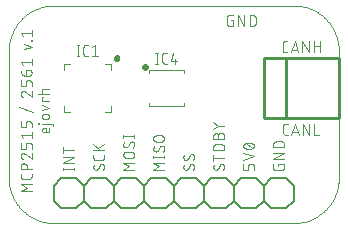
<source format=gto>
G04 EAGLE Gerber X2 export*
%TF.Part,Single*%
%TF.FileFunction,Other,Silk top*%
%TF.FilePolarity,Positive*%
%TF.GenerationSoftware,Autodesk,EAGLE,9.0.0*%
%TF.CreationDate,2018-05-03T06:16:29Z*%
G75*
%MOMM*%
%FSLAX35Y35*%
%LPD*%
%AMOC8*
5,1,8,0,0,1.08239X$1,22.5*%
G01*
%ADD10C,0.076200*%
%ADD11C,0.101600*%
%ADD12C,0.300000*%
%ADD13C,0.254000*%
%ADD14C,0.152400*%


D10*
X2359769Y1446060D02*
X2339241Y1446060D01*
X2338745Y1446066D01*
X2338249Y1446084D01*
X2337754Y1446114D01*
X2337260Y1446156D01*
X2336767Y1446210D01*
X2336275Y1446275D01*
X2335785Y1446353D01*
X2335297Y1446442D01*
X2334811Y1446544D01*
X2334328Y1446657D01*
X2333848Y1446781D01*
X2333371Y1446917D01*
X2332897Y1447065D01*
X2332427Y1447224D01*
X2331961Y1447394D01*
X2331500Y1447576D01*
X2331042Y1447768D01*
X2330590Y1447972D01*
X2330143Y1448186D01*
X2329701Y1448411D01*
X2329264Y1448647D01*
X2328834Y1448894D01*
X2328409Y1449150D01*
X2327991Y1449417D01*
X2327579Y1449694D01*
X2327174Y1449981D01*
X2326777Y1450277D01*
X2326386Y1450583D01*
X2326003Y1450898D01*
X2325628Y1451223D01*
X2325260Y1451556D01*
X2324901Y1451898D01*
X2324550Y1452249D01*
X2324208Y1452608D01*
X2323875Y1452976D01*
X2323550Y1453351D01*
X2323235Y1453734D01*
X2322929Y1454125D01*
X2322633Y1454522D01*
X2322346Y1454927D01*
X2322069Y1455339D01*
X2321802Y1455757D01*
X2321546Y1456182D01*
X2321299Y1456612D01*
X2321063Y1457049D01*
X2320838Y1457491D01*
X2320624Y1457938D01*
X2320420Y1458390D01*
X2320228Y1458848D01*
X2320046Y1459309D01*
X2319876Y1459775D01*
X2319717Y1460245D01*
X2319569Y1460719D01*
X2319433Y1461196D01*
X2319309Y1461676D01*
X2319196Y1462159D01*
X2319094Y1462645D01*
X2319005Y1463133D01*
X2318927Y1463623D01*
X2318862Y1464115D01*
X2318808Y1464608D01*
X2318766Y1465102D01*
X2318736Y1465597D01*
X2318718Y1466093D01*
X2318712Y1466589D01*
X2318712Y1517911D01*
X2318718Y1518415D01*
X2318737Y1518918D01*
X2318768Y1519421D01*
X2318811Y1519923D01*
X2318866Y1520424D01*
X2318934Y1520923D01*
X2319014Y1521421D01*
X2319106Y1521916D01*
X2319211Y1522409D01*
X2319327Y1522899D01*
X2319456Y1523386D01*
X2319596Y1523870D01*
X2319748Y1524351D01*
X2319912Y1524827D01*
X2320088Y1525299D01*
X2320275Y1525767D01*
X2320473Y1526230D01*
X2320683Y1526688D01*
X2320904Y1527141D01*
X2321136Y1527588D01*
X2321379Y1528030D01*
X2321633Y1528465D01*
X2321897Y1528894D01*
X2322172Y1529316D01*
X2322457Y1529732D01*
X2322752Y1530140D01*
X2323057Y1530541D01*
X2323372Y1530934D01*
X2323696Y1531320D01*
X2324030Y1531697D01*
X2324373Y1532066D01*
X2324725Y1532427D01*
X2325085Y1532779D01*
X2325454Y1533122D01*
X2325832Y1533456D01*
X2326217Y1533780D01*
X2326611Y1534095D01*
X2327012Y1534400D01*
X2327420Y1534695D01*
X2327836Y1534980D01*
X2328258Y1535255D01*
X2328687Y1535519D01*
X2329122Y1535773D01*
X2329564Y1536016D01*
X2330011Y1536248D01*
X2330464Y1536469D01*
X2330922Y1536679D01*
X2331385Y1536877D01*
X2331852Y1537064D01*
X2332325Y1537240D01*
X2332801Y1537404D01*
X2333282Y1537556D01*
X2333765Y1537696D01*
X2334253Y1537825D01*
X2334743Y1537941D01*
X2335236Y1538045D01*
X2335731Y1538138D01*
X2336228Y1538218D01*
X2336728Y1538286D01*
X2337229Y1538341D01*
X2337730Y1538384D01*
X2338233Y1538415D01*
X2338737Y1538434D01*
X2339241Y1538440D01*
X2359769Y1538440D01*
X2419628Y1538440D02*
X2388834Y1446060D01*
X2450421Y1446060D02*
X2419628Y1538440D01*
X2442723Y1469155D02*
X2396533Y1469155D01*
X2486966Y1446060D02*
X2486966Y1538440D01*
X2538288Y1446060D01*
X2538288Y1538440D01*
X2582966Y1538440D02*
X2582966Y1446060D01*
X2582966Y1497382D02*
X2634288Y1497382D01*
X2634288Y1538440D02*
X2634288Y1446060D01*
X2364815Y747560D02*
X2344286Y747560D01*
X2343790Y747566D01*
X2343294Y747584D01*
X2342799Y747614D01*
X2342305Y747656D01*
X2341812Y747710D01*
X2341320Y747775D01*
X2340830Y747853D01*
X2340342Y747942D01*
X2339856Y748044D01*
X2339373Y748157D01*
X2338893Y748281D01*
X2338416Y748417D01*
X2337942Y748565D01*
X2337472Y748724D01*
X2337006Y748894D01*
X2336545Y749076D01*
X2336087Y749268D01*
X2335635Y749472D01*
X2335188Y749686D01*
X2334746Y749911D01*
X2334309Y750147D01*
X2333879Y750394D01*
X2333454Y750650D01*
X2333036Y750917D01*
X2332624Y751194D01*
X2332219Y751481D01*
X2331822Y751777D01*
X2331431Y752083D01*
X2331048Y752398D01*
X2330673Y752723D01*
X2330305Y753056D01*
X2329946Y753398D01*
X2329595Y753749D01*
X2329253Y754108D01*
X2328920Y754476D01*
X2328595Y754851D01*
X2328280Y755234D01*
X2327974Y755625D01*
X2327678Y756022D01*
X2327391Y756427D01*
X2327114Y756839D01*
X2326847Y757257D01*
X2326591Y757682D01*
X2326344Y758112D01*
X2326108Y758549D01*
X2325883Y758991D01*
X2325669Y759438D01*
X2325465Y759890D01*
X2325273Y760348D01*
X2325091Y760809D01*
X2324921Y761275D01*
X2324762Y761745D01*
X2324614Y762219D01*
X2324478Y762696D01*
X2324354Y763176D01*
X2324241Y763659D01*
X2324139Y764145D01*
X2324050Y764633D01*
X2323972Y765123D01*
X2323907Y765615D01*
X2323853Y766108D01*
X2323811Y766602D01*
X2323781Y767097D01*
X2323763Y767593D01*
X2323757Y768089D01*
X2323757Y819411D01*
X2323763Y819915D01*
X2323782Y820418D01*
X2323813Y820921D01*
X2323856Y821423D01*
X2323911Y821924D01*
X2323979Y822423D01*
X2324059Y822921D01*
X2324151Y823416D01*
X2324256Y823909D01*
X2324372Y824399D01*
X2324501Y824886D01*
X2324641Y825370D01*
X2324793Y825851D01*
X2324957Y826327D01*
X2325133Y826799D01*
X2325320Y827267D01*
X2325518Y827730D01*
X2325728Y828188D01*
X2325949Y828641D01*
X2326181Y829088D01*
X2326424Y829530D01*
X2326678Y829965D01*
X2326942Y830394D01*
X2327217Y830816D01*
X2327502Y831232D01*
X2327797Y831640D01*
X2328102Y832041D01*
X2328417Y832434D01*
X2328741Y832820D01*
X2329075Y833197D01*
X2329418Y833566D01*
X2329770Y833927D01*
X2330130Y834279D01*
X2330499Y834622D01*
X2330877Y834956D01*
X2331262Y835280D01*
X2331656Y835595D01*
X2332057Y835900D01*
X2332465Y836195D01*
X2332881Y836480D01*
X2333303Y836755D01*
X2333732Y837019D01*
X2334167Y837273D01*
X2334609Y837516D01*
X2335056Y837748D01*
X2335509Y837969D01*
X2335967Y838179D01*
X2336430Y838377D01*
X2336897Y838564D01*
X2337370Y838740D01*
X2337846Y838904D01*
X2338327Y839056D01*
X2338810Y839196D01*
X2339298Y839325D01*
X2339788Y839441D01*
X2340281Y839545D01*
X2340776Y839638D01*
X2341273Y839718D01*
X2341773Y839786D01*
X2342274Y839841D01*
X2342775Y839884D01*
X2343278Y839915D01*
X2343782Y839934D01*
X2344286Y839940D01*
X2364815Y839940D01*
X2424673Y839940D02*
X2393880Y747560D01*
X2455466Y747560D02*
X2424673Y839940D01*
X2447768Y770655D02*
X2401578Y770655D01*
X2492012Y747560D02*
X2492012Y839940D01*
X2543334Y747560D01*
X2543334Y839940D01*
X2588185Y839940D02*
X2588185Y747560D01*
X2629243Y747560D01*
X193440Y270275D02*
X101060Y270275D01*
X152383Y301068D01*
X101060Y331861D01*
X193440Y331861D01*
X193440Y394680D02*
X193440Y415209D01*
X193440Y394680D02*
X193434Y394184D01*
X193416Y393688D01*
X193386Y393193D01*
X193344Y392699D01*
X193290Y392206D01*
X193225Y391714D01*
X193147Y391224D01*
X193058Y390736D01*
X192956Y390250D01*
X192843Y389767D01*
X192719Y389287D01*
X192583Y388810D01*
X192435Y388336D01*
X192276Y387866D01*
X192106Y387400D01*
X191924Y386939D01*
X191732Y386481D01*
X191528Y386029D01*
X191314Y385582D01*
X191089Y385140D01*
X190853Y384703D01*
X190606Y384273D01*
X190350Y383848D01*
X190083Y383430D01*
X189806Y383018D01*
X189519Y382613D01*
X189223Y382216D01*
X188917Y381825D01*
X188602Y381442D01*
X188277Y381067D01*
X187944Y380699D01*
X187602Y380340D01*
X187251Y379989D01*
X186892Y379647D01*
X186524Y379314D01*
X186149Y378989D01*
X185766Y378674D01*
X185375Y378368D01*
X184978Y378072D01*
X184573Y377785D01*
X184161Y377508D01*
X183743Y377241D01*
X183318Y376985D01*
X182888Y376738D01*
X182451Y376502D01*
X182009Y376277D01*
X181562Y376063D01*
X181110Y375859D01*
X180652Y375667D01*
X180191Y375485D01*
X179725Y375315D01*
X179255Y375156D01*
X178781Y375008D01*
X178304Y374872D01*
X177824Y374748D01*
X177341Y374635D01*
X176855Y374533D01*
X176367Y374444D01*
X175877Y374366D01*
X175385Y374301D01*
X174892Y374247D01*
X174398Y374205D01*
X173903Y374175D01*
X173407Y374157D01*
X172911Y374151D01*
X172911Y374152D02*
X121589Y374152D01*
X121085Y374158D01*
X120582Y374177D01*
X120079Y374208D01*
X119577Y374251D01*
X119076Y374306D01*
X118577Y374374D01*
X118079Y374454D01*
X117584Y374546D01*
X117091Y374651D01*
X116601Y374767D01*
X116114Y374896D01*
X115630Y375036D01*
X115150Y375188D01*
X114673Y375352D01*
X114201Y375528D01*
X113733Y375715D01*
X113270Y375913D01*
X112812Y376123D01*
X112359Y376344D01*
X111912Y376576D01*
X111470Y376819D01*
X111035Y377073D01*
X110606Y377337D01*
X110184Y377612D01*
X109768Y377897D01*
X109360Y378192D01*
X108959Y378497D01*
X108566Y378812D01*
X108180Y379136D01*
X107803Y379470D01*
X107434Y379813D01*
X107073Y380165D01*
X106721Y380525D01*
X106378Y380894D01*
X106044Y381272D01*
X105720Y381657D01*
X105405Y382051D01*
X105100Y382452D01*
X104805Y382860D01*
X104520Y383275D01*
X104245Y383698D01*
X103981Y384127D01*
X103727Y384562D01*
X103484Y385003D01*
X103252Y385451D01*
X103031Y385903D01*
X102821Y386361D01*
X102623Y386824D01*
X102436Y387292D01*
X102260Y387765D01*
X102096Y388241D01*
X101944Y388721D01*
X101804Y389205D01*
X101675Y389692D01*
X101559Y390183D01*
X101455Y390675D01*
X101362Y391171D01*
X101282Y391668D01*
X101214Y392167D01*
X101159Y392668D01*
X101116Y393170D01*
X101085Y393673D01*
X101066Y394177D01*
X101060Y394680D01*
X101060Y415209D01*
X101060Y453708D02*
X193440Y453708D01*
X101060Y453708D02*
X101060Y479369D01*
X101068Y479994D01*
X101090Y480618D01*
X101128Y481242D01*
X101182Y481865D01*
X101250Y482486D01*
X101333Y483105D01*
X101432Y483722D01*
X101545Y484337D01*
X101674Y484948D01*
X101817Y485557D01*
X101975Y486161D01*
X102148Y486762D01*
X102335Y487358D01*
X102537Y487950D01*
X102753Y488536D01*
X102984Y489117D01*
X103228Y489692D01*
X103486Y490261D01*
X103758Y490824D01*
X104044Y491379D01*
X104343Y491928D01*
X104656Y492469D01*
X104981Y493003D01*
X105320Y493528D01*
X105671Y494045D01*
X106035Y494553D01*
X106410Y495052D01*
X106798Y495542D01*
X107198Y496023D01*
X107609Y496493D01*
X108032Y496953D01*
X108466Y497403D01*
X108910Y497842D01*
X109365Y498271D01*
X109831Y498688D01*
X110306Y499093D01*
X110792Y499487D01*
X111286Y499869D01*
X111790Y500239D01*
X112303Y500596D01*
X112824Y500941D01*
X113353Y501273D01*
X113891Y501592D01*
X114435Y501898D01*
X114988Y502190D01*
X115547Y502469D01*
X116113Y502735D01*
X116685Y502986D01*
X117263Y503223D01*
X117847Y503447D01*
X118436Y503656D01*
X119029Y503850D01*
X119628Y504030D01*
X120230Y504196D01*
X120837Y504346D01*
X121447Y504482D01*
X122060Y504603D01*
X122676Y504709D01*
X123294Y504800D01*
X123914Y504876D01*
X124536Y504937D01*
X125160Y504982D01*
X125784Y505013D01*
X126409Y505028D01*
X127033Y505028D01*
X127658Y505013D01*
X128282Y504982D01*
X128906Y504937D01*
X129528Y504876D01*
X130148Y504800D01*
X130766Y504709D01*
X131382Y504603D01*
X131995Y504482D01*
X132605Y504346D01*
X133212Y504196D01*
X133814Y504030D01*
X134413Y503850D01*
X135006Y503656D01*
X135595Y503447D01*
X136179Y503223D01*
X136757Y502986D01*
X137329Y502735D01*
X137895Y502469D01*
X138454Y502190D01*
X139007Y501898D01*
X139552Y501592D01*
X140089Y501273D01*
X140618Y500941D01*
X141139Y500596D01*
X141652Y500239D01*
X142156Y499869D01*
X142650Y499487D01*
X143136Y499093D01*
X143611Y498688D01*
X144077Y498271D01*
X144532Y497842D01*
X144976Y497403D01*
X145410Y496953D01*
X145833Y496493D01*
X146244Y496023D01*
X146644Y495542D01*
X147032Y495052D01*
X147407Y494553D01*
X147771Y494045D01*
X148122Y493528D01*
X148461Y493003D01*
X148786Y492469D01*
X149099Y491928D01*
X149398Y491379D01*
X149684Y490824D01*
X149956Y490261D01*
X150214Y489692D01*
X150458Y489117D01*
X150689Y488536D01*
X150905Y487950D01*
X151107Y487358D01*
X151294Y486762D01*
X151467Y486161D01*
X151625Y485557D01*
X151768Y484948D01*
X151897Y484337D01*
X152010Y483722D01*
X152109Y483105D01*
X152192Y482486D01*
X152260Y481865D01*
X152314Y481242D01*
X152352Y480618D01*
X152374Y479994D01*
X152382Y479369D01*
X152383Y479369D02*
X152383Y453708D01*
X101059Y567634D02*
X101066Y568200D01*
X101087Y568767D01*
X101122Y569333D01*
X101170Y569897D01*
X101233Y570461D01*
X101309Y571022D01*
X101399Y571582D01*
X101503Y572139D01*
X101620Y572694D01*
X101751Y573245D01*
X101896Y573793D01*
X102054Y574338D01*
X102225Y574878D01*
X102409Y575414D01*
X102607Y575946D01*
X102817Y576472D01*
X103041Y576993D01*
X103277Y577508D01*
X103525Y578018D01*
X103786Y578521D01*
X104060Y579017D01*
X104345Y579507D01*
X104642Y579990D01*
X104952Y580465D01*
X105272Y580932D01*
X105604Y581392D01*
X105948Y581843D01*
X106302Y582285D01*
X106667Y582719D01*
X107042Y583144D01*
X107428Y583559D01*
X107824Y583965D01*
X108230Y584360D01*
X108645Y584746D01*
X109070Y585122D01*
X109503Y585487D01*
X109946Y585841D01*
X110397Y586184D01*
X110856Y586516D01*
X111324Y586837D01*
X111799Y587146D01*
X112281Y587443D01*
X112771Y587729D01*
X113268Y588002D01*
X113771Y588263D01*
X114280Y588512D01*
X114796Y588748D01*
X115317Y588971D01*
X115843Y589181D01*
X116374Y589379D01*
X116910Y589563D01*
X117451Y589735D01*
X117995Y589892D01*
X118543Y590037D01*
X119095Y590168D01*
X119649Y590285D01*
X120207Y590389D01*
X120766Y590479D01*
X121328Y590555D01*
X121891Y590618D01*
X122456Y590666D01*
X123022Y590701D01*
X123588Y590722D01*
X124155Y590729D01*
X101060Y567633D02*
X101069Y566915D01*
X101095Y566198D01*
X101138Y565482D01*
X101199Y564767D01*
X101277Y564054D01*
X101372Y563343D01*
X101484Y562634D01*
X101613Y561928D01*
X101760Y561226D01*
X101923Y560527D01*
X102104Y559832D01*
X102301Y559142D01*
X102514Y558457D01*
X102744Y557778D01*
X102991Y557104D01*
X103253Y556436D01*
X103532Y555775D01*
X103827Y555121D01*
X104137Y554474D01*
X104463Y553835D01*
X104805Y553203D01*
X105161Y552581D01*
X105533Y551967D01*
X105919Y551362D01*
X106320Y550767D01*
X106735Y550181D01*
X107164Y549606D01*
X107606Y549042D01*
X108063Y548488D01*
X108532Y547945D01*
X109015Y547414D01*
X109510Y546895D01*
X110018Y546388D01*
X110538Y545893D01*
X111069Y545412D01*
X111613Y544943D01*
X112167Y544487D01*
X112732Y544045D01*
X113308Y543616D01*
X113894Y543202D01*
X114489Y542802D01*
X115094Y542417D01*
X115709Y542046D01*
X116332Y541690D01*
X116964Y541350D01*
X117603Y541024D01*
X118251Y540715D01*
X118905Y540421D01*
X119567Y540143D01*
X120235Y539881D01*
X120909Y539635D01*
X121589Y539406D01*
X142118Y583030D02*
X141692Y583465D01*
X141257Y583890D01*
X140811Y584304D01*
X140355Y584708D01*
X139889Y585099D01*
X139414Y585480D01*
X138929Y585848D01*
X138436Y586205D01*
X137934Y586549D01*
X137424Y586881D01*
X136905Y587200D01*
X136379Y587507D01*
X135846Y587800D01*
X135306Y588080D01*
X134759Y588347D01*
X134205Y588601D01*
X133646Y588840D01*
X133081Y589066D01*
X132510Y589279D01*
X131935Y589476D01*
X131354Y589660D01*
X130770Y589830D01*
X130181Y589985D01*
X129589Y590126D01*
X128993Y590252D01*
X128395Y590363D01*
X127794Y590460D01*
X127191Y590542D01*
X126586Y590609D01*
X125979Y590661D01*
X125372Y590698D01*
X124764Y590721D01*
X124155Y590728D01*
X142118Y583030D02*
X193440Y539406D01*
X193440Y590728D01*
X193440Y629406D02*
X193440Y660199D01*
X193434Y660695D01*
X193416Y661191D01*
X193386Y661686D01*
X193344Y662180D01*
X193290Y662673D01*
X193225Y663165D01*
X193147Y663655D01*
X193058Y664143D01*
X192956Y664629D01*
X192843Y665112D01*
X192719Y665592D01*
X192583Y666069D01*
X192435Y666543D01*
X192276Y667013D01*
X192106Y667479D01*
X191924Y667940D01*
X191732Y668398D01*
X191528Y668850D01*
X191314Y669297D01*
X191089Y669739D01*
X190853Y670176D01*
X190606Y670606D01*
X190350Y671031D01*
X190083Y671449D01*
X189806Y671861D01*
X189519Y672266D01*
X189223Y672663D01*
X188917Y673054D01*
X188602Y673437D01*
X188277Y673812D01*
X187944Y674180D01*
X187602Y674539D01*
X187251Y674890D01*
X186892Y675232D01*
X186524Y675565D01*
X186149Y675890D01*
X185766Y676205D01*
X185375Y676511D01*
X184978Y676807D01*
X184573Y677094D01*
X184161Y677371D01*
X183743Y677638D01*
X183318Y677894D01*
X182888Y678141D01*
X182451Y678377D01*
X182009Y678602D01*
X181562Y678816D01*
X181110Y679020D01*
X180652Y679212D01*
X180191Y679394D01*
X179725Y679564D01*
X179255Y679723D01*
X178781Y679871D01*
X178304Y680007D01*
X177824Y680131D01*
X177341Y680244D01*
X176855Y680346D01*
X176367Y680435D01*
X175877Y680513D01*
X175385Y680578D01*
X174892Y680632D01*
X174398Y680674D01*
X173903Y680704D01*
X173407Y680722D01*
X172911Y680728D01*
X162647Y680728D01*
X162647Y680727D02*
X162143Y680721D01*
X161640Y680702D01*
X161137Y680671D01*
X160635Y680628D01*
X160134Y680573D01*
X159635Y680505D01*
X159137Y680425D01*
X158642Y680333D01*
X158149Y680228D01*
X157659Y680112D01*
X157172Y679983D01*
X156688Y679843D01*
X156207Y679691D01*
X155731Y679527D01*
X155259Y679351D01*
X154791Y679164D01*
X154328Y678966D01*
X153870Y678756D01*
X153417Y678535D01*
X152970Y678303D01*
X152528Y678060D01*
X152093Y677806D01*
X151664Y677542D01*
X151242Y677267D01*
X150826Y676982D01*
X150418Y676687D01*
X150017Y676382D01*
X149624Y676067D01*
X149238Y675743D01*
X148861Y675409D01*
X148492Y675066D01*
X148131Y674714D01*
X147779Y674354D01*
X147436Y673985D01*
X147102Y673607D01*
X146778Y673222D01*
X146463Y672828D01*
X146158Y672427D01*
X145863Y672019D01*
X145578Y671603D01*
X145303Y671181D01*
X145039Y670752D01*
X144785Y670317D01*
X144542Y669875D01*
X144310Y669428D01*
X144089Y668975D01*
X143879Y668517D01*
X143681Y668054D01*
X143494Y667587D01*
X143318Y667114D01*
X143154Y666638D01*
X143002Y666157D01*
X142862Y665674D01*
X142733Y665186D01*
X142617Y664696D01*
X142513Y664203D01*
X142420Y663708D01*
X142340Y663211D01*
X142272Y662711D01*
X142217Y662210D01*
X142174Y661709D01*
X142143Y661206D01*
X142124Y660702D01*
X142118Y660198D01*
X142118Y660199D02*
X142118Y629406D01*
X101060Y629406D01*
X101060Y680728D01*
X121589Y719405D02*
X101060Y745066D01*
X193440Y745066D01*
X193440Y719405D02*
X193440Y770728D01*
X193440Y809405D02*
X193440Y840198D01*
X193434Y840694D01*
X193416Y841190D01*
X193386Y841685D01*
X193344Y842179D01*
X193290Y842672D01*
X193225Y843164D01*
X193147Y843654D01*
X193058Y844142D01*
X192956Y844628D01*
X192843Y845111D01*
X192719Y845591D01*
X192583Y846068D01*
X192435Y846542D01*
X192276Y847012D01*
X192106Y847478D01*
X191924Y847939D01*
X191732Y848397D01*
X191528Y848849D01*
X191314Y849296D01*
X191089Y849738D01*
X190853Y850175D01*
X190606Y850605D01*
X190350Y851030D01*
X190083Y851448D01*
X189806Y851860D01*
X189519Y852265D01*
X189223Y852662D01*
X188917Y853053D01*
X188602Y853436D01*
X188277Y853811D01*
X187944Y854179D01*
X187602Y854538D01*
X187251Y854889D01*
X186892Y855231D01*
X186524Y855564D01*
X186149Y855889D01*
X185766Y856204D01*
X185375Y856510D01*
X184978Y856806D01*
X184573Y857093D01*
X184161Y857370D01*
X183743Y857637D01*
X183318Y857893D01*
X182888Y858140D01*
X182451Y858376D01*
X182009Y858601D01*
X181562Y858815D01*
X181110Y859019D01*
X180652Y859211D01*
X180191Y859393D01*
X179725Y859563D01*
X179255Y859722D01*
X178781Y859870D01*
X178304Y860006D01*
X177824Y860130D01*
X177341Y860243D01*
X176855Y860345D01*
X176367Y860434D01*
X175877Y860512D01*
X175385Y860577D01*
X174892Y860631D01*
X174398Y860673D01*
X173903Y860703D01*
X173407Y860721D01*
X172911Y860727D01*
X162647Y860727D01*
X162143Y860721D01*
X161640Y860702D01*
X161137Y860671D01*
X160635Y860628D01*
X160134Y860573D01*
X159635Y860505D01*
X159137Y860425D01*
X158642Y860333D01*
X158149Y860228D01*
X157659Y860112D01*
X157172Y859983D01*
X156688Y859843D01*
X156207Y859691D01*
X155731Y859527D01*
X155259Y859351D01*
X154791Y859164D01*
X154328Y858966D01*
X153870Y858756D01*
X153417Y858535D01*
X152970Y858303D01*
X152528Y858060D01*
X152093Y857806D01*
X151664Y857542D01*
X151242Y857267D01*
X150826Y856982D01*
X150418Y856687D01*
X150017Y856382D01*
X149624Y856067D01*
X149238Y855743D01*
X148861Y855409D01*
X148492Y855066D01*
X148131Y854714D01*
X147779Y854354D01*
X147436Y853985D01*
X147102Y853607D01*
X146778Y853222D01*
X146463Y852828D01*
X146158Y852427D01*
X145863Y852019D01*
X145578Y851603D01*
X145303Y851181D01*
X145039Y850752D01*
X144785Y850317D01*
X144542Y849875D01*
X144310Y849428D01*
X144089Y848975D01*
X143879Y848517D01*
X143681Y848054D01*
X143494Y847587D01*
X143318Y847114D01*
X143154Y846638D01*
X143002Y846157D01*
X142862Y845674D01*
X142733Y845186D01*
X142617Y844696D01*
X142513Y844203D01*
X142420Y843708D01*
X142340Y843211D01*
X142272Y842711D01*
X142217Y842210D01*
X142174Y841709D01*
X142143Y841206D01*
X142124Y840702D01*
X142118Y840198D01*
X142118Y809405D01*
X101060Y809405D01*
X101060Y860727D01*
X90796Y984595D02*
X203704Y943537D01*
X101059Y1095632D02*
X101066Y1096198D01*
X101087Y1096765D01*
X101122Y1097331D01*
X101170Y1097895D01*
X101233Y1098459D01*
X101309Y1099020D01*
X101399Y1099580D01*
X101503Y1100137D01*
X101620Y1100692D01*
X101751Y1101243D01*
X101896Y1101791D01*
X102054Y1102336D01*
X102225Y1102876D01*
X102409Y1103412D01*
X102607Y1103944D01*
X102817Y1104470D01*
X103041Y1104991D01*
X103277Y1105506D01*
X103525Y1106016D01*
X103786Y1106519D01*
X104060Y1107015D01*
X104345Y1107505D01*
X104642Y1107988D01*
X104952Y1108463D01*
X105272Y1108930D01*
X105604Y1109390D01*
X105948Y1109841D01*
X106302Y1110283D01*
X106667Y1110717D01*
X107042Y1111142D01*
X107428Y1111557D01*
X107824Y1111963D01*
X108230Y1112358D01*
X108645Y1112744D01*
X109070Y1113120D01*
X109503Y1113485D01*
X109946Y1113839D01*
X110397Y1114182D01*
X110856Y1114514D01*
X111324Y1114835D01*
X111799Y1115144D01*
X112281Y1115441D01*
X112771Y1115727D01*
X113268Y1116000D01*
X113771Y1116261D01*
X114280Y1116510D01*
X114796Y1116746D01*
X115317Y1116969D01*
X115843Y1117179D01*
X116374Y1117377D01*
X116910Y1117561D01*
X117451Y1117733D01*
X117995Y1117890D01*
X118543Y1118035D01*
X119095Y1118166D01*
X119649Y1118283D01*
X120207Y1118387D01*
X120766Y1118477D01*
X121328Y1118553D01*
X121891Y1118616D01*
X122456Y1118664D01*
X123022Y1118699D01*
X123588Y1118720D01*
X124155Y1118727D01*
X101060Y1095632D02*
X101069Y1094914D01*
X101095Y1094197D01*
X101138Y1093481D01*
X101199Y1092766D01*
X101277Y1092053D01*
X101372Y1091342D01*
X101484Y1090633D01*
X101613Y1089927D01*
X101760Y1089225D01*
X101923Y1088526D01*
X102104Y1087831D01*
X102301Y1087141D01*
X102514Y1086456D01*
X102744Y1085777D01*
X102991Y1085103D01*
X103253Y1084435D01*
X103532Y1083774D01*
X103827Y1083120D01*
X104137Y1082473D01*
X104463Y1081834D01*
X104805Y1081202D01*
X105161Y1080580D01*
X105533Y1079966D01*
X105919Y1079361D01*
X106320Y1078766D01*
X106735Y1078180D01*
X107164Y1077605D01*
X107606Y1077041D01*
X108063Y1076487D01*
X108532Y1075944D01*
X109015Y1075413D01*
X109510Y1074894D01*
X110018Y1074387D01*
X110538Y1073892D01*
X111069Y1073411D01*
X111613Y1072942D01*
X112167Y1072486D01*
X112732Y1072044D01*
X113308Y1071615D01*
X113894Y1071201D01*
X114489Y1070801D01*
X115094Y1070416D01*
X115709Y1070045D01*
X116332Y1069689D01*
X116964Y1069349D01*
X117603Y1069023D01*
X118251Y1068714D01*
X118905Y1068420D01*
X119567Y1068142D01*
X120235Y1067880D01*
X120909Y1067634D01*
X121589Y1067405D01*
X142118Y1111029D02*
X141692Y1111464D01*
X141257Y1111889D01*
X140811Y1112303D01*
X140355Y1112707D01*
X139889Y1113098D01*
X139414Y1113479D01*
X138929Y1113847D01*
X138436Y1114204D01*
X137934Y1114548D01*
X137424Y1114880D01*
X136905Y1115199D01*
X136379Y1115506D01*
X135846Y1115799D01*
X135306Y1116079D01*
X134759Y1116346D01*
X134205Y1116600D01*
X133646Y1116839D01*
X133081Y1117065D01*
X132510Y1117278D01*
X131935Y1117475D01*
X131354Y1117659D01*
X130770Y1117829D01*
X130181Y1117984D01*
X129589Y1118125D01*
X128993Y1118251D01*
X128395Y1118362D01*
X127794Y1118459D01*
X127191Y1118541D01*
X126586Y1118608D01*
X125979Y1118660D01*
X125372Y1118697D01*
X124764Y1118720D01*
X124155Y1118727D01*
X142118Y1111028D02*
X193440Y1067405D01*
X193440Y1118727D01*
X193440Y1157404D02*
X193440Y1188198D01*
X193434Y1188694D01*
X193416Y1189190D01*
X193386Y1189685D01*
X193344Y1190179D01*
X193290Y1190672D01*
X193225Y1191164D01*
X193147Y1191654D01*
X193058Y1192142D01*
X192956Y1192628D01*
X192843Y1193111D01*
X192719Y1193591D01*
X192583Y1194068D01*
X192435Y1194542D01*
X192276Y1195012D01*
X192106Y1195478D01*
X191924Y1195939D01*
X191732Y1196397D01*
X191528Y1196849D01*
X191314Y1197296D01*
X191089Y1197738D01*
X190853Y1198175D01*
X190606Y1198605D01*
X190350Y1199030D01*
X190083Y1199448D01*
X189806Y1199860D01*
X189519Y1200265D01*
X189223Y1200662D01*
X188917Y1201053D01*
X188602Y1201436D01*
X188277Y1201811D01*
X187944Y1202179D01*
X187602Y1202538D01*
X187251Y1202889D01*
X186892Y1203231D01*
X186524Y1203564D01*
X186149Y1203889D01*
X185766Y1204204D01*
X185375Y1204510D01*
X184978Y1204806D01*
X184573Y1205093D01*
X184161Y1205370D01*
X183743Y1205637D01*
X183318Y1205893D01*
X182888Y1206140D01*
X182451Y1206376D01*
X182009Y1206601D01*
X181562Y1206815D01*
X181110Y1207019D01*
X180652Y1207211D01*
X180191Y1207393D01*
X179725Y1207563D01*
X179255Y1207722D01*
X178781Y1207870D01*
X178304Y1208006D01*
X177824Y1208130D01*
X177341Y1208243D01*
X176855Y1208345D01*
X176367Y1208434D01*
X175877Y1208512D01*
X175385Y1208577D01*
X174892Y1208631D01*
X174398Y1208673D01*
X173903Y1208703D01*
X173407Y1208721D01*
X172911Y1208727D01*
X162647Y1208727D01*
X162647Y1208726D02*
X162143Y1208720D01*
X161640Y1208701D01*
X161137Y1208670D01*
X160635Y1208627D01*
X160134Y1208572D01*
X159635Y1208504D01*
X159137Y1208424D01*
X158642Y1208332D01*
X158149Y1208227D01*
X157659Y1208111D01*
X157172Y1207982D01*
X156688Y1207842D01*
X156207Y1207690D01*
X155731Y1207526D01*
X155259Y1207350D01*
X154791Y1207163D01*
X154328Y1206965D01*
X153870Y1206755D01*
X153417Y1206534D01*
X152970Y1206302D01*
X152528Y1206059D01*
X152093Y1205805D01*
X151664Y1205541D01*
X151242Y1205266D01*
X150826Y1204981D01*
X150418Y1204686D01*
X150017Y1204381D01*
X149624Y1204066D01*
X149238Y1203742D01*
X148861Y1203408D01*
X148492Y1203065D01*
X148131Y1202713D01*
X147779Y1202353D01*
X147436Y1201984D01*
X147102Y1201606D01*
X146778Y1201221D01*
X146463Y1200827D01*
X146158Y1200426D01*
X145863Y1200018D01*
X145578Y1199602D01*
X145303Y1199180D01*
X145039Y1198751D01*
X144785Y1198316D01*
X144542Y1197874D01*
X144310Y1197427D01*
X144089Y1196974D01*
X143879Y1196516D01*
X143681Y1196053D01*
X143494Y1195586D01*
X143318Y1195113D01*
X143154Y1194637D01*
X143002Y1194156D01*
X142862Y1193673D01*
X142733Y1193185D01*
X142617Y1192695D01*
X142513Y1192202D01*
X142420Y1191707D01*
X142340Y1191210D01*
X142272Y1190710D01*
X142217Y1190209D01*
X142174Y1189708D01*
X142143Y1189205D01*
X142124Y1188701D01*
X142118Y1188197D01*
X142118Y1188198D02*
X142118Y1157404D01*
X101060Y1157404D01*
X101060Y1208727D01*
X142118Y1247404D02*
X142118Y1278197D01*
X142124Y1278693D01*
X142142Y1279189D01*
X142172Y1279684D01*
X142214Y1280178D01*
X142268Y1280672D01*
X142333Y1281163D01*
X142411Y1281653D01*
X142500Y1282141D01*
X142602Y1282627D01*
X142715Y1283110D01*
X142839Y1283590D01*
X142975Y1284067D01*
X143123Y1284541D01*
X143282Y1285011D01*
X143452Y1285477D01*
X143634Y1285938D01*
X143826Y1286396D01*
X144030Y1286848D01*
X144244Y1287295D01*
X144470Y1287737D01*
X144705Y1288174D01*
X144952Y1288604D01*
X145208Y1289029D01*
X145475Y1289447D01*
X145752Y1289859D01*
X146039Y1290264D01*
X146335Y1290662D01*
X146641Y1291052D01*
X146956Y1291435D01*
X147281Y1291810D01*
X147614Y1292178D01*
X147957Y1292537D01*
X148307Y1292888D01*
X148667Y1293230D01*
X149034Y1293563D01*
X149409Y1293888D01*
X149792Y1294203D01*
X150183Y1294509D01*
X150581Y1294805D01*
X150985Y1295092D01*
X151397Y1295369D01*
X151815Y1295636D01*
X152240Y1295892D01*
X152670Y1296139D01*
X153107Y1296375D01*
X153549Y1296600D01*
X153996Y1296814D01*
X154449Y1297018D01*
X154906Y1297211D01*
X155368Y1297392D01*
X155833Y1297562D01*
X156303Y1297721D01*
X156777Y1297869D01*
X157254Y1298005D01*
X157734Y1298130D01*
X158217Y1298242D01*
X158703Y1298344D01*
X159191Y1298433D01*
X159681Y1298511D01*
X160173Y1298576D01*
X160666Y1298630D01*
X161160Y1298672D01*
X161655Y1298702D01*
X162151Y1298720D01*
X162647Y1298726D01*
X167779Y1298726D01*
X168404Y1298718D01*
X169028Y1298696D01*
X169652Y1298658D01*
X170275Y1298604D01*
X170896Y1298536D01*
X171515Y1298453D01*
X172132Y1298354D01*
X172747Y1298241D01*
X173358Y1298112D01*
X173967Y1297969D01*
X174571Y1297811D01*
X175172Y1297638D01*
X175768Y1297451D01*
X176360Y1297249D01*
X176946Y1297033D01*
X177527Y1296802D01*
X178102Y1296558D01*
X178671Y1296300D01*
X179234Y1296028D01*
X179789Y1295742D01*
X180338Y1295443D01*
X180879Y1295130D01*
X181413Y1294805D01*
X181938Y1294466D01*
X182455Y1294115D01*
X182963Y1293751D01*
X183462Y1293376D01*
X183952Y1292988D01*
X184433Y1292588D01*
X184903Y1292177D01*
X185363Y1291754D01*
X185813Y1291320D01*
X186252Y1290876D01*
X186681Y1290421D01*
X187098Y1289955D01*
X187503Y1289480D01*
X187897Y1288994D01*
X188279Y1288500D01*
X188649Y1287996D01*
X189006Y1287483D01*
X189351Y1286962D01*
X189683Y1286433D01*
X190002Y1285896D01*
X190308Y1285351D01*
X190600Y1284798D01*
X190879Y1284239D01*
X191145Y1283673D01*
X191396Y1283101D01*
X191633Y1282523D01*
X191857Y1281939D01*
X192066Y1281350D01*
X192260Y1280757D01*
X192440Y1280158D01*
X192606Y1279556D01*
X192756Y1278949D01*
X192892Y1278339D01*
X193013Y1277726D01*
X193119Y1277110D01*
X193210Y1276492D01*
X193286Y1275872D01*
X193347Y1275250D01*
X193392Y1274626D01*
X193423Y1274002D01*
X193438Y1273377D01*
X193438Y1272753D01*
X193423Y1272128D01*
X193392Y1271504D01*
X193347Y1270880D01*
X193286Y1270258D01*
X193210Y1269638D01*
X193119Y1269020D01*
X193013Y1268404D01*
X192892Y1267791D01*
X192756Y1267181D01*
X192606Y1266574D01*
X192440Y1265972D01*
X192260Y1265373D01*
X192066Y1264780D01*
X191857Y1264191D01*
X191633Y1263607D01*
X191396Y1263029D01*
X191145Y1262457D01*
X190879Y1261891D01*
X190600Y1261332D01*
X190308Y1260779D01*
X190002Y1260235D01*
X189683Y1259697D01*
X189351Y1259168D01*
X189006Y1258647D01*
X188649Y1258134D01*
X188279Y1257630D01*
X187897Y1257136D01*
X187503Y1256650D01*
X187098Y1256175D01*
X186681Y1255709D01*
X186252Y1255254D01*
X185813Y1254810D01*
X185363Y1254376D01*
X184903Y1253953D01*
X184433Y1253542D01*
X183952Y1253142D01*
X183462Y1252754D01*
X182963Y1252379D01*
X182455Y1252015D01*
X181938Y1251664D01*
X181413Y1251325D01*
X180879Y1251000D01*
X180338Y1250687D01*
X179789Y1250388D01*
X179234Y1250102D01*
X178671Y1249830D01*
X178102Y1249572D01*
X177527Y1249328D01*
X176946Y1249097D01*
X176360Y1248881D01*
X175768Y1248679D01*
X175172Y1248492D01*
X174571Y1248319D01*
X173967Y1248161D01*
X173358Y1248018D01*
X172747Y1247889D01*
X172132Y1247776D01*
X171515Y1247677D01*
X170896Y1247594D01*
X170275Y1247526D01*
X169652Y1247472D01*
X169028Y1247434D01*
X168404Y1247412D01*
X167779Y1247404D01*
X142118Y1247404D01*
X141110Y1247416D01*
X140103Y1247453D01*
X139098Y1247515D01*
X138094Y1247602D01*
X137092Y1247713D01*
X136094Y1247848D01*
X135099Y1248008D01*
X134108Y1248193D01*
X133122Y1248402D01*
X132142Y1248634D01*
X131167Y1248891D01*
X130200Y1249172D01*
X129239Y1249476D01*
X128286Y1249804D01*
X127342Y1250155D01*
X126406Y1250529D01*
X125480Y1250926D01*
X124564Y1251346D01*
X123658Y1251788D01*
X122764Y1252252D01*
X121881Y1252738D01*
X121010Y1253245D01*
X120152Y1253774D01*
X119308Y1254323D01*
X118477Y1254893D01*
X117660Y1255484D01*
X116858Y1256094D01*
X116071Y1256724D01*
X115300Y1257372D01*
X114545Y1258040D01*
X113807Y1258726D01*
X113086Y1259429D01*
X112382Y1260151D01*
X111696Y1260889D01*
X111029Y1261644D01*
X110380Y1262415D01*
X109750Y1263202D01*
X109140Y1264003D01*
X108550Y1264820D01*
X107980Y1265651D01*
X107430Y1266496D01*
X106902Y1267354D01*
X106394Y1268224D01*
X105908Y1269107D01*
X105444Y1270001D01*
X105002Y1270907D01*
X104583Y1271823D01*
X104186Y1272749D01*
X103811Y1273685D01*
X103460Y1274630D01*
X103132Y1275582D01*
X102828Y1276543D01*
X102547Y1277511D01*
X102291Y1278485D01*
X102058Y1279466D01*
X101849Y1280451D01*
X101665Y1281442D01*
X101504Y1282437D01*
X101369Y1283435D01*
X101258Y1284437D01*
X101171Y1285441D01*
X101109Y1286447D01*
X101072Y1287454D01*
X101060Y1288461D01*
X121589Y1337404D02*
X101060Y1363065D01*
X193440Y1363065D01*
X193440Y1337404D02*
X193440Y1388726D01*
X131853Y1471536D02*
X193440Y1492065D01*
X131853Y1512593D01*
X188308Y1543498D02*
X193440Y1543498D01*
X188308Y1543498D02*
X188308Y1548631D01*
X193440Y1548631D01*
X193440Y1543498D01*
X121589Y1583403D02*
X101060Y1609064D01*
X193440Y1609064D01*
X193440Y1583403D02*
X193440Y1634725D01*
X343440Y808029D02*
X343440Y782368D01*
X343435Y781990D01*
X343421Y781613D01*
X343398Y781235D01*
X343366Y780859D01*
X343324Y780483D01*
X343273Y780109D01*
X343213Y779736D01*
X343144Y779364D01*
X343066Y778995D01*
X342979Y778627D01*
X342882Y778261D01*
X342777Y777899D01*
X342663Y777538D01*
X342540Y777181D01*
X342408Y776827D01*
X342268Y776476D01*
X342119Y776129D01*
X341962Y775785D01*
X341796Y775445D01*
X341622Y775110D01*
X341440Y774779D01*
X341250Y774452D01*
X341051Y774131D01*
X340845Y773814D01*
X340631Y773502D01*
X340410Y773196D01*
X340181Y772895D01*
X339945Y772600D01*
X339702Y772311D01*
X339452Y772028D01*
X339194Y771751D01*
X338930Y771481D01*
X338660Y771217D01*
X338383Y770960D01*
X338100Y770709D01*
X337811Y770466D01*
X337516Y770230D01*
X337215Y770001D01*
X336909Y769780D01*
X336597Y769566D01*
X336281Y769360D01*
X335959Y769162D01*
X335632Y768971D01*
X335301Y768789D01*
X334966Y768615D01*
X334626Y768449D01*
X334283Y768292D01*
X333935Y768143D01*
X333585Y768003D01*
X333230Y767871D01*
X332873Y767748D01*
X332513Y767634D01*
X332150Y767529D01*
X331784Y767432D01*
X331417Y767345D01*
X331047Y767267D01*
X330676Y767198D01*
X330302Y767138D01*
X329928Y767087D01*
X329552Y767045D01*
X329176Y767013D01*
X328799Y766990D01*
X328421Y766976D01*
X328043Y766971D01*
X302383Y766971D01*
X301883Y766977D01*
X301383Y766995D01*
X300884Y767026D01*
X300386Y767068D01*
X299889Y767123D01*
X299394Y767190D01*
X298900Y767269D01*
X298409Y767359D01*
X297919Y767462D01*
X297433Y767577D01*
X296949Y767703D01*
X296469Y767841D01*
X295992Y767991D01*
X295518Y768153D01*
X295049Y768326D01*
X294585Y768510D01*
X294125Y768705D01*
X293669Y768912D01*
X293219Y769130D01*
X292775Y769358D01*
X292336Y769598D01*
X291903Y769848D01*
X291476Y770108D01*
X291056Y770379D01*
X290642Y770660D01*
X290236Y770951D01*
X289836Y771251D01*
X289444Y771562D01*
X289060Y771882D01*
X288684Y772211D01*
X288315Y772549D01*
X287955Y772896D01*
X287604Y773251D01*
X287262Y773615D01*
X286928Y773988D01*
X286603Y774368D01*
X286288Y774756D01*
X285983Y775152D01*
X285687Y775555D01*
X285401Y775965D01*
X285125Y776382D01*
X284860Y776806D01*
X284604Y777235D01*
X284360Y777671D01*
X284126Y778113D01*
X283903Y778561D01*
X283690Y779013D01*
X283489Y779471D01*
X283299Y779933D01*
X283121Y780400D01*
X282954Y780872D01*
X282798Y781347D01*
X282654Y781825D01*
X282522Y782308D01*
X282401Y782793D01*
X282292Y783281D01*
X282195Y783771D01*
X282111Y784264D01*
X282038Y784758D01*
X281977Y785255D01*
X281929Y785752D01*
X281892Y786251D01*
X281868Y786750D01*
X281856Y787250D01*
X281856Y787750D01*
X281868Y788250D01*
X281892Y788749D01*
X281929Y789248D01*
X281977Y789745D01*
X282038Y790242D01*
X282111Y790736D01*
X282195Y791229D01*
X282292Y791719D01*
X282401Y792207D01*
X282522Y792692D01*
X282654Y793175D01*
X282798Y793653D01*
X282954Y794128D01*
X283121Y794600D01*
X283299Y795067D01*
X283489Y795529D01*
X283690Y795987D01*
X283903Y796439D01*
X284126Y796887D01*
X284360Y797329D01*
X284604Y797765D01*
X284860Y798194D01*
X285125Y798618D01*
X285401Y799035D01*
X285687Y799445D01*
X285983Y799848D01*
X286288Y800244D01*
X286603Y800632D01*
X286928Y801012D01*
X287262Y801385D01*
X287604Y801749D01*
X287955Y802104D01*
X288315Y802451D01*
X288684Y802789D01*
X289060Y803118D01*
X289444Y803438D01*
X289836Y803749D01*
X290236Y804049D01*
X290642Y804340D01*
X291056Y804621D01*
X291476Y804892D01*
X291903Y805152D01*
X292336Y805402D01*
X292775Y805642D01*
X293219Y805870D01*
X293669Y806088D01*
X294125Y806295D01*
X294585Y806490D01*
X295049Y806674D01*
X295518Y806847D01*
X295992Y807009D01*
X296469Y807159D01*
X296949Y807297D01*
X297433Y807423D01*
X297919Y807538D01*
X298409Y807641D01*
X298900Y807731D01*
X299394Y807810D01*
X299889Y807877D01*
X300386Y807932D01*
X300884Y807974D01*
X301383Y808005D01*
X301883Y808023D01*
X302383Y808029D01*
X312647Y808029D01*
X312647Y766971D01*
X281853Y842981D02*
X358837Y842981D01*
X358837Y842982D02*
X359209Y842978D01*
X359581Y842964D01*
X359952Y842942D01*
X360323Y842910D01*
X360693Y842870D01*
X361062Y842820D01*
X361429Y842762D01*
X361795Y842695D01*
X362159Y842619D01*
X362522Y842535D01*
X362882Y842441D01*
X363240Y842339D01*
X363595Y842228D01*
X363947Y842109D01*
X364297Y841981D01*
X364643Y841845D01*
X364986Y841701D01*
X365325Y841548D01*
X365661Y841387D01*
X365992Y841218D01*
X366320Y841041D01*
X366643Y840857D01*
X366961Y840664D01*
X367275Y840464D01*
X367583Y840256D01*
X367887Y840041D01*
X368185Y839819D01*
X368478Y839590D01*
X368766Y839353D01*
X369047Y839110D01*
X369323Y838860D01*
X369592Y838603D01*
X369855Y838340D01*
X370112Y838071D01*
X370362Y837795D01*
X370605Y837514D01*
X370842Y837226D01*
X371071Y836933D01*
X371293Y836635D01*
X371508Y836331D01*
X371716Y836023D01*
X371916Y835709D01*
X372109Y835391D01*
X372293Y835068D01*
X372470Y834740D01*
X372639Y834409D01*
X372800Y834073D01*
X372953Y833734D01*
X373097Y833391D01*
X373233Y833045D01*
X373361Y832695D01*
X373480Y832343D01*
X373591Y831988D01*
X373693Y831630D01*
X373787Y831270D01*
X373871Y830907D01*
X373947Y830543D01*
X374014Y830177D01*
X374072Y829810D01*
X374122Y829441D01*
X374162Y829071D01*
X374194Y828700D01*
X374216Y828329D01*
X374230Y827957D01*
X374234Y827585D01*
X374233Y827585D02*
X374233Y822453D01*
X256193Y840415D02*
X251060Y840415D01*
X251060Y845548D01*
X256193Y845548D01*
X256193Y840415D01*
X302383Y880971D02*
X322911Y880971D01*
X302383Y880971D02*
X301883Y880977D01*
X301383Y880995D01*
X300884Y881026D01*
X300386Y881068D01*
X299889Y881123D01*
X299394Y881190D01*
X298900Y881269D01*
X298409Y881359D01*
X297919Y881462D01*
X297433Y881577D01*
X296949Y881703D01*
X296469Y881841D01*
X295992Y881991D01*
X295518Y882153D01*
X295049Y882326D01*
X294585Y882510D01*
X294125Y882705D01*
X293669Y882912D01*
X293219Y883130D01*
X292775Y883358D01*
X292336Y883598D01*
X291903Y883848D01*
X291476Y884108D01*
X291056Y884379D01*
X290642Y884660D01*
X290236Y884951D01*
X289836Y885251D01*
X289444Y885562D01*
X289060Y885882D01*
X288684Y886211D01*
X288315Y886549D01*
X287955Y886896D01*
X287604Y887251D01*
X287262Y887615D01*
X286928Y887988D01*
X286603Y888368D01*
X286288Y888756D01*
X285983Y889152D01*
X285687Y889555D01*
X285401Y889965D01*
X285125Y890382D01*
X284860Y890806D01*
X284604Y891235D01*
X284360Y891671D01*
X284126Y892113D01*
X283903Y892561D01*
X283690Y893013D01*
X283489Y893471D01*
X283299Y893933D01*
X283121Y894400D01*
X282954Y894872D01*
X282798Y895347D01*
X282654Y895825D01*
X282522Y896308D01*
X282401Y896793D01*
X282292Y897281D01*
X282195Y897771D01*
X282111Y898264D01*
X282038Y898758D01*
X281977Y899255D01*
X281929Y899752D01*
X281892Y900251D01*
X281868Y900750D01*
X281856Y901250D01*
X281856Y901750D01*
X281868Y902250D01*
X281892Y902749D01*
X281929Y903248D01*
X281977Y903745D01*
X282038Y904242D01*
X282111Y904736D01*
X282195Y905229D01*
X282292Y905719D01*
X282401Y906207D01*
X282522Y906692D01*
X282654Y907175D01*
X282798Y907653D01*
X282954Y908128D01*
X283121Y908600D01*
X283299Y909067D01*
X283489Y909529D01*
X283690Y909987D01*
X283903Y910439D01*
X284126Y910887D01*
X284360Y911329D01*
X284604Y911765D01*
X284860Y912194D01*
X285125Y912618D01*
X285401Y913035D01*
X285687Y913445D01*
X285983Y913848D01*
X286288Y914244D01*
X286603Y914632D01*
X286928Y915012D01*
X287262Y915385D01*
X287604Y915749D01*
X287955Y916104D01*
X288315Y916451D01*
X288684Y916789D01*
X289060Y917118D01*
X289444Y917438D01*
X289836Y917749D01*
X290236Y918049D01*
X290642Y918340D01*
X291056Y918621D01*
X291476Y918892D01*
X291903Y919152D01*
X292336Y919402D01*
X292775Y919642D01*
X293219Y919870D01*
X293669Y920088D01*
X294125Y920295D01*
X294585Y920490D01*
X295049Y920674D01*
X295518Y920847D01*
X295992Y921009D01*
X296469Y921159D01*
X296949Y921297D01*
X297433Y921423D01*
X297919Y921538D01*
X298409Y921641D01*
X298900Y921731D01*
X299394Y921810D01*
X299889Y921877D01*
X300386Y921932D01*
X300884Y921974D01*
X301383Y922005D01*
X301883Y922023D01*
X302383Y922029D01*
X322911Y922029D01*
X323411Y922023D01*
X323911Y922005D01*
X324410Y921974D01*
X324908Y921932D01*
X325405Y921877D01*
X325900Y921810D01*
X326394Y921731D01*
X326885Y921641D01*
X327375Y921538D01*
X327861Y921423D01*
X328345Y921297D01*
X328825Y921159D01*
X329302Y921009D01*
X329776Y920847D01*
X330245Y920674D01*
X330709Y920490D01*
X331169Y920295D01*
X331625Y920088D01*
X332075Y919870D01*
X332519Y919642D01*
X332958Y919402D01*
X333391Y919152D01*
X333818Y918892D01*
X334238Y918621D01*
X334652Y918340D01*
X335058Y918049D01*
X335458Y917749D01*
X335850Y917438D01*
X336234Y917118D01*
X336610Y916789D01*
X336979Y916451D01*
X337339Y916104D01*
X337690Y915749D01*
X338032Y915385D01*
X338366Y915012D01*
X338691Y914632D01*
X339006Y914244D01*
X339311Y913848D01*
X339607Y913445D01*
X339893Y913035D01*
X340169Y912618D01*
X340434Y912194D01*
X340690Y911765D01*
X340934Y911329D01*
X341168Y910887D01*
X341391Y910439D01*
X341604Y909987D01*
X341805Y909529D01*
X341995Y909067D01*
X342173Y908600D01*
X342340Y908128D01*
X342496Y907653D01*
X342640Y907175D01*
X342772Y906692D01*
X342893Y906207D01*
X343002Y905719D01*
X343099Y905229D01*
X343183Y904736D01*
X343256Y904242D01*
X343317Y903745D01*
X343365Y903248D01*
X343402Y902749D01*
X343426Y902250D01*
X343438Y901750D01*
X343438Y901250D01*
X343426Y900750D01*
X343402Y900251D01*
X343365Y899752D01*
X343317Y899255D01*
X343256Y898758D01*
X343183Y898264D01*
X343099Y897771D01*
X343002Y897281D01*
X342893Y896793D01*
X342772Y896308D01*
X342640Y895825D01*
X342496Y895347D01*
X342340Y894872D01*
X342173Y894400D01*
X341995Y893933D01*
X341805Y893471D01*
X341604Y893013D01*
X341391Y892561D01*
X341168Y892113D01*
X340934Y891671D01*
X340690Y891236D01*
X340434Y890806D01*
X340169Y890382D01*
X339893Y889965D01*
X339607Y889555D01*
X339311Y889152D01*
X339006Y888756D01*
X338691Y888368D01*
X338366Y887988D01*
X338032Y887615D01*
X337690Y887251D01*
X337339Y886896D01*
X336979Y886549D01*
X336610Y886211D01*
X336234Y885882D01*
X335850Y885562D01*
X335458Y885251D01*
X335058Y884951D01*
X334652Y884660D01*
X334238Y884379D01*
X333818Y884108D01*
X333391Y883848D01*
X332958Y883598D01*
X332519Y883358D01*
X332075Y883130D01*
X331625Y882912D01*
X331169Y882705D01*
X330709Y882510D01*
X330245Y882326D01*
X329776Y882153D01*
X329302Y881991D01*
X328825Y881841D01*
X328345Y881703D01*
X327861Y881577D01*
X327375Y881462D01*
X326885Y881359D01*
X326394Y881269D01*
X325900Y881190D01*
X325405Y881123D01*
X324908Y881068D01*
X324410Y881026D01*
X323911Y880995D01*
X323411Y880977D01*
X322911Y880971D01*
X281853Y955971D02*
X343440Y976500D01*
X281853Y997029D01*
X281853Y1034482D02*
X343440Y1034482D01*
X281853Y1034482D02*
X281853Y1065275D01*
X292118Y1065275D01*
X251060Y1096971D02*
X343440Y1096971D01*
X281853Y1096971D02*
X281853Y1122632D01*
X281854Y1122632D02*
X281858Y1123004D01*
X281872Y1123376D01*
X281894Y1123747D01*
X281926Y1124118D01*
X281966Y1124488D01*
X282016Y1124857D01*
X282074Y1125224D01*
X282141Y1125590D01*
X282217Y1125954D01*
X282301Y1126317D01*
X282395Y1126677D01*
X282497Y1127034D01*
X282608Y1127390D01*
X282727Y1127742D01*
X282855Y1128092D01*
X282991Y1128438D01*
X283135Y1128781D01*
X283288Y1129120D01*
X283449Y1129455D01*
X283618Y1129787D01*
X283794Y1130114D01*
X283979Y1130437D01*
X284172Y1130756D01*
X284372Y1131069D01*
X284579Y1131378D01*
X284794Y1131682D01*
X285017Y1131980D01*
X285246Y1132273D01*
X285483Y1132560D01*
X285726Y1132842D01*
X285976Y1133117D01*
X286233Y1133386D01*
X286496Y1133649D01*
X286765Y1133906D01*
X287041Y1134156D01*
X287322Y1134400D01*
X287609Y1134636D01*
X287902Y1134865D01*
X288201Y1135088D01*
X288504Y1135303D01*
X288813Y1135510D01*
X289127Y1135711D01*
X289445Y1135903D01*
X289768Y1136088D01*
X290095Y1136265D01*
X290427Y1136433D01*
X290762Y1136594D01*
X291102Y1136747D01*
X291444Y1136891D01*
X291791Y1137028D01*
X292140Y1137155D01*
X292493Y1137275D01*
X292848Y1137385D01*
X293206Y1137487D01*
X293566Y1137581D01*
X293928Y1137665D01*
X294292Y1137741D01*
X294658Y1137808D01*
X295026Y1137866D01*
X295395Y1137916D01*
X295764Y1137956D01*
X296135Y1137988D01*
X296506Y1138010D01*
X296878Y1138024D01*
X297250Y1138028D01*
X343440Y1138028D01*
X381000Y1841500D02*
X2413000Y1841500D01*
X0Y1460500D02*
X0Y381000D01*
X381000Y0D02*
X2413000Y0D01*
X2794000Y381000D02*
X2794000Y1460500D01*
X381000Y1841500D02*
X371794Y1841389D01*
X362593Y1841055D01*
X353402Y1840499D01*
X344228Y1839721D01*
X335076Y1838722D01*
X325950Y1837502D01*
X316856Y1836062D01*
X307800Y1834402D01*
X298786Y1832524D01*
X289821Y1830429D01*
X280908Y1828118D01*
X272055Y1825592D01*
X263265Y1822853D01*
X254543Y1819902D01*
X245896Y1816741D01*
X237327Y1813373D01*
X228842Y1809798D01*
X220446Y1806019D01*
X212144Y1802039D01*
X203940Y1797859D01*
X195840Y1793482D01*
X187848Y1788910D01*
X179969Y1784147D01*
X172207Y1779195D01*
X164567Y1774057D01*
X157054Y1768735D01*
X149671Y1763234D01*
X142423Y1757556D01*
X135315Y1751704D01*
X128350Y1745683D01*
X121533Y1739494D01*
X114867Y1733143D01*
X108357Y1726633D01*
X102006Y1719967D01*
X95817Y1713150D01*
X89796Y1706185D01*
X83944Y1699077D01*
X78266Y1691829D01*
X72765Y1684446D01*
X67443Y1676933D01*
X62305Y1669293D01*
X57353Y1661531D01*
X52590Y1653652D01*
X48018Y1645660D01*
X43641Y1637560D01*
X39461Y1629356D01*
X35481Y1621054D01*
X31702Y1612658D01*
X28127Y1604173D01*
X24759Y1595604D01*
X21598Y1586957D01*
X18647Y1578235D01*
X15908Y1569445D01*
X13382Y1560592D01*
X11071Y1551679D01*
X8976Y1542714D01*
X7098Y1533700D01*
X5438Y1524644D01*
X3998Y1515550D01*
X2778Y1506424D01*
X1779Y1497272D01*
X1001Y1488098D01*
X445Y1478907D01*
X111Y1469706D01*
X0Y1460500D01*
X2413000Y1841500D02*
X2422206Y1841389D01*
X2431407Y1841055D01*
X2440598Y1840499D01*
X2449772Y1839721D01*
X2458924Y1838722D01*
X2468050Y1837502D01*
X2477144Y1836062D01*
X2486200Y1834402D01*
X2495214Y1832524D01*
X2504179Y1830429D01*
X2513092Y1828118D01*
X2521945Y1825592D01*
X2530735Y1822853D01*
X2539457Y1819902D01*
X2548104Y1816741D01*
X2556673Y1813373D01*
X2565158Y1809798D01*
X2573554Y1806019D01*
X2581856Y1802039D01*
X2590060Y1797859D01*
X2598160Y1793482D01*
X2606152Y1788910D01*
X2614031Y1784147D01*
X2621793Y1779195D01*
X2629433Y1774057D01*
X2636946Y1768735D01*
X2644329Y1763234D01*
X2651577Y1757556D01*
X2658685Y1751704D01*
X2665650Y1745683D01*
X2672467Y1739494D01*
X2679133Y1733143D01*
X2685643Y1726633D01*
X2691994Y1719967D01*
X2698183Y1713150D01*
X2704204Y1706185D01*
X2710056Y1699077D01*
X2715734Y1691829D01*
X2721235Y1684446D01*
X2726557Y1676933D01*
X2731695Y1669293D01*
X2736647Y1661531D01*
X2741410Y1653652D01*
X2745982Y1645660D01*
X2750359Y1637560D01*
X2754539Y1629356D01*
X2758519Y1621054D01*
X2762298Y1612658D01*
X2765873Y1604173D01*
X2769241Y1595604D01*
X2772402Y1586957D01*
X2775353Y1578235D01*
X2778092Y1569445D01*
X2780618Y1560592D01*
X2782929Y1551679D01*
X2785024Y1542714D01*
X2786902Y1533700D01*
X2788562Y1524644D01*
X2790002Y1515550D01*
X2791222Y1506424D01*
X2792221Y1497272D01*
X2792999Y1488098D01*
X2793555Y1478907D01*
X2793889Y1469706D01*
X2794000Y1460500D01*
X381000Y0D02*
X371794Y111D01*
X362593Y445D01*
X353402Y1001D01*
X344228Y1779D01*
X335076Y2778D01*
X325950Y3998D01*
X316856Y5438D01*
X307800Y7098D01*
X298786Y8976D01*
X289821Y11071D01*
X280908Y13382D01*
X272055Y15908D01*
X263265Y18647D01*
X254543Y21598D01*
X245896Y24759D01*
X237327Y28127D01*
X228842Y31702D01*
X220446Y35481D01*
X212144Y39461D01*
X203940Y43641D01*
X195840Y48018D01*
X187848Y52590D01*
X179969Y57353D01*
X172207Y62305D01*
X164567Y67443D01*
X157054Y72765D01*
X149671Y78266D01*
X142423Y83944D01*
X135315Y89796D01*
X128350Y95817D01*
X121533Y102006D01*
X114867Y108357D01*
X108357Y114867D01*
X102006Y121533D01*
X95817Y128350D01*
X89796Y135315D01*
X83944Y142423D01*
X78266Y149671D01*
X72765Y157054D01*
X67443Y164567D01*
X62305Y172207D01*
X57353Y179969D01*
X52590Y187848D01*
X48018Y195840D01*
X43641Y203940D01*
X39461Y212144D01*
X35481Y220446D01*
X31702Y228842D01*
X28127Y237327D01*
X24759Y245896D01*
X21598Y254543D01*
X18647Y263265D01*
X15908Y272055D01*
X13382Y280908D01*
X11071Y289821D01*
X8976Y298786D01*
X7098Y307800D01*
X5438Y316856D01*
X3998Y325950D01*
X2778Y335076D01*
X1779Y344228D01*
X1001Y353402D01*
X445Y362593D01*
X111Y371794D01*
X0Y381000D01*
X2413000Y0D02*
X2422206Y111D01*
X2431407Y445D01*
X2440598Y1001D01*
X2449772Y1779D01*
X2458924Y2778D01*
X2468050Y3998D01*
X2477144Y5438D01*
X2486200Y7098D01*
X2495214Y8976D01*
X2504179Y11071D01*
X2513092Y13382D01*
X2521945Y15908D01*
X2530735Y18647D01*
X2539457Y21598D01*
X2548104Y24759D01*
X2556673Y28127D01*
X2565158Y31702D01*
X2573554Y35481D01*
X2581856Y39461D01*
X2590060Y43641D01*
X2598160Y48018D01*
X2606152Y52590D01*
X2614031Y57353D01*
X2621793Y62305D01*
X2629433Y67443D01*
X2636946Y72765D01*
X2644329Y78266D01*
X2651577Y83944D01*
X2658685Y89796D01*
X2665650Y95817D01*
X2672467Y102006D01*
X2679133Y108357D01*
X2685643Y114867D01*
X2691994Y121533D01*
X2698183Y128350D01*
X2704204Y135315D01*
X2710056Y142423D01*
X2715734Y149671D01*
X2721235Y157054D01*
X2726557Y164567D01*
X2731695Y172207D01*
X2736647Y179969D01*
X2741410Y187848D01*
X2745982Y195840D01*
X2750359Y203940D01*
X2754539Y212144D01*
X2758519Y220446D01*
X2762298Y228842D01*
X2765873Y237327D01*
X2769241Y245896D01*
X2772402Y254543D01*
X2775353Y263265D01*
X2778092Y272055D01*
X2780618Y280908D01*
X2782929Y289821D01*
X2785024Y298786D01*
X2786902Y307800D01*
X2788562Y316856D01*
X2790002Y325950D01*
X2791222Y335076D01*
X2792221Y344228D01*
X2792999Y353402D01*
X2793555Y362593D01*
X2793889Y371794D01*
X2794000Y381000D01*
X554190Y458574D02*
X461810Y458574D01*
X554190Y448310D02*
X554190Y468839D01*
X461810Y468839D02*
X461810Y448310D01*
X461810Y507913D02*
X554190Y507913D01*
X554190Y559235D02*
X461810Y507913D01*
X461810Y559235D02*
X554190Y559235D01*
X554190Y620574D02*
X461810Y620574D01*
X461810Y594913D02*
X461810Y646235D01*
X787661Y499632D02*
X788157Y499626D01*
X788653Y499608D01*
X789148Y499578D01*
X789642Y499536D01*
X790135Y499482D01*
X790627Y499417D01*
X791117Y499339D01*
X791605Y499250D01*
X792091Y499148D01*
X792574Y499035D01*
X793054Y498911D01*
X793531Y498775D01*
X794005Y498627D01*
X794475Y498468D01*
X794941Y498298D01*
X795402Y498116D01*
X795860Y497924D01*
X796312Y497720D01*
X796759Y497506D01*
X797201Y497281D01*
X797638Y497045D01*
X798068Y496798D01*
X798493Y496542D01*
X798911Y496275D01*
X799323Y495998D01*
X799728Y495711D01*
X800125Y495415D01*
X800516Y495109D01*
X800899Y494794D01*
X801274Y494469D01*
X801642Y494136D01*
X802001Y493794D01*
X802352Y493443D01*
X802694Y493084D01*
X803027Y492716D01*
X803352Y492341D01*
X803667Y491958D01*
X803973Y491567D01*
X804269Y491170D01*
X804556Y490765D01*
X804833Y490353D01*
X805100Y489935D01*
X805356Y489510D01*
X805603Y489080D01*
X805839Y488643D01*
X806064Y488201D01*
X806278Y487754D01*
X806482Y487302D01*
X806674Y486844D01*
X806856Y486383D01*
X807026Y485917D01*
X807185Y485447D01*
X807333Y484973D01*
X807469Y484496D01*
X807593Y484016D01*
X807706Y483533D01*
X807808Y483047D01*
X807897Y482559D01*
X807975Y482069D01*
X808040Y481577D01*
X808094Y481084D01*
X808136Y480590D01*
X808166Y480095D01*
X808184Y479599D01*
X808190Y479103D01*
X808191Y479103D02*
X808179Y478065D01*
X808141Y477029D01*
X808079Y475993D01*
X807993Y474959D01*
X807881Y473927D01*
X807745Y472899D01*
X807584Y471873D01*
X807399Y470852D01*
X807189Y469836D01*
X806956Y468825D01*
X806698Y467820D01*
X806416Y466822D01*
X806110Y465830D01*
X805781Y464846D01*
X805428Y463870D01*
X805052Y462903D01*
X804653Y461946D01*
X804231Y460998D01*
X803786Y460060D01*
X803320Y459133D01*
X802831Y458218D01*
X802320Y457315D01*
X801788Y456424D01*
X801235Y455546D01*
X800661Y454681D01*
X800067Y453831D01*
X799452Y452995D01*
X798817Y452174D01*
X798163Y451369D01*
X797490Y450579D01*
X796799Y449805D01*
X796089Y449049D01*
X795361Y448309D01*
X736339Y450876D02*
X735843Y450882D01*
X735347Y450900D01*
X734852Y450930D01*
X734358Y450972D01*
X733865Y451026D01*
X733373Y451091D01*
X732883Y451169D01*
X732395Y451258D01*
X731909Y451360D01*
X731426Y451473D01*
X730946Y451597D01*
X730469Y451733D01*
X729995Y451881D01*
X729525Y452040D01*
X729059Y452210D01*
X728598Y452392D01*
X728140Y452584D01*
X727688Y452788D01*
X727241Y453002D01*
X726799Y453227D01*
X726362Y453463D01*
X725932Y453710D01*
X725507Y453966D01*
X725089Y454233D01*
X724677Y454510D01*
X724272Y454797D01*
X723875Y455093D01*
X723484Y455399D01*
X723101Y455714D01*
X722726Y456039D01*
X722358Y456372D01*
X721999Y456714D01*
X721648Y457065D01*
X721306Y457424D01*
X720973Y457792D01*
X720648Y458167D01*
X720333Y458550D01*
X720027Y458941D01*
X719731Y459338D01*
X719444Y459743D01*
X719167Y460155D01*
X718900Y460573D01*
X718644Y460998D01*
X718397Y461428D01*
X718161Y461865D01*
X717936Y462307D01*
X717722Y462754D01*
X717518Y463206D01*
X717326Y463664D01*
X717144Y464125D01*
X716974Y464591D01*
X716815Y465061D01*
X716667Y465535D01*
X716531Y466012D01*
X716407Y466492D01*
X716294Y466975D01*
X716192Y467461D01*
X716103Y467949D01*
X716025Y468439D01*
X715960Y468931D01*
X715906Y469424D01*
X715864Y469918D01*
X715834Y470413D01*
X715816Y470909D01*
X715810Y471405D01*
X715821Y472322D01*
X715854Y473239D01*
X715908Y474155D01*
X715985Y475069D01*
X716083Y475981D01*
X716203Y476891D01*
X716344Y477797D01*
X716508Y478700D01*
X716692Y479598D01*
X716898Y480492D01*
X717125Y481381D01*
X717374Y482264D01*
X717643Y483141D01*
X717933Y484011D01*
X718244Y484874D01*
X718575Y485730D01*
X718926Y486577D01*
X719298Y487416D01*
X719690Y488246D01*
X720101Y489066D01*
X720531Y489876D01*
X720981Y490675D01*
X721450Y491464D01*
X721937Y492241D01*
X722443Y493006D01*
X722967Y493759D01*
X723508Y494500D01*
X754301Y461140D02*
X754041Y460710D01*
X753769Y460286D01*
X753488Y459868D01*
X753197Y459457D01*
X752896Y459054D01*
X752585Y458658D01*
X752265Y458269D01*
X751935Y457889D01*
X751597Y457516D01*
X751249Y457152D01*
X750893Y456796D01*
X750528Y456449D01*
X750155Y456111D01*
X749774Y455782D01*
X749385Y455462D01*
X748989Y455152D01*
X748585Y454852D01*
X748174Y454561D01*
X747756Y454280D01*
X747332Y454009D01*
X746901Y453749D01*
X746464Y453499D01*
X746021Y453260D01*
X745572Y453032D01*
X745118Y452814D01*
X744659Y452608D01*
X744195Y452413D01*
X743726Y452229D01*
X743254Y452056D01*
X742777Y451895D01*
X742296Y451745D01*
X741812Y451607D01*
X741325Y451481D01*
X740834Y451366D01*
X740341Y451264D01*
X739846Y451173D01*
X739349Y451094D01*
X738850Y451028D01*
X738350Y450973D01*
X737848Y450931D01*
X737345Y450900D01*
X736842Y450882D01*
X736339Y450876D01*
X769698Y489367D02*
X769959Y489798D01*
X770230Y490222D01*
X770511Y490640D01*
X770802Y491050D01*
X771104Y491454D01*
X771414Y491850D01*
X771735Y492238D01*
X772064Y492619D01*
X772403Y492991D01*
X772750Y493356D01*
X773107Y493711D01*
X773471Y494059D01*
X773844Y494397D01*
X774225Y494726D01*
X774614Y495045D01*
X775011Y495356D01*
X775414Y495656D01*
X775825Y495947D01*
X776243Y496228D01*
X776668Y496498D01*
X777099Y496759D01*
X777536Y497008D01*
X777979Y497248D01*
X778428Y497476D01*
X778882Y497693D01*
X779341Y497900D01*
X779805Y498095D01*
X780273Y498279D01*
X780746Y498452D01*
X781223Y498613D01*
X781704Y498763D01*
X782188Y498901D01*
X782675Y499027D01*
X783166Y499142D01*
X783658Y499244D01*
X784154Y499335D01*
X784651Y499414D01*
X785150Y499480D01*
X785650Y499535D01*
X786152Y499577D01*
X786654Y499608D01*
X787158Y499626D01*
X787661Y499632D01*
X769698Y489368D02*
X754302Y461140D01*
X808190Y555583D02*
X808190Y576112D01*
X808190Y555583D02*
X808184Y555087D01*
X808166Y554591D01*
X808136Y554096D01*
X808094Y553602D01*
X808040Y553109D01*
X807975Y552617D01*
X807897Y552127D01*
X807808Y551639D01*
X807706Y551153D01*
X807593Y550670D01*
X807469Y550190D01*
X807333Y549713D01*
X807185Y549239D01*
X807026Y548769D01*
X806856Y548303D01*
X806674Y547842D01*
X806482Y547384D01*
X806278Y546932D01*
X806064Y546485D01*
X805839Y546043D01*
X805603Y545606D01*
X805356Y545176D01*
X805100Y544751D01*
X804833Y544333D01*
X804556Y543921D01*
X804269Y543516D01*
X803973Y543119D01*
X803667Y542728D01*
X803352Y542345D01*
X803027Y541970D01*
X802694Y541602D01*
X802352Y541243D01*
X802001Y540892D01*
X801642Y540550D01*
X801274Y540217D01*
X800899Y539892D01*
X800516Y539577D01*
X800125Y539271D01*
X799728Y538975D01*
X799323Y538688D01*
X798911Y538411D01*
X798493Y538144D01*
X798068Y537888D01*
X797638Y537641D01*
X797201Y537405D01*
X796759Y537180D01*
X796312Y536966D01*
X795860Y536762D01*
X795402Y536570D01*
X794941Y536388D01*
X794475Y536218D01*
X794005Y536059D01*
X793531Y535911D01*
X793054Y535775D01*
X792574Y535651D01*
X792091Y535538D01*
X791605Y535436D01*
X791117Y535347D01*
X790627Y535269D01*
X790135Y535204D01*
X789642Y535150D01*
X789148Y535108D01*
X788653Y535078D01*
X788157Y535060D01*
X787661Y535054D01*
X787661Y535055D02*
X736339Y535055D01*
X735835Y535061D01*
X735332Y535080D01*
X734829Y535111D01*
X734327Y535154D01*
X733826Y535209D01*
X733327Y535277D01*
X732829Y535357D01*
X732334Y535449D01*
X731841Y535554D01*
X731351Y535670D01*
X730864Y535799D01*
X730380Y535939D01*
X729900Y536091D01*
X729423Y536255D01*
X728951Y536431D01*
X728483Y536618D01*
X728020Y536816D01*
X727562Y537026D01*
X727109Y537247D01*
X726662Y537479D01*
X726220Y537722D01*
X725785Y537976D01*
X725356Y538240D01*
X724934Y538515D01*
X724518Y538800D01*
X724110Y539095D01*
X723709Y539400D01*
X723316Y539715D01*
X722930Y540039D01*
X722553Y540373D01*
X722184Y540716D01*
X721823Y541068D01*
X721471Y541428D01*
X721128Y541797D01*
X720794Y542175D01*
X720470Y542560D01*
X720155Y542954D01*
X719850Y543355D01*
X719555Y543763D01*
X719270Y544178D01*
X718995Y544601D01*
X718731Y545030D01*
X718477Y545465D01*
X718234Y545906D01*
X718002Y546354D01*
X717781Y546806D01*
X717571Y547264D01*
X717373Y547727D01*
X717186Y548195D01*
X717010Y548668D01*
X716846Y549144D01*
X716694Y549624D01*
X716554Y550108D01*
X716425Y550595D01*
X716309Y551086D01*
X716205Y551578D01*
X716112Y552074D01*
X716032Y552571D01*
X715964Y553070D01*
X715909Y553571D01*
X715866Y554073D01*
X715835Y554576D01*
X715816Y555080D01*
X715810Y555583D01*
X715810Y576112D01*
X715810Y614611D02*
X808190Y614611D01*
X772265Y614611D02*
X715810Y665933D01*
X751736Y635140D02*
X808190Y665933D01*
X1223810Y448310D02*
X1316190Y448310D01*
X1275133Y479103D02*
X1223810Y448310D01*
X1275133Y479103D02*
X1223810Y509897D01*
X1316190Y509897D01*
X1316190Y560103D02*
X1223810Y560103D01*
X1316190Y549839D02*
X1316190Y570368D01*
X1223810Y570368D02*
X1223810Y549839D01*
X1316190Y634235D02*
X1316184Y634731D01*
X1316166Y635227D01*
X1316136Y635722D01*
X1316094Y636216D01*
X1316040Y636709D01*
X1315975Y637201D01*
X1315897Y637691D01*
X1315808Y638179D01*
X1315706Y638665D01*
X1315593Y639148D01*
X1315469Y639628D01*
X1315333Y640105D01*
X1315185Y640579D01*
X1315026Y641049D01*
X1314856Y641515D01*
X1314674Y641976D01*
X1314482Y642434D01*
X1314278Y642886D01*
X1314064Y643333D01*
X1313839Y643775D01*
X1313603Y644212D01*
X1313356Y644642D01*
X1313100Y645067D01*
X1312833Y645485D01*
X1312556Y645897D01*
X1312269Y646302D01*
X1311973Y646699D01*
X1311667Y647090D01*
X1311352Y647473D01*
X1311027Y647848D01*
X1310694Y648216D01*
X1310352Y648575D01*
X1310001Y648926D01*
X1309642Y649268D01*
X1309274Y649601D01*
X1308899Y649926D01*
X1308516Y650241D01*
X1308125Y650547D01*
X1307728Y650843D01*
X1307323Y651130D01*
X1306911Y651407D01*
X1306493Y651674D01*
X1306068Y651930D01*
X1305638Y652177D01*
X1305201Y652413D01*
X1304759Y652638D01*
X1304312Y652852D01*
X1303860Y653056D01*
X1303402Y653248D01*
X1302941Y653430D01*
X1302475Y653600D01*
X1302005Y653759D01*
X1301531Y653907D01*
X1301054Y654043D01*
X1300574Y654167D01*
X1300091Y654280D01*
X1299605Y654382D01*
X1299117Y654471D01*
X1298627Y654549D01*
X1298135Y654614D01*
X1297642Y654668D01*
X1297148Y654710D01*
X1296653Y654740D01*
X1296157Y654758D01*
X1295661Y654764D01*
X1316191Y634235D02*
X1316179Y633197D01*
X1316141Y632161D01*
X1316079Y631125D01*
X1315993Y630091D01*
X1315881Y629059D01*
X1315745Y628031D01*
X1315584Y627005D01*
X1315399Y625984D01*
X1315189Y624968D01*
X1314956Y623957D01*
X1314698Y622952D01*
X1314416Y621954D01*
X1314110Y620962D01*
X1313781Y619978D01*
X1313428Y619002D01*
X1313052Y618035D01*
X1312653Y617078D01*
X1312231Y616130D01*
X1311786Y615192D01*
X1311320Y614265D01*
X1310831Y613350D01*
X1310320Y612447D01*
X1309788Y611556D01*
X1309235Y610678D01*
X1308661Y609813D01*
X1308067Y608963D01*
X1307452Y608127D01*
X1306817Y607306D01*
X1306163Y606501D01*
X1305490Y605711D01*
X1304799Y604937D01*
X1304089Y604181D01*
X1303361Y603441D01*
X1244339Y606008D02*
X1243843Y606014D01*
X1243347Y606032D01*
X1242852Y606062D01*
X1242358Y606104D01*
X1241865Y606158D01*
X1241373Y606223D01*
X1240883Y606301D01*
X1240395Y606390D01*
X1239909Y606492D01*
X1239426Y606605D01*
X1238946Y606729D01*
X1238469Y606865D01*
X1237995Y607013D01*
X1237525Y607172D01*
X1237059Y607342D01*
X1236598Y607524D01*
X1236140Y607716D01*
X1235688Y607920D01*
X1235241Y608134D01*
X1234799Y608359D01*
X1234362Y608595D01*
X1233932Y608842D01*
X1233507Y609098D01*
X1233089Y609365D01*
X1232677Y609642D01*
X1232272Y609929D01*
X1231875Y610225D01*
X1231484Y610531D01*
X1231101Y610846D01*
X1230726Y611171D01*
X1230358Y611504D01*
X1229999Y611846D01*
X1229648Y612197D01*
X1229306Y612556D01*
X1228973Y612924D01*
X1228648Y613299D01*
X1228333Y613682D01*
X1228027Y614073D01*
X1227731Y614470D01*
X1227444Y614875D01*
X1227167Y615287D01*
X1226900Y615705D01*
X1226644Y616130D01*
X1226397Y616560D01*
X1226161Y616997D01*
X1225936Y617439D01*
X1225722Y617886D01*
X1225518Y618338D01*
X1225326Y618796D01*
X1225144Y619257D01*
X1224974Y619723D01*
X1224815Y620193D01*
X1224667Y620667D01*
X1224531Y621144D01*
X1224407Y621624D01*
X1224294Y622107D01*
X1224192Y622593D01*
X1224103Y623081D01*
X1224025Y623571D01*
X1223960Y624063D01*
X1223906Y624556D01*
X1223864Y625050D01*
X1223834Y625545D01*
X1223816Y626041D01*
X1223810Y626537D01*
X1223821Y627454D01*
X1223854Y628371D01*
X1223908Y629287D01*
X1223985Y630201D01*
X1224083Y631113D01*
X1224203Y632023D01*
X1224344Y632929D01*
X1224508Y633832D01*
X1224692Y634730D01*
X1224898Y635624D01*
X1225125Y636513D01*
X1225374Y637396D01*
X1225643Y638273D01*
X1225933Y639143D01*
X1226244Y640006D01*
X1226575Y640862D01*
X1226926Y641709D01*
X1227298Y642548D01*
X1227690Y643378D01*
X1228101Y644198D01*
X1228531Y645008D01*
X1228981Y645807D01*
X1229450Y646596D01*
X1229937Y647373D01*
X1230443Y648138D01*
X1230967Y648891D01*
X1231508Y649632D01*
X1262301Y616272D02*
X1262041Y615842D01*
X1261769Y615418D01*
X1261488Y615000D01*
X1261197Y614589D01*
X1260896Y614186D01*
X1260585Y613790D01*
X1260265Y613401D01*
X1259935Y613021D01*
X1259597Y612648D01*
X1259249Y612284D01*
X1258893Y611928D01*
X1258528Y611581D01*
X1258155Y611243D01*
X1257774Y610914D01*
X1257385Y610594D01*
X1256989Y610284D01*
X1256585Y609984D01*
X1256174Y609693D01*
X1255756Y609412D01*
X1255332Y609141D01*
X1254901Y608881D01*
X1254464Y608631D01*
X1254021Y608392D01*
X1253572Y608164D01*
X1253118Y607946D01*
X1252659Y607740D01*
X1252195Y607545D01*
X1251726Y607361D01*
X1251254Y607188D01*
X1250777Y607027D01*
X1250296Y606877D01*
X1249812Y606739D01*
X1249325Y606613D01*
X1248834Y606498D01*
X1248341Y606396D01*
X1247846Y606305D01*
X1247349Y606226D01*
X1246850Y606160D01*
X1246350Y606105D01*
X1245848Y606063D01*
X1245345Y606032D01*
X1244842Y606014D01*
X1244339Y606008D01*
X1277698Y644499D02*
X1277959Y644930D01*
X1278230Y645354D01*
X1278511Y645772D01*
X1278802Y646182D01*
X1279104Y646586D01*
X1279414Y646982D01*
X1279735Y647370D01*
X1280064Y647751D01*
X1280403Y648123D01*
X1280750Y648488D01*
X1281107Y648843D01*
X1281471Y649191D01*
X1281844Y649529D01*
X1282225Y649858D01*
X1282614Y650177D01*
X1283011Y650488D01*
X1283414Y650788D01*
X1283825Y651079D01*
X1284243Y651360D01*
X1284668Y651630D01*
X1285099Y651891D01*
X1285536Y652140D01*
X1285979Y652380D01*
X1286428Y652608D01*
X1286882Y652825D01*
X1287341Y653032D01*
X1287805Y653227D01*
X1288273Y653411D01*
X1288746Y653584D01*
X1289223Y653745D01*
X1289704Y653895D01*
X1290188Y654033D01*
X1290675Y654159D01*
X1291166Y654274D01*
X1291658Y654376D01*
X1292154Y654467D01*
X1292651Y654546D01*
X1293150Y654612D01*
X1293650Y654667D01*
X1294152Y654709D01*
X1294654Y654740D01*
X1295158Y654758D01*
X1295661Y654764D01*
X1277698Y644499D02*
X1262302Y616272D01*
X1249471Y690442D02*
X1290529Y690442D01*
X1249471Y690442D02*
X1248846Y690450D01*
X1248222Y690472D01*
X1247598Y690510D01*
X1246975Y690564D01*
X1246354Y690632D01*
X1245735Y690715D01*
X1245118Y690814D01*
X1244503Y690927D01*
X1243892Y691056D01*
X1243283Y691199D01*
X1242679Y691357D01*
X1242078Y691530D01*
X1241482Y691717D01*
X1240890Y691919D01*
X1240304Y692135D01*
X1239723Y692366D01*
X1239148Y692610D01*
X1238579Y692868D01*
X1238016Y693140D01*
X1237461Y693426D01*
X1236912Y693725D01*
X1236371Y694038D01*
X1235837Y694363D01*
X1235312Y694702D01*
X1234795Y695053D01*
X1234287Y695417D01*
X1233788Y695792D01*
X1233298Y696180D01*
X1232817Y696580D01*
X1232347Y696991D01*
X1231887Y697414D01*
X1231437Y697848D01*
X1230998Y698292D01*
X1230569Y698747D01*
X1230152Y699213D01*
X1229747Y699688D01*
X1229353Y700174D01*
X1228971Y700668D01*
X1228601Y701172D01*
X1228244Y701685D01*
X1227899Y702206D01*
X1227567Y702735D01*
X1227248Y703272D01*
X1226942Y703817D01*
X1226650Y704370D01*
X1226371Y704929D01*
X1226105Y705495D01*
X1225854Y706067D01*
X1225617Y706645D01*
X1225393Y707229D01*
X1225184Y707818D01*
X1224990Y708411D01*
X1224810Y709010D01*
X1224644Y709612D01*
X1224494Y710219D01*
X1224358Y710829D01*
X1224237Y711442D01*
X1224131Y712058D01*
X1224040Y712676D01*
X1223964Y713296D01*
X1223903Y713918D01*
X1223858Y714542D01*
X1223827Y715166D01*
X1223812Y715791D01*
X1223812Y716415D01*
X1223827Y717040D01*
X1223858Y717664D01*
X1223903Y718288D01*
X1223964Y718910D01*
X1224040Y719530D01*
X1224131Y720148D01*
X1224237Y720764D01*
X1224358Y721377D01*
X1224494Y721987D01*
X1224644Y722594D01*
X1224810Y723196D01*
X1224990Y723795D01*
X1225184Y724388D01*
X1225393Y724977D01*
X1225617Y725561D01*
X1225854Y726139D01*
X1226105Y726711D01*
X1226371Y727277D01*
X1226650Y727836D01*
X1226942Y728389D01*
X1227248Y728934D01*
X1227567Y729471D01*
X1227899Y730000D01*
X1228244Y730521D01*
X1228601Y731034D01*
X1228971Y731538D01*
X1229353Y732032D01*
X1229747Y732518D01*
X1230152Y732993D01*
X1230569Y733459D01*
X1230998Y733914D01*
X1231437Y734358D01*
X1231887Y734792D01*
X1232347Y735215D01*
X1232817Y735626D01*
X1233298Y736026D01*
X1233788Y736414D01*
X1234287Y736789D01*
X1234795Y737153D01*
X1235312Y737504D01*
X1235837Y737843D01*
X1236371Y738168D01*
X1236912Y738481D01*
X1237461Y738780D01*
X1238016Y739066D01*
X1238579Y739338D01*
X1239148Y739596D01*
X1239723Y739840D01*
X1240304Y740071D01*
X1240890Y740287D01*
X1241482Y740489D01*
X1242078Y740676D01*
X1242679Y740849D01*
X1243283Y741007D01*
X1243892Y741150D01*
X1244503Y741279D01*
X1245118Y741392D01*
X1245735Y741491D01*
X1246354Y741574D01*
X1246975Y741642D01*
X1247598Y741696D01*
X1248222Y741734D01*
X1248846Y741756D01*
X1249471Y741764D01*
X1290529Y741764D01*
X1291154Y741756D01*
X1291778Y741734D01*
X1292402Y741696D01*
X1293025Y741642D01*
X1293646Y741574D01*
X1294265Y741491D01*
X1294882Y741392D01*
X1295497Y741279D01*
X1296108Y741150D01*
X1296717Y741007D01*
X1297321Y740849D01*
X1297922Y740676D01*
X1298518Y740489D01*
X1299110Y740287D01*
X1299696Y740071D01*
X1300277Y739840D01*
X1300852Y739596D01*
X1301421Y739338D01*
X1301984Y739066D01*
X1302539Y738780D01*
X1303088Y738481D01*
X1303629Y738168D01*
X1304163Y737843D01*
X1304688Y737504D01*
X1305205Y737153D01*
X1305713Y736789D01*
X1306212Y736414D01*
X1306702Y736026D01*
X1307183Y735626D01*
X1307653Y735215D01*
X1308113Y734792D01*
X1308563Y734358D01*
X1309002Y733914D01*
X1309431Y733459D01*
X1309848Y732993D01*
X1310253Y732518D01*
X1310647Y732032D01*
X1311029Y731538D01*
X1311399Y731034D01*
X1311756Y730521D01*
X1312101Y730000D01*
X1312433Y729471D01*
X1312752Y728934D01*
X1313058Y728389D01*
X1313350Y727836D01*
X1313629Y727277D01*
X1313895Y726711D01*
X1314146Y726139D01*
X1314383Y725561D01*
X1314607Y724977D01*
X1314816Y724388D01*
X1315010Y723795D01*
X1315190Y723196D01*
X1315356Y722594D01*
X1315506Y721987D01*
X1315642Y721377D01*
X1315763Y720764D01*
X1315869Y720148D01*
X1315960Y719530D01*
X1316036Y718910D01*
X1316097Y718288D01*
X1316142Y717664D01*
X1316173Y717040D01*
X1316188Y716415D01*
X1316188Y715791D01*
X1316173Y715166D01*
X1316142Y714542D01*
X1316097Y713918D01*
X1316036Y713296D01*
X1315960Y712676D01*
X1315869Y712058D01*
X1315763Y711442D01*
X1315642Y710829D01*
X1315506Y710219D01*
X1315356Y709612D01*
X1315190Y709010D01*
X1315010Y708411D01*
X1314816Y707818D01*
X1314607Y707229D01*
X1314383Y706645D01*
X1314146Y706067D01*
X1313895Y705495D01*
X1313629Y704929D01*
X1313350Y704370D01*
X1313058Y703817D01*
X1312752Y703273D01*
X1312433Y702735D01*
X1312101Y702206D01*
X1311756Y701685D01*
X1311399Y701172D01*
X1311029Y700668D01*
X1310647Y700174D01*
X1310253Y699688D01*
X1309848Y699213D01*
X1309431Y698747D01*
X1309002Y698292D01*
X1308563Y697848D01*
X1308113Y697414D01*
X1307653Y696991D01*
X1307183Y696580D01*
X1306702Y696180D01*
X1306212Y695792D01*
X1305713Y695417D01*
X1305205Y695053D01*
X1304688Y694702D01*
X1304163Y694363D01*
X1303629Y694038D01*
X1303088Y693725D01*
X1302539Y693426D01*
X1301984Y693140D01*
X1301421Y692868D01*
X1300852Y692610D01*
X1300277Y692366D01*
X1299696Y692135D01*
X1299110Y691919D01*
X1298518Y691717D01*
X1297922Y691530D01*
X1297321Y691357D01*
X1296717Y691199D01*
X1296108Y691056D01*
X1295497Y690927D01*
X1294882Y690814D01*
X1294265Y690715D01*
X1293646Y690632D01*
X1293025Y690564D01*
X1292402Y690510D01*
X1291778Y690472D01*
X1291154Y690450D01*
X1290529Y690442D01*
X1062190Y448310D02*
X969810Y448310D01*
X1021133Y479103D01*
X969810Y509897D01*
X1062190Y509897D01*
X1036529Y552442D02*
X995471Y552442D01*
X994846Y552450D01*
X994222Y552472D01*
X993598Y552510D01*
X992975Y552564D01*
X992354Y552632D01*
X991735Y552715D01*
X991118Y552814D01*
X990503Y552927D01*
X989892Y553056D01*
X989283Y553199D01*
X988679Y553357D01*
X988078Y553530D01*
X987482Y553717D01*
X986890Y553919D01*
X986304Y554135D01*
X985723Y554366D01*
X985148Y554610D01*
X984579Y554868D01*
X984016Y555140D01*
X983461Y555426D01*
X982912Y555725D01*
X982371Y556038D01*
X981837Y556363D01*
X981312Y556702D01*
X980795Y557053D01*
X980287Y557417D01*
X979788Y557792D01*
X979298Y558180D01*
X978817Y558580D01*
X978347Y558991D01*
X977887Y559414D01*
X977437Y559848D01*
X976998Y560292D01*
X976569Y560747D01*
X976152Y561213D01*
X975747Y561688D01*
X975353Y562174D01*
X974971Y562668D01*
X974601Y563172D01*
X974244Y563685D01*
X973899Y564206D01*
X973567Y564735D01*
X973248Y565272D01*
X972942Y565817D01*
X972650Y566370D01*
X972371Y566929D01*
X972105Y567495D01*
X971854Y568067D01*
X971617Y568645D01*
X971393Y569229D01*
X971184Y569818D01*
X970990Y570411D01*
X970810Y571010D01*
X970644Y571612D01*
X970494Y572219D01*
X970358Y572829D01*
X970237Y573442D01*
X970131Y574058D01*
X970040Y574676D01*
X969964Y575296D01*
X969903Y575918D01*
X969858Y576542D01*
X969827Y577166D01*
X969812Y577791D01*
X969812Y578415D01*
X969827Y579040D01*
X969858Y579664D01*
X969903Y580288D01*
X969964Y580910D01*
X970040Y581530D01*
X970131Y582148D01*
X970237Y582764D01*
X970358Y583377D01*
X970494Y583987D01*
X970644Y584594D01*
X970810Y585196D01*
X970990Y585795D01*
X971184Y586388D01*
X971393Y586977D01*
X971617Y587561D01*
X971854Y588139D01*
X972105Y588711D01*
X972371Y589277D01*
X972650Y589836D01*
X972942Y590389D01*
X973248Y590934D01*
X973567Y591471D01*
X973899Y592000D01*
X974244Y592521D01*
X974601Y593034D01*
X974971Y593538D01*
X975353Y594032D01*
X975747Y594518D01*
X976152Y594993D01*
X976569Y595459D01*
X976998Y595914D01*
X977437Y596358D01*
X977887Y596792D01*
X978347Y597215D01*
X978817Y597626D01*
X979298Y598026D01*
X979788Y598414D01*
X980287Y598789D01*
X980795Y599153D01*
X981312Y599504D01*
X981837Y599843D01*
X982371Y600168D01*
X982912Y600481D01*
X983461Y600780D01*
X984016Y601066D01*
X984579Y601338D01*
X985148Y601596D01*
X985723Y601840D01*
X986304Y602071D01*
X986890Y602287D01*
X987482Y602489D01*
X988078Y602676D01*
X988679Y602849D01*
X989283Y603007D01*
X989892Y603150D01*
X990503Y603279D01*
X991118Y603392D01*
X991735Y603491D01*
X992354Y603574D01*
X992975Y603642D01*
X993598Y603696D01*
X994222Y603734D01*
X994846Y603756D01*
X995471Y603764D01*
X1036529Y603764D01*
X1037154Y603756D01*
X1037778Y603734D01*
X1038402Y603696D01*
X1039025Y603642D01*
X1039646Y603574D01*
X1040265Y603491D01*
X1040882Y603392D01*
X1041497Y603279D01*
X1042108Y603150D01*
X1042717Y603007D01*
X1043321Y602849D01*
X1043922Y602676D01*
X1044518Y602489D01*
X1045110Y602287D01*
X1045696Y602071D01*
X1046277Y601840D01*
X1046852Y601596D01*
X1047421Y601338D01*
X1047984Y601066D01*
X1048539Y600780D01*
X1049088Y600481D01*
X1049629Y600168D01*
X1050163Y599843D01*
X1050688Y599504D01*
X1051205Y599153D01*
X1051713Y598789D01*
X1052212Y598414D01*
X1052702Y598026D01*
X1053183Y597626D01*
X1053653Y597215D01*
X1054113Y596792D01*
X1054563Y596358D01*
X1055002Y595914D01*
X1055431Y595459D01*
X1055848Y594993D01*
X1056253Y594518D01*
X1056647Y594032D01*
X1057029Y593538D01*
X1057399Y593034D01*
X1057756Y592521D01*
X1058101Y592000D01*
X1058433Y591471D01*
X1058752Y590934D01*
X1059058Y590389D01*
X1059350Y589836D01*
X1059629Y589277D01*
X1059895Y588711D01*
X1060146Y588139D01*
X1060383Y587561D01*
X1060607Y586977D01*
X1060816Y586388D01*
X1061010Y585795D01*
X1061190Y585196D01*
X1061356Y584594D01*
X1061506Y583987D01*
X1061642Y583377D01*
X1061763Y582764D01*
X1061869Y582148D01*
X1061960Y581530D01*
X1062036Y580910D01*
X1062097Y580288D01*
X1062142Y579664D01*
X1062173Y579040D01*
X1062188Y578415D01*
X1062188Y577791D01*
X1062173Y577166D01*
X1062142Y576542D01*
X1062097Y575918D01*
X1062036Y575296D01*
X1061960Y574676D01*
X1061869Y574058D01*
X1061763Y573442D01*
X1061642Y572829D01*
X1061506Y572219D01*
X1061356Y571612D01*
X1061190Y571010D01*
X1061010Y570411D01*
X1060816Y569818D01*
X1060607Y569229D01*
X1060383Y568645D01*
X1060146Y568067D01*
X1059895Y567495D01*
X1059629Y566929D01*
X1059350Y566370D01*
X1059058Y565817D01*
X1058752Y565273D01*
X1058433Y564735D01*
X1058101Y564206D01*
X1057756Y563685D01*
X1057399Y563172D01*
X1057029Y562668D01*
X1056647Y562174D01*
X1056253Y561688D01*
X1055848Y561213D01*
X1055431Y560747D01*
X1055002Y560292D01*
X1054563Y559848D01*
X1054113Y559414D01*
X1053653Y558991D01*
X1053183Y558580D01*
X1052702Y558180D01*
X1052212Y557792D01*
X1051713Y557417D01*
X1051205Y557053D01*
X1050688Y556702D01*
X1050163Y556363D01*
X1049629Y556038D01*
X1049088Y555725D01*
X1048539Y555426D01*
X1047984Y555140D01*
X1047421Y554868D01*
X1046852Y554610D01*
X1046277Y554366D01*
X1045696Y554135D01*
X1045110Y553919D01*
X1044518Y553717D01*
X1043922Y553530D01*
X1043321Y553357D01*
X1042717Y553199D01*
X1042108Y553056D01*
X1041497Y552927D01*
X1040882Y552814D01*
X1040265Y552715D01*
X1039646Y552632D01*
X1039025Y552564D01*
X1038402Y552510D01*
X1037778Y552472D01*
X1037154Y552450D01*
X1036529Y552442D01*
X1062190Y670235D02*
X1062184Y670731D01*
X1062166Y671227D01*
X1062136Y671722D01*
X1062094Y672216D01*
X1062040Y672709D01*
X1061975Y673201D01*
X1061897Y673691D01*
X1061808Y674179D01*
X1061706Y674665D01*
X1061593Y675148D01*
X1061469Y675628D01*
X1061333Y676105D01*
X1061185Y676579D01*
X1061026Y677049D01*
X1060856Y677515D01*
X1060674Y677976D01*
X1060482Y678434D01*
X1060278Y678886D01*
X1060064Y679333D01*
X1059839Y679775D01*
X1059603Y680212D01*
X1059356Y680642D01*
X1059100Y681067D01*
X1058833Y681485D01*
X1058556Y681897D01*
X1058269Y682302D01*
X1057973Y682699D01*
X1057667Y683090D01*
X1057352Y683473D01*
X1057027Y683848D01*
X1056694Y684216D01*
X1056352Y684575D01*
X1056001Y684926D01*
X1055642Y685268D01*
X1055274Y685601D01*
X1054899Y685926D01*
X1054516Y686241D01*
X1054125Y686547D01*
X1053728Y686843D01*
X1053323Y687130D01*
X1052911Y687407D01*
X1052493Y687674D01*
X1052068Y687930D01*
X1051638Y688177D01*
X1051201Y688413D01*
X1050759Y688638D01*
X1050312Y688852D01*
X1049860Y689056D01*
X1049402Y689248D01*
X1048941Y689430D01*
X1048475Y689600D01*
X1048005Y689759D01*
X1047531Y689907D01*
X1047054Y690043D01*
X1046574Y690167D01*
X1046091Y690280D01*
X1045605Y690382D01*
X1045117Y690471D01*
X1044627Y690549D01*
X1044135Y690614D01*
X1043642Y690668D01*
X1043148Y690710D01*
X1042653Y690740D01*
X1042157Y690758D01*
X1041661Y690764D01*
X1062191Y670235D02*
X1062179Y669197D01*
X1062141Y668161D01*
X1062079Y667125D01*
X1061993Y666091D01*
X1061881Y665059D01*
X1061745Y664031D01*
X1061584Y663005D01*
X1061399Y661984D01*
X1061189Y660968D01*
X1060956Y659957D01*
X1060698Y658952D01*
X1060416Y657954D01*
X1060110Y656962D01*
X1059781Y655978D01*
X1059428Y655002D01*
X1059052Y654035D01*
X1058653Y653078D01*
X1058231Y652130D01*
X1057786Y651192D01*
X1057320Y650265D01*
X1056831Y649350D01*
X1056320Y648447D01*
X1055788Y647556D01*
X1055235Y646678D01*
X1054661Y645813D01*
X1054067Y644963D01*
X1053452Y644127D01*
X1052817Y643306D01*
X1052163Y642501D01*
X1051490Y641711D01*
X1050799Y640937D01*
X1050089Y640181D01*
X1049361Y639441D01*
X990339Y642008D02*
X989843Y642014D01*
X989347Y642032D01*
X988852Y642062D01*
X988358Y642104D01*
X987865Y642158D01*
X987373Y642223D01*
X986883Y642301D01*
X986395Y642390D01*
X985909Y642492D01*
X985426Y642605D01*
X984946Y642729D01*
X984469Y642865D01*
X983995Y643013D01*
X983525Y643172D01*
X983059Y643342D01*
X982598Y643524D01*
X982140Y643716D01*
X981688Y643920D01*
X981241Y644134D01*
X980799Y644359D01*
X980362Y644595D01*
X979932Y644842D01*
X979507Y645098D01*
X979089Y645365D01*
X978677Y645642D01*
X978272Y645929D01*
X977875Y646225D01*
X977484Y646531D01*
X977101Y646846D01*
X976726Y647171D01*
X976358Y647504D01*
X975999Y647846D01*
X975648Y648197D01*
X975306Y648556D01*
X974973Y648924D01*
X974648Y649299D01*
X974333Y649682D01*
X974027Y650073D01*
X973731Y650470D01*
X973444Y650875D01*
X973167Y651287D01*
X972900Y651705D01*
X972644Y652130D01*
X972397Y652560D01*
X972161Y652997D01*
X971936Y653439D01*
X971722Y653886D01*
X971518Y654338D01*
X971326Y654796D01*
X971144Y655257D01*
X970974Y655723D01*
X970815Y656193D01*
X970667Y656667D01*
X970531Y657144D01*
X970407Y657624D01*
X970294Y658107D01*
X970192Y658593D01*
X970103Y659081D01*
X970025Y659571D01*
X969960Y660063D01*
X969906Y660556D01*
X969864Y661050D01*
X969834Y661545D01*
X969816Y662041D01*
X969810Y662537D01*
X969821Y663454D01*
X969854Y664371D01*
X969908Y665287D01*
X969985Y666201D01*
X970083Y667113D01*
X970203Y668023D01*
X970344Y668929D01*
X970508Y669832D01*
X970692Y670730D01*
X970898Y671624D01*
X971125Y672513D01*
X971374Y673396D01*
X971643Y674273D01*
X971933Y675143D01*
X972244Y676006D01*
X972575Y676862D01*
X972926Y677709D01*
X973298Y678548D01*
X973690Y679378D01*
X974101Y680198D01*
X974531Y681008D01*
X974981Y681807D01*
X975450Y682596D01*
X975937Y683373D01*
X976443Y684138D01*
X976967Y684891D01*
X977508Y685632D01*
X1008301Y652272D02*
X1008041Y651842D01*
X1007769Y651418D01*
X1007488Y651000D01*
X1007197Y650589D01*
X1006896Y650186D01*
X1006585Y649790D01*
X1006265Y649401D01*
X1005935Y649021D01*
X1005597Y648648D01*
X1005249Y648284D01*
X1004893Y647928D01*
X1004528Y647581D01*
X1004155Y647243D01*
X1003774Y646914D01*
X1003385Y646594D01*
X1002989Y646284D01*
X1002585Y645984D01*
X1002174Y645693D01*
X1001756Y645412D01*
X1001332Y645141D01*
X1000901Y644881D01*
X1000464Y644631D01*
X1000021Y644392D01*
X999572Y644164D01*
X999118Y643946D01*
X998659Y643740D01*
X998195Y643545D01*
X997726Y643361D01*
X997254Y643188D01*
X996777Y643027D01*
X996296Y642877D01*
X995812Y642739D01*
X995325Y642613D01*
X994834Y642498D01*
X994341Y642396D01*
X993846Y642305D01*
X993349Y642226D01*
X992850Y642160D01*
X992350Y642105D01*
X991848Y642063D01*
X991345Y642032D01*
X990842Y642014D01*
X990339Y642008D01*
X1023698Y680499D02*
X1023959Y680930D01*
X1024230Y681354D01*
X1024511Y681772D01*
X1024802Y682182D01*
X1025104Y682586D01*
X1025414Y682982D01*
X1025735Y683370D01*
X1026064Y683751D01*
X1026403Y684123D01*
X1026750Y684488D01*
X1027107Y684843D01*
X1027471Y685191D01*
X1027844Y685529D01*
X1028225Y685858D01*
X1028614Y686177D01*
X1029011Y686488D01*
X1029414Y686788D01*
X1029825Y687079D01*
X1030243Y687360D01*
X1030668Y687630D01*
X1031099Y687891D01*
X1031536Y688140D01*
X1031979Y688380D01*
X1032428Y688608D01*
X1032882Y688825D01*
X1033341Y689032D01*
X1033805Y689227D01*
X1034273Y689411D01*
X1034746Y689584D01*
X1035223Y689745D01*
X1035704Y689895D01*
X1036188Y690033D01*
X1036675Y690159D01*
X1037166Y690274D01*
X1037658Y690376D01*
X1038154Y690467D01*
X1038651Y690546D01*
X1039150Y690612D01*
X1039650Y690667D01*
X1040152Y690709D01*
X1040654Y690740D01*
X1041158Y690758D01*
X1041661Y690764D01*
X1023698Y680499D02*
X1008302Y652272D01*
X969810Y734103D02*
X1062190Y734103D01*
X1062190Y744367D02*
X1062190Y723838D01*
X969810Y723838D02*
X969810Y744367D01*
X1549661Y499632D02*
X1550157Y499626D01*
X1550653Y499608D01*
X1551148Y499578D01*
X1551642Y499536D01*
X1552135Y499482D01*
X1552627Y499417D01*
X1553117Y499339D01*
X1553605Y499250D01*
X1554091Y499148D01*
X1554574Y499035D01*
X1555054Y498911D01*
X1555531Y498775D01*
X1556005Y498627D01*
X1556475Y498468D01*
X1556941Y498298D01*
X1557402Y498116D01*
X1557860Y497924D01*
X1558312Y497720D01*
X1558759Y497506D01*
X1559201Y497281D01*
X1559638Y497045D01*
X1560068Y496798D01*
X1560493Y496542D01*
X1560911Y496275D01*
X1561323Y495998D01*
X1561728Y495711D01*
X1562125Y495415D01*
X1562516Y495109D01*
X1562899Y494794D01*
X1563274Y494469D01*
X1563642Y494136D01*
X1564001Y493794D01*
X1564352Y493443D01*
X1564694Y493084D01*
X1565027Y492716D01*
X1565352Y492341D01*
X1565667Y491958D01*
X1565973Y491567D01*
X1566269Y491170D01*
X1566556Y490765D01*
X1566833Y490353D01*
X1567100Y489935D01*
X1567356Y489510D01*
X1567603Y489080D01*
X1567839Y488643D01*
X1568064Y488201D01*
X1568278Y487754D01*
X1568482Y487302D01*
X1568674Y486844D01*
X1568856Y486383D01*
X1569026Y485917D01*
X1569185Y485447D01*
X1569333Y484973D01*
X1569469Y484496D01*
X1569593Y484016D01*
X1569706Y483533D01*
X1569808Y483047D01*
X1569897Y482559D01*
X1569975Y482069D01*
X1570040Y481577D01*
X1570094Y481084D01*
X1570136Y480590D01*
X1570166Y480095D01*
X1570184Y479599D01*
X1570190Y479103D01*
X1570191Y479103D02*
X1570179Y478065D01*
X1570141Y477029D01*
X1570079Y475993D01*
X1569993Y474959D01*
X1569881Y473927D01*
X1569745Y472899D01*
X1569584Y471873D01*
X1569399Y470852D01*
X1569189Y469836D01*
X1568956Y468825D01*
X1568698Y467820D01*
X1568416Y466822D01*
X1568110Y465830D01*
X1567781Y464846D01*
X1567428Y463870D01*
X1567052Y462903D01*
X1566653Y461946D01*
X1566231Y460998D01*
X1565786Y460060D01*
X1565320Y459133D01*
X1564831Y458218D01*
X1564320Y457315D01*
X1563788Y456424D01*
X1563235Y455546D01*
X1562661Y454681D01*
X1562067Y453831D01*
X1561452Y452995D01*
X1560817Y452174D01*
X1560163Y451369D01*
X1559490Y450579D01*
X1558799Y449805D01*
X1558089Y449049D01*
X1557361Y448309D01*
X1498339Y450876D02*
X1497843Y450882D01*
X1497347Y450900D01*
X1496852Y450930D01*
X1496358Y450972D01*
X1495865Y451026D01*
X1495373Y451091D01*
X1494883Y451169D01*
X1494395Y451258D01*
X1493909Y451360D01*
X1493426Y451473D01*
X1492946Y451597D01*
X1492469Y451733D01*
X1491995Y451881D01*
X1491525Y452040D01*
X1491059Y452210D01*
X1490598Y452392D01*
X1490140Y452584D01*
X1489688Y452788D01*
X1489241Y453002D01*
X1488799Y453227D01*
X1488362Y453463D01*
X1487932Y453710D01*
X1487507Y453966D01*
X1487089Y454233D01*
X1486677Y454510D01*
X1486272Y454797D01*
X1485875Y455093D01*
X1485484Y455399D01*
X1485101Y455714D01*
X1484726Y456039D01*
X1484358Y456372D01*
X1483999Y456714D01*
X1483648Y457065D01*
X1483306Y457424D01*
X1482973Y457792D01*
X1482648Y458167D01*
X1482333Y458550D01*
X1482027Y458941D01*
X1481731Y459338D01*
X1481444Y459743D01*
X1481167Y460155D01*
X1480900Y460573D01*
X1480644Y460998D01*
X1480397Y461428D01*
X1480161Y461865D01*
X1479936Y462307D01*
X1479722Y462754D01*
X1479518Y463206D01*
X1479326Y463664D01*
X1479144Y464125D01*
X1478974Y464591D01*
X1478815Y465061D01*
X1478667Y465535D01*
X1478531Y466012D01*
X1478407Y466492D01*
X1478294Y466975D01*
X1478192Y467461D01*
X1478103Y467949D01*
X1478025Y468439D01*
X1477960Y468931D01*
X1477906Y469424D01*
X1477864Y469918D01*
X1477834Y470413D01*
X1477816Y470909D01*
X1477810Y471405D01*
X1477821Y472322D01*
X1477854Y473239D01*
X1477908Y474155D01*
X1477985Y475069D01*
X1478083Y475981D01*
X1478203Y476891D01*
X1478344Y477797D01*
X1478508Y478700D01*
X1478692Y479598D01*
X1478898Y480492D01*
X1479125Y481381D01*
X1479374Y482264D01*
X1479643Y483141D01*
X1479933Y484011D01*
X1480244Y484874D01*
X1480575Y485730D01*
X1480926Y486577D01*
X1481298Y487416D01*
X1481690Y488246D01*
X1482101Y489066D01*
X1482531Y489876D01*
X1482981Y490675D01*
X1483450Y491464D01*
X1483937Y492241D01*
X1484443Y493006D01*
X1484967Y493759D01*
X1485508Y494500D01*
X1516301Y461140D02*
X1516041Y460710D01*
X1515769Y460286D01*
X1515488Y459868D01*
X1515197Y459457D01*
X1514896Y459054D01*
X1514585Y458658D01*
X1514265Y458269D01*
X1513935Y457889D01*
X1513597Y457516D01*
X1513249Y457152D01*
X1512893Y456796D01*
X1512528Y456449D01*
X1512155Y456111D01*
X1511774Y455782D01*
X1511385Y455462D01*
X1510989Y455152D01*
X1510585Y454852D01*
X1510174Y454561D01*
X1509756Y454280D01*
X1509332Y454009D01*
X1508901Y453749D01*
X1508464Y453499D01*
X1508021Y453260D01*
X1507572Y453032D01*
X1507118Y452814D01*
X1506659Y452608D01*
X1506195Y452413D01*
X1505726Y452229D01*
X1505254Y452056D01*
X1504777Y451895D01*
X1504296Y451745D01*
X1503812Y451607D01*
X1503325Y451481D01*
X1502834Y451366D01*
X1502341Y451264D01*
X1501846Y451173D01*
X1501349Y451094D01*
X1500850Y451028D01*
X1500350Y450973D01*
X1499848Y450931D01*
X1499345Y450900D01*
X1498842Y450882D01*
X1498339Y450876D01*
X1531698Y489367D02*
X1531959Y489798D01*
X1532230Y490222D01*
X1532511Y490640D01*
X1532802Y491050D01*
X1533104Y491454D01*
X1533414Y491850D01*
X1533735Y492238D01*
X1534064Y492619D01*
X1534403Y492991D01*
X1534750Y493356D01*
X1535107Y493711D01*
X1535471Y494059D01*
X1535844Y494397D01*
X1536225Y494726D01*
X1536614Y495045D01*
X1537011Y495356D01*
X1537414Y495656D01*
X1537825Y495947D01*
X1538243Y496228D01*
X1538668Y496498D01*
X1539099Y496759D01*
X1539536Y497008D01*
X1539979Y497248D01*
X1540428Y497476D01*
X1540882Y497693D01*
X1541341Y497900D01*
X1541805Y498095D01*
X1542273Y498279D01*
X1542746Y498452D01*
X1543223Y498613D01*
X1543704Y498763D01*
X1544188Y498901D01*
X1544675Y499027D01*
X1545166Y499142D01*
X1545658Y499244D01*
X1546154Y499335D01*
X1546651Y499414D01*
X1547150Y499480D01*
X1547650Y499535D01*
X1548152Y499577D01*
X1548654Y499608D01*
X1549158Y499626D01*
X1549661Y499632D01*
X1531698Y489368D02*
X1516302Y461140D01*
X1570190Y563103D02*
X1570184Y563599D01*
X1570166Y564095D01*
X1570136Y564590D01*
X1570094Y565084D01*
X1570040Y565577D01*
X1569975Y566069D01*
X1569897Y566559D01*
X1569808Y567047D01*
X1569706Y567533D01*
X1569593Y568016D01*
X1569469Y568496D01*
X1569333Y568973D01*
X1569185Y569447D01*
X1569026Y569917D01*
X1568856Y570383D01*
X1568674Y570844D01*
X1568482Y571302D01*
X1568278Y571754D01*
X1568064Y572201D01*
X1567839Y572643D01*
X1567603Y573080D01*
X1567356Y573510D01*
X1567100Y573935D01*
X1566833Y574353D01*
X1566556Y574765D01*
X1566269Y575170D01*
X1565973Y575567D01*
X1565667Y575958D01*
X1565352Y576341D01*
X1565027Y576716D01*
X1564694Y577084D01*
X1564352Y577443D01*
X1564001Y577794D01*
X1563642Y578136D01*
X1563274Y578469D01*
X1562899Y578794D01*
X1562516Y579109D01*
X1562125Y579415D01*
X1561728Y579711D01*
X1561323Y579998D01*
X1560911Y580275D01*
X1560493Y580542D01*
X1560068Y580798D01*
X1559638Y581045D01*
X1559201Y581281D01*
X1558759Y581506D01*
X1558312Y581720D01*
X1557860Y581924D01*
X1557402Y582116D01*
X1556941Y582298D01*
X1556475Y582468D01*
X1556005Y582627D01*
X1555531Y582775D01*
X1555054Y582911D01*
X1554574Y583035D01*
X1554091Y583148D01*
X1553605Y583250D01*
X1553117Y583339D01*
X1552627Y583417D01*
X1552135Y583482D01*
X1551642Y583536D01*
X1551148Y583578D01*
X1550653Y583608D01*
X1550157Y583626D01*
X1549661Y583632D01*
X1570191Y563103D02*
X1570179Y562065D01*
X1570141Y561029D01*
X1570079Y559993D01*
X1569993Y558959D01*
X1569881Y557927D01*
X1569745Y556899D01*
X1569584Y555873D01*
X1569399Y554852D01*
X1569189Y553836D01*
X1568956Y552825D01*
X1568698Y551820D01*
X1568416Y550822D01*
X1568110Y549830D01*
X1567781Y548846D01*
X1567428Y547870D01*
X1567052Y546903D01*
X1566653Y545946D01*
X1566231Y544998D01*
X1565786Y544060D01*
X1565320Y543133D01*
X1564831Y542218D01*
X1564320Y541315D01*
X1563788Y540424D01*
X1563235Y539546D01*
X1562661Y538681D01*
X1562067Y537831D01*
X1561452Y536995D01*
X1560817Y536174D01*
X1560163Y535369D01*
X1559490Y534579D01*
X1558799Y533805D01*
X1558089Y533049D01*
X1557361Y532309D01*
X1498339Y534876D02*
X1497843Y534882D01*
X1497347Y534900D01*
X1496852Y534930D01*
X1496358Y534972D01*
X1495865Y535026D01*
X1495373Y535091D01*
X1494883Y535169D01*
X1494395Y535258D01*
X1493909Y535360D01*
X1493426Y535473D01*
X1492946Y535597D01*
X1492469Y535733D01*
X1491995Y535881D01*
X1491525Y536040D01*
X1491059Y536210D01*
X1490598Y536392D01*
X1490140Y536584D01*
X1489688Y536788D01*
X1489241Y537002D01*
X1488799Y537227D01*
X1488362Y537463D01*
X1487932Y537710D01*
X1487507Y537966D01*
X1487089Y538233D01*
X1486677Y538510D01*
X1486272Y538797D01*
X1485875Y539093D01*
X1485484Y539399D01*
X1485101Y539714D01*
X1484726Y540039D01*
X1484358Y540372D01*
X1483999Y540714D01*
X1483648Y541065D01*
X1483306Y541424D01*
X1482973Y541792D01*
X1482648Y542167D01*
X1482333Y542550D01*
X1482027Y542941D01*
X1481731Y543338D01*
X1481444Y543743D01*
X1481167Y544155D01*
X1480900Y544573D01*
X1480644Y544998D01*
X1480397Y545428D01*
X1480161Y545865D01*
X1479936Y546307D01*
X1479722Y546754D01*
X1479518Y547206D01*
X1479326Y547664D01*
X1479144Y548125D01*
X1478974Y548591D01*
X1478815Y549061D01*
X1478667Y549535D01*
X1478531Y550012D01*
X1478407Y550492D01*
X1478294Y550975D01*
X1478192Y551461D01*
X1478103Y551949D01*
X1478025Y552439D01*
X1477960Y552931D01*
X1477906Y553424D01*
X1477864Y553918D01*
X1477834Y554413D01*
X1477816Y554909D01*
X1477810Y555405D01*
X1477821Y556322D01*
X1477854Y557239D01*
X1477908Y558155D01*
X1477985Y559069D01*
X1478083Y559981D01*
X1478203Y560891D01*
X1478344Y561797D01*
X1478508Y562700D01*
X1478692Y563598D01*
X1478898Y564492D01*
X1479125Y565381D01*
X1479374Y566264D01*
X1479643Y567141D01*
X1479933Y568011D01*
X1480244Y568874D01*
X1480575Y569730D01*
X1480926Y570577D01*
X1481298Y571416D01*
X1481690Y572246D01*
X1482101Y573066D01*
X1482531Y573876D01*
X1482981Y574675D01*
X1483450Y575464D01*
X1483937Y576241D01*
X1484443Y577006D01*
X1484967Y577759D01*
X1485508Y578500D01*
X1516301Y545140D02*
X1516041Y544710D01*
X1515769Y544286D01*
X1515488Y543868D01*
X1515197Y543457D01*
X1514896Y543054D01*
X1514585Y542658D01*
X1514265Y542269D01*
X1513935Y541889D01*
X1513597Y541516D01*
X1513249Y541152D01*
X1512893Y540796D01*
X1512528Y540449D01*
X1512155Y540111D01*
X1511774Y539782D01*
X1511385Y539462D01*
X1510989Y539152D01*
X1510585Y538852D01*
X1510174Y538561D01*
X1509756Y538280D01*
X1509332Y538009D01*
X1508901Y537749D01*
X1508464Y537499D01*
X1508021Y537260D01*
X1507572Y537032D01*
X1507118Y536814D01*
X1506659Y536608D01*
X1506195Y536413D01*
X1505726Y536229D01*
X1505254Y536056D01*
X1504777Y535895D01*
X1504296Y535745D01*
X1503812Y535607D01*
X1503325Y535481D01*
X1502834Y535366D01*
X1502341Y535264D01*
X1501846Y535173D01*
X1501349Y535094D01*
X1500850Y535028D01*
X1500350Y534973D01*
X1499848Y534931D01*
X1499345Y534900D01*
X1498842Y534882D01*
X1498339Y534876D01*
X1531698Y573367D02*
X1531959Y573798D01*
X1532230Y574222D01*
X1532511Y574640D01*
X1532802Y575050D01*
X1533104Y575454D01*
X1533414Y575850D01*
X1533735Y576238D01*
X1534064Y576619D01*
X1534403Y576991D01*
X1534750Y577356D01*
X1535107Y577711D01*
X1535471Y578059D01*
X1535844Y578397D01*
X1536225Y578726D01*
X1536614Y579045D01*
X1537011Y579356D01*
X1537414Y579656D01*
X1537825Y579947D01*
X1538243Y580228D01*
X1538668Y580498D01*
X1539099Y580759D01*
X1539536Y581008D01*
X1539979Y581248D01*
X1540428Y581476D01*
X1540882Y581693D01*
X1541341Y581900D01*
X1541805Y582095D01*
X1542273Y582279D01*
X1542746Y582452D01*
X1543223Y582613D01*
X1543704Y582763D01*
X1544188Y582901D01*
X1544675Y583027D01*
X1545166Y583142D01*
X1545658Y583244D01*
X1546154Y583335D01*
X1546651Y583414D01*
X1547150Y583480D01*
X1547650Y583535D01*
X1548152Y583577D01*
X1548654Y583608D01*
X1549158Y583626D01*
X1549661Y583632D01*
X1531698Y573367D02*
X1516302Y545140D01*
X1803661Y499632D02*
X1804157Y499626D01*
X1804653Y499608D01*
X1805148Y499578D01*
X1805642Y499536D01*
X1806135Y499482D01*
X1806627Y499417D01*
X1807117Y499339D01*
X1807605Y499250D01*
X1808091Y499148D01*
X1808574Y499035D01*
X1809054Y498911D01*
X1809531Y498775D01*
X1810005Y498627D01*
X1810475Y498468D01*
X1810941Y498298D01*
X1811402Y498116D01*
X1811860Y497924D01*
X1812312Y497720D01*
X1812759Y497506D01*
X1813201Y497281D01*
X1813638Y497045D01*
X1814068Y496798D01*
X1814493Y496542D01*
X1814911Y496275D01*
X1815323Y495998D01*
X1815728Y495711D01*
X1816125Y495415D01*
X1816516Y495109D01*
X1816899Y494794D01*
X1817274Y494469D01*
X1817642Y494136D01*
X1818001Y493794D01*
X1818352Y493443D01*
X1818694Y493084D01*
X1819027Y492716D01*
X1819352Y492341D01*
X1819667Y491958D01*
X1819973Y491567D01*
X1820269Y491170D01*
X1820556Y490765D01*
X1820833Y490353D01*
X1821100Y489935D01*
X1821356Y489510D01*
X1821603Y489080D01*
X1821839Y488643D01*
X1822064Y488201D01*
X1822278Y487754D01*
X1822482Y487302D01*
X1822674Y486844D01*
X1822856Y486383D01*
X1823026Y485917D01*
X1823185Y485447D01*
X1823333Y484973D01*
X1823469Y484496D01*
X1823593Y484016D01*
X1823706Y483533D01*
X1823808Y483047D01*
X1823897Y482559D01*
X1823975Y482069D01*
X1824040Y481577D01*
X1824094Y481084D01*
X1824136Y480590D01*
X1824166Y480095D01*
X1824184Y479599D01*
X1824190Y479103D01*
X1824191Y479103D02*
X1824179Y478065D01*
X1824141Y477029D01*
X1824079Y475993D01*
X1823993Y474959D01*
X1823881Y473927D01*
X1823745Y472899D01*
X1823584Y471873D01*
X1823399Y470852D01*
X1823189Y469836D01*
X1822956Y468825D01*
X1822698Y467820D01*
X1822416Y466822D01*
X1822110Y465830D01*
X1821781Y464846D01*
X1821428Y463870D01*
X1821052Y462903D01*
X1820653Y461946D01*
X1820231Y460998D01*
X1819786Y460060D01*
X1819320Y459133D01*
X1818831Y458218D01*
X1818320Y457315D01*
X1817788Y456424D01*
X1817235Y455546D01*
X1816661Y454681D01*
X1816067Y453831D01*
X1815452Y452995D01*
X1814817Y452174D01*
X1814163Y451369D01*
X1813490Y450579D01*
X1812799Y449805D01*
X1812089Y449049D01*
X1811361Y448309D01*
X1752339Y450876D02*
X1751843Y450882D01*
X1751347Y450900D01*
X1750852Y450930D01*
X1750358Y450972D01*
X1749865Y451026D01*
X1749373Y451091D01*
X1748883Y451169D01*
X1748395Y451258D01*
X1747909Y451360D01*
X1747426Y451473D01*
X1746946Y451597D01*
X1746469Y451733D01*
X1745995Y451881D01*
X1745525Y452040D01*
X1745059Y452210D01*
X1744598Y452392D01*
X1744140Y452584D01*
X1743688Y452788D01*
X1743241Y453002D01*
X1742799Y453227D01*
X1742362Y453463D01*
X1741932Y453710D01*
X1741507Y453966D01*
X1741089Y454233D01*
X1740677Y454510D01*
X1740272Y454797D01*
X1739875Y455093D01*
X1739484Y455399D01*
X1739101Y455714D01*
X1738726Y456039D01*
X1738358Y456372D01*
X1737999Y456714D01*
X1737648Y457065D01*
X1737306Y457424D01*
X1736973Y457792D01*
X1736648Y458167D01*
X1736333Y458550D01*
X1736027Y458941D01*
X1735731Y459338D01*
X1735444Y459743D01*
X1735167Y460155D01*
X1734900Y460573D01*
X1734644Y460998D01*
X1734397Y461428D01*
X1734161Y461865D01*
X1733936Y462307D01*
X1733722Y462754D01*
X1733518Y463206D01*
X1733326Y463664D01*
X1733144Y464125D01*
X1732974Y464591D01*
X1732815Y465061D01*
X1732667Y465535D01*
X1732531Y466012D01*
X1732407Y466492D01*
X1732294Y466975D01*
X1732192Y467461D01*
X1732103Y467949D01*
X1732025Y468439D01*
X1731960Y468931D01*
X1731906Y469424D01*
X1731864Y469918D01*
X1731834Y470413D01*
X1731816Y470909D01*
X1731810Y471405D01*
X1731821Y472322D01*
X1731854Y473239D01*
X1731908Y474155D01*
X1731985Y475069D01*
X1732083Y475981D01*
X1732203Y476891D01*
X1732344Y477797D01*
X1732508Y478700D01*
X1732692Y479598D01*
X1732898Y480492D01*
X1733125Y481381D01*
X1733374Y482264D01*
X1733643Y483141D01*
X1733933Y484011D01*
X1734244Y484874D01*
X1734575Y485730D01*
X1734926Y486577D01*
X1735298Y487416D01*
X1735690Y488246D01*
X1736101Y489066D01*
X1736531Y489876D01*
X1736981Y490675D01*
X1737450Y491464D01*
X1737937Y492241D01*
X1738443Y493006D01*
X1738967Y493759D01*
X1739508Y494500D01*
X1770301Y461140D02*
X1770041Y460710D01*
X1769769Y460286D01*
X1769488Y459868D01*
X1769197Y459457D01*
X1768896Y459054D01*
X1768585Y458658D01*
X1768265Y458269D01*
X1767935Y457889D01*
X1767597Y457516D01*
X1767249Y457152D01*
X1766893Y456796D01*
X1766528Y456449D01*
X1766155Y456111D01*
X1765774Y455782D01*
X1765385Y455462D01*
X1764989Y455152D01*
X1764585Y454852D01*
X1764174Y454561D01*
X1763756Y454280D01*
X1763332Y454009D01*
X1762901Y453749D01*
X1762464Y453499D01*
X1762021Y453260D01*
X1761572Y453032D01*
X1761118Y452814D01*
X1760659Y452608D01*
X1760195Y452413D01*
X1759726Y452229D01*
X1759254Y452056D01*
X1758777Y451895D01*
X1758296Y451745D01*
X1757812Y451607D01*
X1757325Y451481D01*
X1756834Y451366D01*
X1756341Y451264D01*
X1755846Y451173D01*
X1755349Y451094D01*
X1754850Y451028D01*
X1754350Y450973D01*
X1753848Y450931D01*
X1753345Y450900D01*
X1752842Y450882D01*
X1752339Y450876D01*
X1785698Y489367D02*
X1785959Y489798D01*
X1786230Y490222D01*
X1786511Y490640D01*
X1786802Y491050D01*
X1787104Y491454D01*
X1787414Y491850D01*
X1787735Y492238D01*
X1788064Y492619D01*
X1788403Y492991D01*
X1788750Y493356D01*
X1789107Y493711D01*
X1789471Y494059D01*
X1789844Y494397D01*
X1790225Y494726D01*
X1790614Y495045D01*
X1791011Y495356D01*
X1791414Y495656D01*
X1791825Y495947D01*
X1792243Y496228D01*
X1792668Y496498D01*
X1793099Y496759D01*
X1793536Y497008D01*
X1793979Y497248D01*
X1794428Y497476D01*
X1794882Y497693D01*
X1795341Y497900D01*
X1795805Y498095D01*
X1796273Y498279D01*
X1796746Y498452D01*
X1797223Y498613D01*
X1797704Y498763D01*
X1798188Y498901D01*
X1798675Y499027D01*
X1799166Y499142D01*
X1799658Y499244D01*
X1800154Y499335D01*
X1800651Y499414D01*
X1801150Y499480D01*
X1801650Y499535D01*
X1802152Y499577D01*
X1802654Y499608D01*
X1803158Y499626D01*
X1803661Y499632D01*
X1785698Y489368D02*
X1770302Y461140D01*
X1731810Y554971D02*
X1824190Y554971D01*
X1731810Y529310D02*
X1731810Y580632D01*
X1731810Y616309D02*
X1824190Y616309D01*
X1731810Y616309D02*
X1731810Y641970D01*
X1731817Y642590D01*
X1731840Y643210D01*
X1731877Y643829D01*
X1731930Y644447D01*
X1731997Y645063D01*
X1732079Y645678D01*
X1732176Y646290D01*
X1732288Y646900D01*
X1732415Y647507D01*
X1732556Y648111D01*
X1732711Y648711D01*
X1732881Y649308D01*
X1733066Y649900D01*
X1733265Y650487D01*
X1733478Y651070D01*
X1733704Y651647D01*
X1733945Y652218D01*
X1734200Y652784D01*
X1734468Y653343D01*
X1734749Y653895D01*
X1735044Y654441D01*
X1735352Y654979D01*
X1735673Y655510D01*
X1736006Y656033D01*
X1736352Y656547D01*
X1736711Y657053D01*
X1737081Y657550D01*
X1737464Y658039D01*
X1737858Y658517D01*
X1738263Y658986D01*
X1738680Y659446D01*
X1739108Y659895D01*
X1739546Y660333D01*
X1739995Y660761D01*
X1740455Y661178D01*
X1740924Y661583D01*
X1741402Y661977D01*
X1741891Y662360D01*
X1742388Y662730D01*
X1742894Y663089D01*
X1743408Y663435D01*
X1743931Y663768D01*
X1744462Y664089D01*
X1745000Y664397D01*
X1745546Y664692D01*
X1746098Y664973D01*
X1746657Y665241D01*
X1747223Y665496D01*
X1747794Y665737D01*
X1748371Y665963D01*
X1748954Y666176D01*
X1749541Y666375D01*
X1750133Y666560D01*
X1750730Y666730D01*
X1751330Y666885D01*
X1751934Y667026D01*
X1752541Y667153D01*
X1753151Y667265D01*
X1753763Y667362D01*
X1754378Y667444D01*
X1754994Y667511D01*
X1755612Y667564D01*
X1756231Y667601D01*
X1756851Y667624D01*
X1757471Y667631D01*
X1757471Y667632D02*
X1798529Y667632D01*
X1799149Y667625D01*
X1799769Y667602D01*
X1800388Y667565D01*
X1801006Y667512D01*
X1801622Y667445D01*
X1802237Y667363D01*
X1802849Y667266D01*
X1803459Y667154D01*
X1804066Y667027D01*
X1804670Y666886D01*
X1805270Y666731D01*
X1805867Y666561D01*
X1806459Y666376D01*
X1807046Y666177D01*
X1807629Y665964D01*
X1808206Y665738D01*
X1808777Y665497D01*
X1809343Y665242D01*
X1809902Y664974D01*
X1810454Y664693D01*
X1811000Y664398D01*
X1811538Y664090D01*
X1812069Y663769D01*
X1812592Y663436D01*
X1813106Y663090D01*
X1813612Y662731D01*
X1814110Y662361D01*
X1814598Y661978D01*
X1815076Y661584D01*
X1815545Y661178D01*
X1816005Y660762D01*
X1816454Y660334D01*
X1816892Y659895D01*
X1817320Y659446D01*
X1817737Y658987D01*
X1818142Y658518D01*
X1818536Y658039D01*
X1818919Y657551D01*
X1819289Y657054D01*
X1819648Y656548D01*
X1819994Y656033D01*
X1820327Y655511D01*
X1820648Y654980D01*
X1820956Y654442D01*
X1821251Y653896D01*
X1821532Y653344D01*
X1821800Y652784D01*
X1822055Y652219D01*
X1822296Y651647D01*
X1822523Y651070D01*
X1822735Y650488D01*
X1822934Y649900D01*
X1823119Y649308D01*
X1823289Y648712D01*
X1823444Y648112D01*
X1823586Y647508D01*
X1823712Y646901D01*
X1823824Y646291D01*
X1823921Y645678D01*
X1824003Y645064D01*
X1824070Y644447D01*
X1824123Y643829D01*
X1824160Y643210D01*
X1824183Y642591D01*
X1824190Y641971D01*
X1824190Y641970D02*
X1824190Y616309D01*
X1772868Y713611D02*
X1772868Y739272D01*
X1772876Y739897D01*
X1772898Y740521D01*
X1772936Y741145D01*
X1772990Y741768D01*
X1773058Y742389D01*
X1773141Y743008D01*
X1773240Y743625D01*
X1773353Y744240D01*
X1773482Y744851D01*
X1773625Y745460D01*
X1773783Y746064D01*
X1773956Y746665D01*
X1774143Y747261D01*
X1774345Y747853D01*
X1774561Y748439D01*
X1774792Y749020D01*
X1775036Y749595D01*
X1775294Y750164D01*
X1775566Y750727D01*
X1775852Y751282D01*
X1776151Y751831D01*
X1776464Y752372D01*
X1776789Y752906D01*
X1777128Y753431D01*
X1777479Y753948D01*
X1777843Y754456D01*
X1778218Y754955D01*
X1778606Y755445D01*
X1779006Y755926D01*
X1779417Y756396D01*
X1779840Y756856D01*
X1780274Y757306D01*
X1780718Y757745D01*
X1781173Y758174D01*
X1781639Y758591D01*
X1782114Y758996D01*
X1782600Y759390D01*
X1783094Y759772D01*
X1783598Y760142D01*
X1784111Y760499D01*
X1784632Y760844D01*
X1785161Y761176D01*
X1785699Y761495D01*
X1786243Y761801D01*
X1786796Y762093D01*
X1787355Y762372D01*
X1787921Y762638D01*
X1788493Y762889D01*
X1789071Y763126D01*
X1789655Y763350D01*
X1790244Y763559D01*
X1790837Y763753D01*
X1791436Y763933D01*
X1792038Y764099D01*
X1792645Y764249D01*
X1793255Y764385D01*
X1793868Y764506D01*
X1794484Y764612D01*
X1795102Y764703D01*
X1795722Y764779D01*
X1796344Y764840D01*
X1796968Y764885D01*
X1797592Y764916D01*
X1798217Y764931D01*
X1798841Y764931D01*
X1799466Y764916D01*
X1800090Y764885D01*
X1800714Y764840D01*
X1801336Y764779D01*
X1801956Y764703D01*
X1802574Y764612D01*
X1803190Y764506D01*
X1803803Y764385D01*
X1804413Y764249D01*
X1805020Y764099D01*
X1805622Y763933D01*
X1806221Y763753D01*
X1806814Y763559D01*
X1807403Y763350D01*
X1807987Y763126D01*
X1808565Y762889D01*
X1809137Y762638D01*
X1809703Y762372D01*
X1810262Y762093D01*
X1810815Y761801D01*
X1811360Y761495D01*
X1811897Y761176D01*
X1812426Y760844D01*
X1812947Y760499D01*
X1813460Y760142D01*
X1813964Y759772D01*
X1814458Y759390D01*
X1814944Y758996D01*
X1815419Y758591D01*
X1815885Y758174D01*
X1816340Y757745D01*
X1816784Y757306D01*
X1817218Y756856D01*
X1817641Y756396D01*
X1818052Y755926D01*
X1818452Y755445D01*
X1818840Y754955D01*
X1819215Y754456D01*
X1819579Y753948D01*
X1819930Y753431D01*
X1820269Y752906D01*
X1820594Y752372D01*
X1820907Y751831D01*
X1821206Y751282D01*
X1821492Y750727D01*
X1821764Y750164D01*
X1822022Y749595D01*
X1822266Y749020D01*
X1822497Y748439D01*
X1822713Y747853D01*
X1822915Y747261D01*
X1823102Y746665D01*
X1823275Y746064D01*
X1823433Y745460D01*
X1823576Y744851D01*
X1823705Y744240D01*
X1823818Y743625D01*
X1823917Y743008D01*
X1824000Y742389D01*
X1824068Y741768D01*
X1824122Y741145D01*
X1824160Y740521D01*
X1824182Y739897D01*
X1824190Y739272D01*
X1824190Y713611D01*
X1731810Y713611D01*
X1731810Y739272D01*
X1731816Y739772D01*
X1731834Y740272D01*
X1731865Y740771D01*
X1731907Y741269D01*
X1731962Y741766D01*
X1732029Y742261D01*
X1732108Y742755D01*
X1732198Y743246D01*
X1732301Y743736D01*
X1732416Y744222D01*
X1732542Y744706D01*
X1732680Y745186D01*
X1732830Y745663D01*
X1732992Y746137D01*
X1733165Y746606D01*
X1733349Y747070D01*
X1733544Y747530D01*
X1733751Y747986D01*
X1733969Y748436D01*
X1734197Y748880D01*
X1734437Y749319D01*
X1734687Y749752D01*
X1734947Y750179D01*
X1735218Y750599D01*
X1735499Y751013D01*
X1735790Y751419D01*
X1736090Y751819D01*
X1736401Y752211D01*
X1736721Y752595D01*
X1737050Y752971D01*
X1737388Y753340D01*
X1737735Y753700D01*
X1738090Y754051D01*
X1738454Y754393D01*
X1738827Y754727D01*
X1739207Y755052D01*
X1739595Y755367D01*
X1739991Y755672D01*
X1740394Y755968D01*
X1740804Y756254D01*
X1741221Y756530D01*
X1741645Y756795D01*
X1742075Y757051D01*
X1742510Y757295D01*
X1742952Y757529D01*
X1743400Y757752D01*
X1743852Y757965D01*
X1744310Y758166D01*
X1744772Y758356D01*
X1745239Y758534D01*
X1745711Y758701D01*
X1746186Y758857D01*
X1746664Y759001D01*
X1747147Y759133D01*
X1747632Y759254D01*
X1748120Y759363D01*
X1748610Y759460D01*
X1749103Y759544D01*
X1749597Y759617D01*
X1750094Y759678D01*
X1750591Y759726D01*
X1751090Y759763D01*
X1751589Y759787D01*
X1752089Y759799D01*
X1752589Y759799D01*
X1753089Y759787D01*
X1753588Y759763D01*
X1754087Y759726D01*
X1754584Y759678D01*
X1755081Y759617D01*
X1755575Y759544D01*
X1756068Y759460D01*
X1756558Y759363D01*
X1757046Y759254D01*
X1757531Y759133D01*
X1758014Y759001D01*
X1758492Y758857D01*
X1758967Y758701D01*
X1759439Y758534D01*
X1759906Y758356D01*
X1760368Y758166D01*
X1760826Y757965D01*
X1761278Y757752D01*
X1761726Y757529D01*
X1762168Y757295D01*
X1762604Y757051D01*
X1763033Y756795D01*
X1763457Y756530D01*
X1763874Y756254D01*
X1764284Y755968D01*
X1764687Y755672D01*
X1765083Y755367D01*
X1765471Y755052D01*
X1765851Y754727D01*
X1766224Y754393D01*
X1766588Y754051D01*
X1766943Y753700D01*
X1767290Y753340D01*
X1767628Y752971D01*
X1767957Y752595D01*
X1768277Y752211D01*
X1768588Y751819D01*
X1768888Y751419D01*
X1769179Y751013D01*
X1769460Y750599D01*
X1769731Y750179D01*
X1769991Y749752D01*
X1770241Y749319D01*
X1770481Y748880D01*
X1770709Y748436D01*
X1770927Y747986D01*
X1771134Y747530D01*
X1771329Y747070D01*
X1771513Y746606D01*
X1771686Y746137D01*
X1771848Y745663D01*
X1771998Y745186D01*
X1772136Y744706D01*
X1772262Y744222D01*
X1772377Y743736D01*
X1772480Y743246D01*
X1772570Y742755D01*
X1772649Y742261D01*
X1772716Y741766D01*
X1772771Y741269D01*
X1772813Y740771D01*
X1772844Y740272D01*
X1772862Y739772D01*
X1772868Y739272D01*
X1731810Y794177D02*
X1775434Y824970D01*
X1731810Y855763D01*
X1775434Y824970D02*
X1824190Y824970D01*
X2078190Y479103D02*
X2078190Y448310D01*
X2078190Y479103D02*
X2078184Y479599D01*
X2078166Y480095D01*
X2078136Y480590D01*
X2078094Y481084D01*
X2078040Y481577D01*
X2077975Y482069D01*
X2077897Y482559D01*
X2077808Y483047D01*
X2077706Y483533D01*
X2077593Y484016D01*
X2077469Y484496D01*
X2077333Y484973D01*
X2077185Y485447D01*
X2077026Y485917D01*
X2076856Y486383D01*
X2076674Y486844D01*
X2076482Y487302D01*
X2076278Y487754D01*
X2076064Y488201D01*
X2075839Y488643D01*
X2075603Y489080D01*
X2075356Y489510D01*
X2075100Y489935D01*
X2074833Y490353D01*
X2074556Y490765D01*
X2074269Y491170D01*
X2073973Y491567D01*
X2073667Y491958D01*
X2073352Y492341D01*
X2073027Y492716D01*
X2072694Y493084D01*
X2072352Y493443D01*
X2072001Y493794D01*
X2071642Y494136D01*
X2071274Y494469D01*
X2070899Y494794D01*
X2070516Y495109D01*
X2070125Y495415D01*
X2069728Y495711D01*
X2069323Y495998D01*
X2068911Y496275D01*
X2068493Y496542D01*
X2068068Y496798D01*
X2067638Y497045D01*
X2067201Y497281D01*
X2066759Y497506D01*
X2066312Y497720D01*
X2065860Y497924D01*
X2065402Y498116D01*
X2064941Y498298D01*
X2064475Y498468D01*
X2064005Y498627D01*
X2063531Y498775D01*
X2063054Y498911D01*
X2062574Y499035D01*
X2062091Y499148D01*
X2061605Y499250D01*
X2061117Y499339D01*
X2060627Y499417D01*
X2060135Y499482D01*
X2059642Y499536D01*
X2059148Y499578D01*
X2058653Y499608D01*
X2058157Y499626D01*
X2057661Y499632D01*
X2047397Y499632D01*
X2046893Y499626D01*
X2046390Y499607D01*
X2045887Y499576D01*
X2045385Y499533D01*
X2044884Y499478D01*
X2044385Y499410D01*
X2043887Y499330D01*
X2043392Y499238D01*
X2042899Y499133D01*
X2042409Y499017D01*
X2041922Y498888D01*
X2041438Y498748D01*
X2040957Y498596D01*
X2040481Y498432D01*
X2040009Y498256D01*
X2039541Y498069D01*
X2039078Y497871D01*
X2038620Y497661D01*
X2038167Y497440D01*
X2037720Y497208D01*
X2037278Y496965D01*
X2036843Y496711D01*
X2036414Y496447D01*
X2035992Y496172D01*
X2035576Y495887D01*
X2035168Y495592D01*
X2034767Y495287D01*
X2034374Y494972D01*
X2033988Y494648D01*
X2033611Y494314D01*
X2033242Y493971D01*
X2032881Y493619D01*
X2032529Y493259D01*
X2032186Y492890D01*
X2031852Y492512D01*
X2031528Y492127D01*
X2031213Y491733D01*
X2030908Y491332D01*
X2030613Y490924D01*
X2030328Y490508D01*
X2030053Y490086D01*
X2029789Y489657D01*
X2029535Y489222D01*
X2029292Y488780D01*
X2029060Y488333D01*
X2028839Y487880D01*
X2028629Y487422D01*
X2028431Y486959D01*
X2028244Y486492D01*
X2028068Y486019D01*
X2027904Y485543D01*
X2027752Y485062D01*
X2027612Y484579D01*
X2027483Y484091D01*
X2027367Y483601D01*
X2027263Y483108D01*
X2027170Y482613D01*
X2027090Y482116D01*
X2027022Y481616D01*
X2026967Y481115D01*
X2026924Y480614D01*
X2026893Y480111D01*
X2026874Y479607D01*
X2026868Y479103D01*
X2026868Y448310D01*
X1985810Y448310D01*
X1985810Y499632D01*
X1985810Y533178D02*
X2078190Y563971D01*
X1985810Y594764D01*
X1998641Y636008D02*
X2000284Y635231D01*
X2001945Y634494D01*
X2003623Y633796D01*
X2005317Y633139D01*
X2007027Y632523D01*
X2008751Y631947D01*
X2010488Y631413D01*
X2012237Y630920D01*
X2013998Y630469D01*
X2015769Y630060D01*
X2017549Y629694D01*
X2019337Y629371D01*
X2021133Y629090D01*
X2022934Y628852D01*
X2024741Y628657D01*
X2026552Y628505D01*
X2028367Y628397D01*
X2030183Y628332D01*
X2032000Y628310D01*
X1998640Y636007D02*
X1998205Y636163D01*
X1997774Y636328D01*
X1997347Y636504D01*
X1996925Y636691D01*
X1996507Y636887D01*
X1996094Y637094D01*
X1995686Y637311D01*
X1995283Y637537D01*
X1994886Y637774D01*
X1994495Y638019D01*
X1994111Y638275D01*
X1993732Y638539D01*
X1993360Y638813D01*
X1992995Y639096D01*
X1992636Y639387D01*
X1992285Y639687D01*
X1991942Y639996D01*
X1991606Y640313D01*
X1991277Y640638D01*
X1990957Y640971D01*
X1990645Y641311D01*
X1990341Y641659D01*
X1990046Y642014D01*
X1989760Y642377D01*
X1989482Y642746D01*
X1989214Y643122D01*
X1988955Y643504D01*
X1988705Y643892D01*
X1988464Y644287D01*
X1988234Y644687D01*
X1988013Y645093D01*
X1987802Y645503D01*
X1987601Y645919D01*
X1987410Y646340D01*
X1987230Y646765D01*
X1987060Y647195D01*
X1986900Y647628D01*
X1986751Y648065D01*
X1986613Y648506D01*
X1986486Y648950D01*
X1986369Y649397D01*
X1986263Y649846D01*
X1986168Y650298D01*
X1986085Y650752D01*
X1986012Y651209D01*
X1985950Y651666D01*
X1985900Y652125D01*
X1985861Y652586D01*
X1985832Y653047D01*
X1985816Y653508D01*
X1985810Y653970D01*
X1985816Y654432D01*
X1985832Y654893D01*
X1985861Y655354D01*
X1985900Y655815D01*
X1985950Y656274D01*
X1986012Y656731D01*
X1986085Y657188D01*
X1986168Y657642D01*
X1986263Y658094D01*
X1986369Y658543D01*
X1986486Y658990D01*
X1986613Y659434D01*
X1986751Y659875D01*
X1986900Y660312D01*
X1987060Y660746D01*
X1987230Y661175D01*
X1987410Y661600D01*
X1987601Y662021D01*
X1987802Y662437D01*
X1988013Y662848D01*
X1988234Y663253D01*
X1988465Y663653D01*
X1988705Y664048D01*
X1988955Y664436D01*
X1989214Y664818D01*
X1989482Y665194D01*
X1989760Y665564D01*
X1990046Y665926D01*
X1990342Y666281D01*
X1990645Y666629D01*
X1990957Y666970D01*
X1991278Y667302D01*
X1991606Y667627D01*
X1991942Y667944D01*
X1992286Y668253D01*
X1992637Y668553D01*
X1992995Y668844D01*
X1993360Y669127D01*
X1993732Y669401D01*
X1994111Y669665D01*
X1994496Y669921D01*
X1994887Y670167D01*
X1995284Y670403D01*
X1995686Y670629D01*
X1996094Y670846D01*
X1996507Y671053D01*
X1996925Y671249D01*
X1997347Y671436D01*
X1997774Y671612D01*
X1998206Y671778D01*
X1998641Y671933D01*
X1998641Y671934D02*
X2000284Y672710D01*
X2001945Y673448D01*
X2003623Y674145D01*
X2005317Y674803D01*
X2007027Y675419D01*
X2008751Y675995D01*
X2010488Y676529D01*
X2012237Y677022D01*
X2013998Y677473D01*
X2015769Y677881D01*
X2017549Y678248D01*
X2019337Y678571D01*
X2021133Y678852D01*
X2022934Y679090D01*
X2024741Y679285D01*
X2026552Y679437D01*
X2028366Y679545D01*
X2030183Y679610D01*
X2032000Y679632D01*
X2032000Y628310D02*
X2033817Y628332D01*
X2035634Y628397D01*
X2037448Y628505D01*
X2039259Y628657D01*
X2041066Y628852D01*
X2042867Y629090D01*
X2044663Y629371D01*
X2046451Y629694D01*
X2048231Y630060D01*
X2050002Y630469D01*
X2051763Y630920D01*
X2053512Y631413D01*
X2055249Y631947D01*
X2056973Y632523D01*
X2058683Y633139D01*
X2060377Y633796D01*
X2062055Y634494D01*
X2063717Y635231D01*
X2065360Y636008D01*
X2065360Y636007D02*
X2065795Y636162D01*
X2066226Y636327D01*
X2066653Y636504D01*
X2067075Y636690D01*
X2067493Y636887D01*
X2067906Y637093D01*
X2068314Y637310D01*
X2068717Y637537D01*
X2069113Y637773D01*
X2069504Y638019D01*
X2069889Y638274D01*
X2070268Y638539D01*
X2070640Y638813D01*
X2071005Y639095D01*
X2071363Y639387D01*
X2071715Y639687D01*
X2072058Y639996D01*
X2072394Y640312D01*
X2072723Y640637D01*
X2073043Y640970D01*
X2073355Y641311D01*
X2073659Y641659D01*
X2073954Y642014D01*
X2074240Y642376D01*
X2074518Y642745D01*
X2074786Y643121D01*
X2075045Y643504D01*
X2075295Y643892D01*
X2075536Y644286D01*
X2075766Y644687D01*
X2075987Y645092D01*
X2076198Y645503D01*
X2076399Y645919D01*
X2076590Y646340D01*
X2076770Y646765D01*
X2076940Y647194D01*
X2077100Y647628D01*
X2077249Y648065D01*
X2077387Y648506D01*
X2077514Y648950D01*
X2077631Y649397D01*
X2077737Y649846D01*
X2077832Y650298D01*
X2077915Y650752D01*
X2077988Y651208D01*
X2078050Y651666D01*
X2078100Y652125D01*
X2078139Y652586D01*
X2078168Y653047D01*
X2078184Y653508D01*
X2078190Y653970D01*
X2065360Y671933D02*
X2063717Y672710D01*
X2062056Y673448D01*
X2060378Y674145D01*
X2058683Y674803D01*
X2056973Y675419D01*
X2055250Y675995D01*
X2053513Y676529D01*
X2051763Y677022D01*
X2050003Y677473D01*
X2048232Y677881D01*
X2046452Y678248D01*
X2044663Y678571D01*
X2042868Y678852D01*
X2041066Y679090D01*
X2039259Y679285D01*
X2037448Y679437D01*
X2035634Y679545D01*
X2033817Y679610D01*
X2032000Y679632D01*
X2065360Y671932D02*
X2065795Y671777D01*
X2066226Y671612D01*
X2066653Y671436D01*
X2067076Y671249D01*
X2067494Y671053D01*
X2067907Y670846D01*
X2068314Y670629D01*
X2068717Y670403D01*
X2069114Y670166D01*
X2069505Y669920D01*
X2069890Y669665D01*
X2070268Y669400D01*
X2070640Y669127D01*
X2071005Y668844D01*
X2071364Y668553D01*
X2071715Y668252D01*
X2072058Y667944D01*
X2072394Y667627D01*
X2072723Y667302D01*
X2073043Y666969D01*
X2073355Y666629D01*
X2073659Y666281D01*
X2073954Y665926D01*
X2074240Y665563D01*
X2074518Y665194D01*
X2074786Y664818D01*
X2075045Y664436D01*
X2075295Y664048D01*
X2075536Y663653D01*
X2075766Y663253D01*
X2075987Y662847D01*
X2076198Y662437D01*
X2076399Y662021D01*
X2076590Y661600D01*
X2076770Y661175D01*
X2076940Y660745D01*
X2077100Y660312D01*
X2077249Y659875D01*
X2077387Y659434D01*
X2077514Y658990D01*
X2077631Y658543D01*
X2077737Y658094D01*
X2077832Y657642D01*
X2077915Y657188D01*
X2077988Y656731D01*
X2078050Y656274D01*
X2078100Y655815D01*
X2078139Y655354D01*
X2078168Y654893D01*
X2078184Y654432D01*
X2078190Y653970D01*
X2057661Y633442D02*
X2006339Y674499D01*
X2280868Y499632D02*
X2280868Y484235D01*
X2280868Y499632D02*
X2332190Y499632D01*
X2332190Y468839D01*
X2332184Y468343D01*
X2332166Y467847D01*
X2332136Y467352D01*
X2332094Y466858D01*
X2332040Y466365D01*
X2331975Y465873D01*
X2331897Y465383D01*
X2331808Y464895D01*
X2331706Y464409D01*
X2331593Y463926D01*
X2331469Y463446D01*
X2331333Y462969D01*
X2331185Y462495D01*
X2331026Y462025D01*
X2330856Y461559D01*
X2330674Y461098D01*
X2330482Y460640D01*
X2330278Y460188D01*
X2330064Y459741D01*
X2329839Y459299D01*
X2329603Y458862D01*
X2329356Y458432D01*
X2329100Y458007D01*
X2328833Y457589D01*
X2328556Y457177D01*
X2328269Y456772D01*
X2327973Y456375D01*
X2327667Y455984D01*
X2327352Y455601D01*
X2327027Y455226D01*
X2326694Y454858D01*
X2326352Y454499D01*
X2326001Y454148D01*
X2325642Y453806D01*
X2325274Y453473D01*
X2324899Y453148D01*
X2324516Y452833D01*
X2324125Y452527D01*
X2323728Y452231D01*
X2323323Y451944D01*
X2322911Y451667D01*
X2322493Y451400D01*
X2322068Y451144D01*
X2321638Y450897D01*
X2321201Y450661D01*
X2320759Y450436D01*
X2320312Y450222D01*
X2319860Y450018D01*
X2319402Y449826D01*
X2318941Y449644D01*
X2318475Y449474D01*
X2318005Y449315D01*
X2317531Y449167D01*
X2317054Y449031D01*
X2316574Y448907D01*
X2316091Y448794D01*
X2315605Y448692D01*
X2315117Y448603D01*
X2314627Y448525D01*
X2314135Y448460D01*
X2313642Y448406D01*
X2313148Y448364D01*
X2312653Y448334D01*
X2312157Y448316D01*
X2311661Y448310D01*
X2260339Y448310D01*
X2259835Y448316D01*
X2259332Y448335D01*
X2258829Y448366D01*
X2258327Y448409D01*
X2257826Y448464D01*
X2257327Y448532D01*
X2256829Y448612D01*
X2256334Y448704D01*
X2255841Y448809D01*
X2255351Y448925D01*
X2254864Y449054D01*
X2254380Y449194D01*
X2253900Y449346D01*
X2253423Y449510D01*
X2252951Y449686D01*
X2252483Y449873D01*
X2252020Y450071D01*
X2251562Y450281D01*
X2251109Y450502D01*
X2250662Y450734D01*
X2250220Y450977D01*
X2249785Y451231D01*
X2249356Y451495D01*
X2248934Y451770D01*
X2248518Y452055D01*
X2248110Y452350D01*
X2247709Y452655D01*
X2247316Y452970D01*
X2246930Y453294D01*
X2246553Y453628D01*
X2246184Y453971D01*
X2245823Y454323D01*
X2245471Y454683D01*
X2245128Y455052D01*
X2244794Y455430D01*
X2244470Y455815D01*
X2244155Y456209D01*
X2243850Y456610D01*
X2243555Y457018D01*
X2243270Y457433D01*
X2242995Y457856D01*
X2242731Y458285D01*
X2242477Y458720D01*
X2242234Y459161D01*
X2242002Y459609D01*
X2241781Y460061D01*
X2241571Y460519D01*
X2241373Y460982D01*
X2241186Y461450D01*
X2241010Y461923D01*
X2240846Y462399D01*
X2240694Y462879D01*
X2240554Y463363D01*
X2240425Y463850D01*
X2240309Y464341D01*
X2240205Y464833D01*
X2240112Y465329D01*
X2240032Y465826D01*
X2239964Y466325D01*
X2239909Y466826D01*
X2239866Y467328D01*
X2239835Y467831D01*
X2239816Y468335D01*
X2239810Y468838D01*
X2239810Y468839D02*
X2239810Y499632D01*
X2239810Y544310D02*
X2332190Y544310D01*
X2332190Y595632D02*
X2239810Y544310D01*
X2239810Y595632D02*
X2332190Y595632D01*
X2332190Y640309D02*
X2239810Y640309D01*
X2239810Y665970D01*
X2239817Y666590D01*
X2239840Y667210D01*
X2239877Y667829D01*
X2239930Y668447D01*
X2239997Y669063D01*
X2240079Y669678D01*
X2240176Y670290D01*
X2240288Y670900D01*
X2240415Y671507D01*
X2240556Y672111D01*
X2240711Y672711D01*
X2240881Y673308D01*
X2241066Y673900D01*
X2241265Y674487D01*
X2241478Y675070D01*
X2241704Y675647D01*
X2241945Y676218D01*
X2242200Y676784D01*
X2242468Y677343D01*
X2242749Y677895D01*
X2243044Y678441D01*
X2243352Y678979D01*
X2243673Y679510D01*
X2244006Y680033D01*
X2244352Y680547D01*
X2244711Y681053D01*
X2245081Y681550D01*
X2245464Y682039D01*
X2245858Y682517D01*
X2246263Y682986D01*
X2246680Y683446D01*
X2247108Y683895D01*
X2247546Y684333D01*
X2247995Y684761D01*
X2248455Y685178D01*
X2248924Y685583D01*
X2249402Y685977D01*
X2249891Y686360D01*
X2250388Y686730D01*
X2250894Y687089D01*
X2251408Y687435D01*
X2251931Y687768D01*
X2252462Y688089D01*
X2253000Y688397D01*
X2253546Y688692D01*
X2254098Y688973D01*
X2254657Y689241D01*
X2255223Y689496D01*
X2255794Y689737D01*
X2256371Y689963D01*
X2256954Y690176D01*
X2257541Y690375D01*
X2258133Y690560D01*
X2258730Y690730D01*
X2259330Y690885D01*
X2259934Y691026D01*
X2260541Y691153D01*
X2261151Y691265D01*
X2261763Y691362D01*
X2262378Y691444D01*
X2262994Y691511D01*
X2263612Y691564D01*
X2264231Y691601D01*
X2264851Y691624D01*
X2265471Y691631D01*
X2265471Y691632D02*
X2306529Y691632D01*
X2307149Y691625D01*
X2307769Y691602D01*
X2308388Y691565D01*
X2309006Y691512D01*
X2309622Y691445D01*
X2310237Y691363D01*
X2310849Y691266D01*
X2311459Y691154D01*
X2312066Y691027D01*
X2312670Y690886D01*
X2313270Y690731D01*
X2313867Y690561D01*
X2314459Y690376D01*
X2315046Y690177D01*
X2315629Y689964D01*
X2316206Y689738D01*
X2316777Y689497D01*
X2317343Y689242D01*
X2317902Y688974D01*
X2318454Y688693D01*
X2319000Y688398D01*
X2319538Y688090D01*
X2320069Y687769D01*
X2320592Y687436D01*
X2321106Y687090D01*
X2321612Y686731D01*
X2322110Y686361D01*
X2322598Y685978D01*
X2323076Y685584D01*
X2323545Y685178D01*
X2324005Y684762D01*
X2324454Y684334D01*
X2324892Y683895D01*
X2325320Y683446D01*
X2325737Y682987D01*
X2326142Y682518D01*
X2326536Y682039D01*
X2326919Y681551D01*
X2327289Y681054D01*
X2327648Y680548D01*
X2327994Y680033D01*
X2328327Y679511D01*
X2328648Y678980D01*
X2328956Y678442D01*
X2329251Y677896D01*
X2329532Y677344D01*
X2329800Y676784D01*
X2330055Y676219D01*
X2330296Y675647D01*
X2330523Y675070D01*
X2330735Y674488D01*
X2330934Y673900D01*
X2331119Y673308D01*
X2331289Y672712D01*
X2331444Y672112D01*
X2331586Y671508D01*
X2331712Y670901D01*
X2331824Y670291D01*
X2331921Y669678D01*
X2332003Y669064D01*
X2332070Y668447D01*
X2332123Y667829D01*
X2332160Y667210D01*
X2332183Y666591D01*
X2332190Y665971D01*
X2332190Y665970D02*
X2332190Y640309D01*
X1898161Y1719632D02*
X1882764Y1719632D01*
X1898161Y1719632D02*
X1898161Y1668310D01*
X1867368Y1668310D01*
X1866872Y1668316D01*
X1866376Y1668334D01*
X1865881Y1668364D01*
X1865387Y1668406D01*
X1864894Y1668460D01*
X1864402Y1668525D01*
X1863912Y1668603D01*
X1863424Y1668692D01*
X1862938Y1668794D01*
X1862455Y1668907D01*
X1861975Y1669031D01*
X1861498Y1669167D01*
X1861024Y1669315D01*
X1860554Y1669474D01*
X1860088Y1669644D01*
X1859627Y1669826D01*
X1859169Y1670018D01*
X1858717Y1670222D01*
X1858270Y1670436D01*
X1857828Y1670661D01*
X1857391Y1670897D01*
X1856961Y1671144D01*
X1856536Y1671400D01*
X1856118Y1671667D01*
X1855706Y1671944D01*
X1855301Y1672231D01*
X1854904Y1672527D01*
X1854513Y1672833D01*
X1854130Y1673148D01*
X1853755Y1673473D01*
X1853387Y1673806D01*
X1853028Y1674148D01*
X1852677Y1674499D01*
X1852335Y1674858D01*
X1852002Y1675226D01*
X1851677Y1675601D01*
X1851362Y1675984D01*
X1851056Y1676375D01*
X1850760Y1676772D01*
X1850473Y1677177D01*
X1850196Y1677589D01*
X1849929Y1678007D01*
X1849673Y1678432D01*
X1849426Y1678862D01*
X1849190Y1679299D01*
X1848965Y1679741D01*
X1848751Y1680188D01*
X1848547Y1680640D01*
X1848355Y1681098D01*
X1848173Y1681559D01*
X1848003Y1682025D01*
X1847844Y1682495D01*
X1847696Y1682969D01*
X1847560Y1683446D01*
X1847436Y1683926D01*
X1847323Y1684409D01*
X1847221Y1684895D01*
X1847132Y1685383D01*
X1847054Y1685873D01*
X1846989Y1686365D01*
X1846935Y1686858D01*
X1846893Y1687352D01*
X1846863Y1687847D01*
X1846845Y1688343D01*
X1846839Y1688839D01*
X1846839Y1740161D01*
X1846845Y1740665D01*
X1846864Y1741168D01*
X1846895Y1741671D01*
X1846938Y1742173D01*
X1846993Y1742674D01*
X1847061Y1743173D01*
X1847141Y1743671D01*
X1847233Y1744166D01*
X1847338Y1744659D01*
X1847454Y1745149D01*
X1847583Y1745636D01*
X1847723Y1746120D01*
X1847875Y1746601D01*
X1848039Y1747077D01*
X1848215Y1747549D01*
X1848402Y1748017D01*
X1848600Y1748480D01*
X1848810Y1748938D01*
X1849031Y1749391D01*
X1849263Y1749838D01*
X1849506Y1750280D01*
X1849760Y1750715D01*
X1850024Y1751144D01*
X1850299Y1751566D01*
X1850584Y1751982D01*
X1850879Y1752390D01*
X1851184Y1752791D01*
X1851499Y1753184D01*
X1851823Y1753570D01*
X1852157Y1753947D01*
X1852500Y1754316D01*
X1852852Y1754677D01*
X1853212Y1755029D01*
X1853581Y1755372D01*
X1853959Y1755706D01*
X1854344Y1756030D01*
X1854738Y1756345D01*
X1855139Y1756650D01*
X1855547Y1756945D01*
X1855963Y1757230D01*
X1856385Y1757505D01*
X1856814Y1757769D01*
X1857249Y1758023D01*
X1857691Y1758266D01*
X1858138Y1758498D01*
X1858591Y1758719D01*
X1859049Y1758929D01*
X1859512Y1759127D01*
X1859979Y1759314D01*
X1860452Y1759490D01*
X1860928Y1759654D01*
X1861409Y1759806D01*
X1861892Y1759946D01*
X1862380Y1760075D01*
X1862870Y1760191D01*
X1863363Y1760295D01*
X1863858Y1760388D01*
X1864355Y1760468D01*
X1864855Y1760536D01*
X1865356Y1760591D01*
X1865857Y1760634D01*
X1866360Y1760665D01*
X1866864Y1760684D01*
X1867368Y1760690D01*
X1898161Y1760690D01*
X1942839Y1760690D02*
X1942839Y1668310D01*
X1994161Y1668310D02*
X1942839Y1760690D01*
X1994161Y1760690D02*
X1994161Y1668310D01*
X2038838Y1668310D02*
X2038838Y1760690D01*
X2064499Y1760690D01*
X2065119Y1760683D01*
X2065739Y1760660D01*
X2066358Y1760623D01*
X2066976Y1760570D01*
X2067592Y1760503D01*
X2068207Y1760421D01*
X2068819Y1760324D01*
X2069429Y1760212D01*
X2070036Y1760085D01*
X2070640Y1759944D01*
X2071240Y1759789D01*
X2071837Y1759619D01*
X2072429Y1759434D01*
X2073016Y1759235D01*
X2073599Y1759022D01*
X2074176Y1758796D01*
X2074747Y1758555D01*
X2075313Y1758300D01*
X2075872Y1758032D01*
X2076424Y1757751D01*
X2076970Y1757456D01*
X2077508Y1757148D01*
X2078039Y1756827D01*
X2078562Y1756494D01*
X2079076Y1756148D01*
X2079582Y1755789D01*
X2080079Y1755419D01*
X2080568Y1755036D01*
X2081046Y1754642D01*
X2081515Y1754237D01*
X2081975Y1753820D01*
X2082424Y1753392D01*
X2082862Y1752954D01*
X2083290Y1752505D01*
X2083707Y1752045D01*
X2084112Y1751576D01*
X2084506Y1751098D01*
X2084889Y1750609D01*
X2085259Y1750112D01*
X2085618Y1749606D01*
X2085964Y1749092D01*
X2086297Y1748569D01*
X2086618Y1748038D01*
X2086926Y1747500D01*
X2087221Y1746954D01*
X2087502Y1746402D01*
X2087770Y1745843D01*
X2088025Y1745277D01*
X2088266Y1744706D01*
X2088492Y1744129D01*
X2088705Y1743546D01*
X2088904Y1742959D01*
X2089089Y1742367D01*
X2089259Y1741770D01*
X2089414Y1741170D01*
X2089555Y1740566D01*
X2089682Y1739959D01*
X2089794Y1739349D01*
X2089891Y1738737D01*
X2089973Y1738122D01*
X2090040Y1737506D01*
X2090093Y1736888D01*
X2090130Y1736269D01*
X2090153Y1735649D01*
X2090160Y1735029D01*
X2090161Y1735029D02*
X2090161Y1693971D01*
X2090154Y1693351D01*
X2090131Y1692731D01*
X2090094Y1692112D01*
X2090041Y1691494D01*
X2089974Y1690878D01*
X2089892Y1690263D01*
X2089795Y1689651D01*
X2089683Y1689041D01*
X2089556Y1688434D01*
X2089415Y1687830D01*
X2089260Y1687230D01*
X2089090Y1686633D01*
X2088905Y1686041D01*
X2088706Y1685454D01*
X2088493Y1684871D01*
X2088267Y1684294D01*
X2088026Y1683723D01*
X2087771Y1683157D01*
X2087503Y1682598D01*
X2087222Y1682046D01*
X2086927Y1681500D01*
X2086619Y1680962D01*
X2086298Y1680431D01*
X2085965Y1679908D01*
X2085619Y1679394D01*
X2085260Y1678888D01*
X2084890Y1678390D01*
X2084507Y1677902D01*
X2084113Y1677424D01*
X2083707Y1676955D01*
X2083291Y1676495D01*
X2082863Y1676046D01*
X2082424Y1675608D01*
X2081975Y1675180D01*
X2081516Y1674763D01*
X2081047Y1674358D01*
X2080568Y1673964D01*
X2080080Y1673581D01*
X2079583Y1673211D01*
X2079077Y1672852D01*
X2078562Y1672506D01*
X2078040Y1672173D01*
X2077509Y1671852D01*
X2076971Y1671544D01*
X2076425Y1671249D01*
X2075873Y1670968D01*
X2075313Y1670700D01*
X2074748Y1670445D01*
X2074176Y1670204D01*
X2073599Y1669977D01*
X2073017Y1669765D01*
X2072429Y1669566D01*
X2071837Y1669381D01*
X2071241Y1669211D01*
X2070641Y1669056D01*
X2070037Y1668914D01*
X2069430Y1668788D01*
X2068820Y1668676D01*
X2068207Y1668579D01*
X2067593Y1668497D01*
X2066976Y1668430D01*
X2066358Y1668377D01*
X2065739Y1668340D01*
X2065120Y1668317D01*
X2064500Y1668310D01*
X2064499Y1668310D02*
X2038838Y1668310D01*
D11*
X866750Y1343000D02*
X866750Y1293000D01*
X866750Y1343000D02*
X816750Y1343000D01*
X466750Y1343000D02*
X466750Y1293000D01*
X466750Y1343000D02*
X516750Y1343000D01*
X466750Y993000D02*
X466750Y943000D01*
X516750Y943000D01*
X866750Y943000D02*
X866750Y993000D01*
X866750Y943000D02*
X816750Y943000D01*
D12*
X906750Y1393000D02*
X906753Y1393245D01*
X906762Y1393491D01*
X906777Y1393736D01*
X906798Y1393980D01*
X906825Y1394224D01*
X906858Y1394467D01*
X906897Y1394710D01*
X906942Y1394951D01*
X906993Y1395191D01*
X907050Y1395430D01*
X907112Y1395667D01*
X907181Y1395903D01*
X907255Y1396137D01*
X907335Y1396369D01*
X907420Y1396599D01*
X907511Y1396827D01*
X907608Y1397052D01*
X907710Y1397276D01*
X907818Y1397496D01*
X907931Y1397714D01*
X908049Y1397929D01*
X908173Y1398141D01*
X908301Y1398350D01*
X908435Y1398556D01*
X908574Y1398758D01*
X908718Y1398957D01*
X908867Y1399152D01*
X909020Y1399344D01*
X909178Y1399532D01*
X909340Y1399716D01*
X909508Y1399895D01*
X909679Y1400071D01*
X909855Y1400242D01*
X910034Y1400410D01*
X910218Y1400572D01*
X910406Y1400730D01*
X910598Y1400883D01*
X910793Y1401032D01*
X910992Y1401176D01*
X911194Y1401315D01*
X911400Y1401449D01*
X911609Y1401577D01*
X911821Y1401701D01*
X912036Y1401819D01*
X912254Y1401932D01*
X912474Y1402040D01*
X912698Y1402142D01*
X912923Y1402239D01*
X913151Y1402330D01*
X913381Y1402415D01*
X913613Y1402495D01*
X913847Y1402569D01*
X914083Y1402638D01*
X914320Y1402700D01*
X914559Y1402757D01*
X914799Y1402808D01*
X915040Y1402853D01*
X915283Y1402892D01*
X915526Y1402925D01*
X915770Y1402952D01*
X916014Y1402973D01*
X916259Y1402988D01*
X916505Y1402997D01*
X916750Y1403000D01*
X916995Y1402997D01*
X917241Y1402988D01*
X917486Y1402973D01*
X917730Y1402952D01*
X917974Y1402925D01*
X918217Y1402892D01*
X918460Y1402853D01*
X918701Y1402808D01*
X918941Y1402757D01*
X919180Y1402700D01*
X919417Y1402638D01*
X919653Y1402569D01*
X919887Y1402495D01*
X920119Y1402415D01*
X920349Y1402330D01*
X920577Y1402239D01*
X920802Y1402142D01*
X921026Y1402040D01*
X921246Y1401932D01*
X921464Y1401819D01*
X921679Y1401701D01*
X921891Y1401577D01*
X922100Y1401449D01*
X922306Y1401315D01*
X922508Y1401176D01*
X922707Y1401032D01*
X922902Y1400883D01*
X923094Y1400730D01*
X923282Y1400572D01*
X923466Y1400410D01*
X923645Y1400242D01*
X923821Y1400071D01*
X923992Y1399895D01*
X924160Y1399716D01*
X924322Y1399532D01*
X924480Y1399344D01*
X924633Y1399152D01*
X924782Y1398957D01*
X924926Y1398758D01*
X925065Y1398556D01*
X925199Y1398350D01*
X925327Y1398141D01*
X925451Y1397929D01*
X925569Y1397714D01*
X925682Y1397496D01*
X925790Y1397276D01*
X925892Y1397052D01*
X925989Y1396827D01*
X926080Y1396599D01*
X926165Y1396369D01*
X926245Y1396137D01*
X926319Y1395903D01*
X926388Y1395667D01*
X926450Y1395430D01*
X926507Y1395191D01*
X926558Y1394951D01*
X926603Y1394710D01*
X926642Y1394467D01*
X926675Y1394224D01*
X926702Y1393980D01*
X926723Y1393736D01*
X926738Y1393491D01*
X926747Y1393245D01*
X926750Y1393000D01*
X926747Y1392755D01*
X926738Y1392509D01*
X926723Y1392264D01*
X926702Y1392020D01*
X926675Y1391776D01*
X926642Y1391533D01*
X926603Y1391290D01*
X926558Y1391049D01*
X926507Y1390809D01*
X926450Y1390570D01*
X926388Y1390333D01*
X926319Y1390097D01*
X926245Y1389863D01*
X926165Y1389631D01*
X926080Y1389401D01*
X925989Y1389173D01*
X925892Y1388948D01*
X925790Y1388724D01*
X925682Y1388504D01*
X925569Y1388286D01*
X925451Y1388071D01*
X925327Y1387859D01*
X925199Y1387650D01*
X925065Y1387444D01*
X924926Y1387242D01*
X924782Y1387043D01*
X924633Y1386848D01*
X924480Y1386656D01*
X924322Y1386468D01*
X924160Y1386284D01*
X923992Y1386105D01*
X923821Y1385929D01*
X923645Y1385758D01*
X923466Y1385590D01*
X923282Y1385428D01*
X923094Y1385270D01*
X922902Y1385117D01*
X922707Y1384968D01*
X922508Y1384824D01*
X922306Y1384685D01*
X922100Y1384551D01*
X921891Y1384423D01*
X921679Y1384299D01*
X921464Y1384181D01*
X921246Y1384068D01*
X921026Y1383960D01*
X920802Y1383858D01*
X920577Y1383761D01*
X920349Y1383670D01*
X920119Y1383585D01*
X919887Y1383505D01*
X919653Y1383431D01*
X919417Y1383362D01*
X919180Y1383300D01*
X918941Y1383243D01*
X918701Y1383192D01*
X918460Y1383147D01*
X918217Y1383108D01*
X917974Y1383075D01*
X917730Y1383048D01*
X917486Y1383027D01*
X917241Y1383012D01*
X916995Y1383003D01*
X916750Y1383000D01*
X916505Y1383003D01*
X916259Y1383012D01*
X916014Y1383027D01*
X915770Y1383048D01*
X915526Y1383075D01*
X915283Y1383108D01*
X915040Y1383147D01*
X914799Y1383192D01*
X914559Y1383243D01*
X914320Y1383300D01*
X914083Y1383362D01*
X913847Y1383431D01*
X913613Y1383505D01*
X913381Y1383585D01*
X913151Y1383670D01*
X912923Y1383761D01*
X912698Y1383858D01*
X912474Y1383960D01*
X912254Y1384068D01*
X912036Y1384181D01*
X911821Y1384299D01*
X911609Y1384423D01*
X911400Y1384551D01*
X911194Y1384685D01*
X910992Y1384824D01*
X910793Y1384968D01*
X910598Y1385117D01*
X910406Y1385270D01*
X910218Y1385428D01*
X910034Y1385590D01*
X909855Y1385758D01*
X909679Y1385929D01*
X909508Y1386105D01*
X909340Y1386284D01*
X909178Y1386468D01*
X909020Y1386656D01*
X908867Y1386848D01*
X908718Y1387043D01*
X908574Y1387242D01*
X908435Y1387444D01*
X908301Y1387650D01*
X908173Y1387859D01*
X908049Y1388071D01*
X907931Y1388286D01*
X907818Y1388504D01*
X907710Y1388724D01*
X907608Y1388948D01*
X907511Y1389173D01*
X907420Y1389401D01*
X907335Y1389631D01*
X907255Y1389863D01*
X907181Y1390097D01*
X907112Y1390333D01*
X907050Y1390570D01*
X906993Y1390809D01*
X906942Y1391049D01*
X906897Y1391290D01*
X906858Y1391533D01*
X906825Y1391776D01*
X906798Y1392020D01*
X906777Y1392264D01*
X906762Y1392509D01*
X906753Y1392755D01*
X906750Y1393000D01*
D10*
X585552Y1415060D02*
X585552Y1507440D01*
X575288Y1415060D02*
X595816Y1415060D01*
X595816Y1507440D02*
X575288Y1507440D01*
X652164Y1415060D02*
X672693Y1415060D01*
X652164Y1415060D02*
X651668Y1415066D01*
X651172Y1415084D01*
X650677Y1415114D01*
X650183Y1415156D01*
X649690Y1415210D01*
X649198Y1415275D01*
X648708Y1415353D01*
X648220Y1415442D01*
X647734Y1415544D01*
X647251Y1415657D01*
X646771Y1415781D01*
X646294Y1415917D01*
X645820Y1416065D01*
X645350Y1416224D01*
X644884Y1416394D01*
X644423Y1416576D01*
X643965Y1416768D01*
X643513Y1416972D01*
X643066Y1417186D01*
X642624Y1417411D01*
X642187Y1417647D01*
X641757Y1417894D01*
X641332Y1418150D01*
X640914Y1418417D01*
X640502Y1418694D01*
X640097Y1418981D01*
X639700Y1419277D01*
X639309Y1419583D01*
X638926Y1419898D01*
X638551Y1420223D01*
X638183Y1420556D01*
X637824Y1420898D01*
X637473Y1421249D01*
X637131Y1421608D01*
X636798Y1421976D01*
X636473Y1422351D01*
X636158Y1422734D01*
X635852Y1423125D01*
X635556Y1423522D01*
X635269Y1423927D01*
X634992Y1424339D01*
X634725Y1424757D01*
X634469Y1425182D01*
X634222Y1425612D01*
X633986Y1426049D01*
X633761Y1426491D01*
X633547Y1426938D01*
X633343Y1427390D01*
X633151Y1427848D01*
X632969Y1428309D01*
X632799Y1428775D01*
X632640Y1429245D01*
X632492Y1429719D01*
X632356Y1430196D01*
X632232Y1430676D01*
X632119Y1431159D01*
X632017Y1431645D01*
X631928Y1432133D01*
X631850Y1432623D01*
X631785Y1433115D01*
X631731Y1433608D01*
X631689Y1434102D01*
X631659Y1434597D01*
X631641Y1435093D01*
X631635Y1435589D01*
X631636Y1435589D02*
X631636Y1486911D01*
X631642Y1487415D01*
X631661Y1487918D01*
X631692Y1488421D01*
X631735Y1488923D01*
X631790Y1489424D01*
X631858Y1489923D01*
X631938Y1490421D01*
X632030Y1490916D01*
X632135Y1491409D01*
X632251Y1491899D01*
X632380Y1492386D01*
X632520Y1492870D01*
X632672Y1493351D01*
X632836Y1493827D01*
X633012Y1494299D01*
X633199Y1494767D01*
X633397Y1495230D01*
X633607Y1495688D01*
X633828Y1496141D01*
X634060Y1496588D01*
X634303Y1497030D01*
X634557Y1497465D01*
X634821Y1497894D01*
X635096Y1498316D01*
X635381Y1498732D01*
X635676Y1499140D01*
X635981Y1499541D01*
X636296Y1499934D01*
X636620Y1500320D01*
X636954Y1500697D01*
X637297Y1501066D01*
X637649Y1501427D01*
X638009Y1501779D01*
X638378Y1502122D01*
X638756Y1502456D01*
X639141Y1502780D01*
X639535Y1503095D01*
X639936Y1503400D01*
X640344Y1503695D01*
X640760Y1503980D01*
X641182Y1504255D01*
X641611Y1504519D01*
X642046Y1504773D01*
X642488Y1505016D01*
X642935Y1505248D01*
X643388Y1505469D01*
X643846Y1505679D01*
X644309Y1505877D01*
X644776Y1506064D01*
X645249Y1506240D01*
X645725Y1506404D01*
X646206Y1506556D01*
X646689Y1506696D01*
X647177Y1506825D01*
X647667Y1506941D01*
X648160Y1507045D01*
X648655Y1507138D01*
X649152Y1507218D01*
X649652Y1507286D01*
X650153Y1507341D01*
X650654Y1507384D01*
X651157Y1507415D01*
X651661Y1507434D01*
X652165Y1507440D01*
X652164Y1507440D02*
X672693Y1507440D01*
X706890Y1486911D02*
X732551Y1507440D01*
X732551Y1415060D01*
X706890Y1415060D02*
X758213Y1415060D01*
D11*
X1483500Y1018000D02*
X1483500Y993000D01*
X1483500Y1268000D02*
X1483500Y1293000D01*
X1183500Y1293000D02*
X1183500Y1268000D01*
X1183500Y1018000D02*
X1183500Y993000D01*
X1483500Y993000D01*
X1483500Y1293000D02*
X1183500Y1293000D01*
D12*
X1148500Y1318000D02*
X1148503Y1318245D01*
X1148512Y1318491D01*
X1148527Y1318736D01*
X1148548Y1318980D01*
X1148575Y1319224D01*
X1148608Y1319467D01*
X1148647Y1319710D01*
X1148692Y1319951D01*
X1148743Y1320191D01*
X1148800Y1320430D01*
X1148862Y1320667D01*
X1148931Y1320903D01*
X1149005Y1321137D01*
X1149085Y1321369D01*
X1149170Y1321599D01*
X1149261Y1321827D01*
X1149358Y1322052D01*
X1149460Y1322276D01*
X1149568Y1322496D01*
X1149681Y1322714D01*
X1149799Y1322929D01*
X1149923Y1323141D01*
X1150051Y1323350D01*
X1150185Y1323556D01*
X1150324Y1323758D01*
X1150468Y1323957D01*
X1150617Y1324152D01*
X1150770Y1324344D01*
X1150928Y1324532D01*
X1151090Y1324716D01*
X1151258Y1324895D01*
X1151429Y1325071D01*
X1151605Y1325242D01*
X1151784Y1325410D01*
X1151968Y1325572D01*
X1152156Y1325730D01*
X1152348Y1325883D01*
X1152543Y1326032D01*
X1152742Y1326176D01*
X1152944Y1326315D01*
X1153150Y1326449D01*
X1153359Y1326577D01*
X1153571Y1326701D01*
X1153786Y1326819D01*
X1154004Y1326932D01*
X1154224Y1327040D01*
X1154448Y1327142D01*
X1154673Y1327239D01*
X1154901Y1327330D01*
X1155131Y1327415D01*
X1155363Y1327495D01*
X1155597Y1327569D01*
X1155833Y1327638D01*
X1156070Y1327700D01*
X1156309Y1327757D01*
X1156549Y1327808D01*
X1156790Y1327853D01*
X1157033Y1327892D01*
X1157276Y1327925D01*
X1157520Y1327952D01*
X1157764Y1327973D01*
X1158009Y1327988D01*
X1158255Y1327997D01*
X1158500Y1328000D01*
X1158745Y1327997D01*
X1158991Y1327988D01*
X1159236Y1327973D01*
X1159480Y1327952D01*
X1159724Y1327925D01*
X1159967Y1327892D01*
X1160210Y1327853D01*
X1160451Y1327808D01*
X1160691Y1327757D01*
X1160930Y1327700D01*
X1161167Y1327638D01*
X1161403Y1327569D01*
X1161637Y1327495D01*
X1161869Y1327415D01*
X1162099Y1327330D01*
X1162327Y1327239D01*
X1162552Y1327142D01*
X1162776Y1327040D01*
X1162996Y1326932D01*
X1163214Y1326819D01*
X1163429Y1326701D01*
X1163641Y1326577D01*
X1163850Y1326449D01*
X1164056Y1326315D01*
X1164258Y1326176D01*
X1164457Y1326032D01*
X1164652Y1325883D01*
X1164844Y1325730D01*
X1165032Y1325572D01*
X1165216Y1325410D01*
X1165395Y1325242D01*
X1165571Y1325071D01*
X1165742Y1324895D01*
X1165910Y1324716D01*
X1166072Y1324532D01*
X1166230Y1324344D01*
X1166383Y1324152D01*
X1166532Y1323957D01*
X1166676Y1323758D01*
X1166815Y1323556D01*
X1166949Y1323350D01*
X1167077Y1323141D01*
X1167201Y1322929D01*
X1167319Y1322714D01*
X1167432Y1322496D01*
X1167540Y1322276D01*
X1167642Y1322052D01*
X1167739Y1321827D01*
X1167830Y1321599D01*
X1167915Y1321369D01*
X1167995Y1321137D01*
X1168069Y1320903D01*
X1168138Y1320667D01*
X1168200Y1320430D01*
X1168257Y1320191D01*
X1168308Y1319951D01*
X1168353Y1319710D01*
X1168392Y1319467D01*
X1168425Y1319224D01*
X1168452Y1318980D01*
X1168473Y1318736D01*
X1168488Y1318491D01*
X1168497Y1318245D01*
X1168500Y1318000D01*
X1168497Y1317755D01*
X1168488Y1317509D01*
X1168473Y1317264D01*
X1168452Y1317020D01*
X1168425Y1316776D01*
X1168392Y1316533D01*
X1168353Y1316290D01*
X1168308Y1316049D01*
X1168257Y1315809D01*
X1168200Y1315570D01*
X1168138Y1315333D01*
X1168069Y1315097D01*
X1167995Y1314863D01*
X1167915Y1314631D01*
X1167830Y1314401D01*
X1167739Y1314173D01*
X1167642Y1313948D01*
X1167540Y1313724D01*
X1167432Y1313504D01*
X1167319Y1313286D01*
X1167201Y1313071D01*
X1167077Y1312859D01*
X1166949Y1312650D01*
X1166815Y1312444D01*
X1166676Y1312242D01*
X1166532Y1312043D01*
X1166383Y1311848D01*
X1166230Y1311656D01*
X1166072Y1311468D01*
X1165910Y1311284D01*
X1165742Y1311105D01*
X1165571Y1310929D01*
X1165395Y1310758D01*
X1165216Y1310590D01*
X1165032Y1310428D01*
X1164844Y1310270D01*
X1164652Y1310117D01*
X1164457Y1309968D01*
X1164258Y1309824D01*
X1164056Y1309685D01*
X1163850Y1309551D01*
X1163641Y1309423D01*
X1163429Y1309299D01*
X1163214Y1309181D01*
X1162996Y1309068D01*
X1162776Y1308960D01*
X1162552Y1308858D01*
X1162327Y1308761D01*
X1162099Y1308670D01*
X1161869Y1308585D01*
X1161637Y1308505D01*
X1161403Y1308431D01*
X1161167Y1308362D01*
X1160930Y1308300D01*
X1160691Y1308243D01*
X1160451Y1308192D01*
X1160210Y1308147D01*
X1159967Y1308108D01*
X1159724Y1308075D01*
X1159480Y1308048D01*
X1159236Y1308027D01*
X1158991Y1308012D01*
X1158745Y1308003D01*
X1158500Y1308000D01*
X1158255Y1308003D01*
X1158009Y1308012D01*
X1157764Y1308027D01*
X1157520Y1308048D01*
X1157276Y1308075D01*
X1157033Y1308108D01*
X1156790Y1308147D01*
X1156549Y1308192D01*
X1156309Y1308243D01*
X1156070Y1308300D01*
X1155833Y1308362D01*
X1155597Y1308431D01*
X1155363Y1308505D01*
X1155131Y1308585D01*
X1154901Y1308670D01*
X1154673Y1308761D01*
X1154448Y1308858D01*
X1154224Y1308960D01*
X1154004Y1309068D01*
X1153786Y1309181D01*
X1153571Y1309299D01*
X1153359Y1309423D01*
X1153150Y1309551D01*
X1152944Y1309685D01*
X1152742Y1309824D01*
X1152543Y1309968D01*
X1152348Y1310117D01*
X1152156Y1310270D01*
X1151968Y1310428D01*
X1151784Y1310590D01*
X1151605Y1310758D01*
X1151429Y1310929D01*
X1151258Y1311105D01*
X1151090Y1311284D01*
X1150928Y1311468D01*
X1150770Y1311656D01*
X1150617Y1311848D01*
X1150468Y1312043D01*
X1150324Y1312242D01*
X1150185Y1312444D01*
X1150051Y1312650D01*
X1149923Y1312859D01*
X1149799Y1313071D01*
X1149681Y1313286D01*
X1149568Y1313504D01*
X1149460Y1313724D01*
X1149358Y1313948D01*
X1149261Y1314173D01*
X1149170Y1314401D01*
X1149085Y1314631D01*
X1149005Y1314863D01*
X1148931Y1315097D01*
X1148862Y1315333D01*
X1148800Y1315570D01*
X1148743Y1315809D01*
X1148692Y1316049D01*
X1148647Y1316290D01*
X1148608Y1316533D01*
X1148575Y1316776D01*
X1148548Y1317020D01*
X1148527Y1317264D01*
X1148512Y1317509D01*
X1148503Y1317755D01*
X1148500Y1318000D01*
D10*
X1252302Y1350810D02*
X1252302Y1443190D01*
X1242038Y1350810D02*
X1262566Y1350810D01*
X1262566Y1443190D02*
X1242038Y1443190D01*
X1318914Y1350810D02*
X1339443Y1350810D01*
X1318914Y1350810D02*
X1318418Y1350816D01*
X1317922Y1350834D01*
X1317427Y1350864D01*
X1316933Y1350906D01*
X1316440Y1350960D01*
X1315948Y1351025D01*
X1315458Y1351103D01*
X1314970Y1351192D01*
X1314484Y1351294D01*
X1314001Y1351407D01*
X1313521Y1351531D01*
X1313044Y1351667D01*
X1312570Y1351815D01*
X1312100Y1351974D01*
X1311634Y1352144D01*
X1311173Y1352326D01*
X1310715Y1352518D01*
X1310263Y1352722D01*
X1309816Y1352936D01*
X1309374Y1353161D01*
X1308937Y1353397D01*
X1308507Y1353644D01*
X1308082Y1353900D01*
X1307664Y1354167D01*
X1307252Y1354444D01*
X1306847Y1354731D01*
X1306450Y1355027D01*
X1306059Y1355333D01*
X1305676Y1355648D01*
X1305301Y1355973D01*
X1304933Y1356306D01*
X1304574Y1356648D01*
X1304223Y1356999D01*
X1303881Y1357358D01*
X1303548Y1357726D01*
X1303223Y1358101D01*
X1302908Y1358484D01*
X1302602Y1358875D01*
X1302306Y1359272D01*
X1302019Y1359677D01*
X1301742Y1360089D01*
X1301475Y1360507D01*
X1301219Y1360932D01*
X1300972Y1361362D01*
X1300736Y1361799D01*
X1300511Y1362241D01*
X1300297Y1362688D01*
X1300093Y1363140D01*
X1299901Y1363598D01*
X1299719Y1364059D01*
X1299549Y1364525D01*
X1299390Y1364995D01*
X1299242Y1365469D01*
X1299106Y1365946D01*
X1298982Y1366426D01*
X1298869Y1366909D01*
X1298767Y1367395D01*
X1298678Y1367883D01*
X1298600Y1368373D01*
X1298535Y1368865D01*
X1298481Y1369358D01*
X1298439Y1369852D01*
X1298409Y1370347D01*
X1298391Y1370843D01*
X1298385Y1371339D01*
X1298386Y1371339D02*
X1298386Y1422661D01*
X1298392Y1423165D01*
X1298411Y1423668D01*
X1298442Y1424171D01*
X1298485Y1424673D01*
X1298540Y1425174D01*
X1298608Y1425673D01*
X1298688Y1426171D01*
X1298780Y1426666D01*
X1298885Y1427159D01*
X1299001Y1427649D01*
X1299130Y1428136D01*
X1299270Y1428620D01*
X1299422Y1429101D01*
X1299586Y1429577D01*
X1299762Y1430049D01*
X1299949Y1430517D01*
X1300147Y1430980D01*
X1300357Y1431438D01*
X1300578Y1431891D01*
X1300810Y1432338D01*
X1301053Y1432780D01*
X1301307Y1433215D01*
X1301571Y1433644D01*
X1301846Y1434066D01*
X1302131Y1434482D01*
X1302426Y1434890D01*
X1302731Y1435291D01*
X1303046Y1435684D01*
X1303370Y1436070D01*
X1303704Y1436447D01*
X1304047Y1436816D01*
X1304399Y1437177D01*
X1304759Y1437529D01*
X1305128Y1437872D01*
X1305506Y1438206D01*
X1305891Y1438530D01*
X1306285Y1438845D01*
X1306686Y1439150D01*
X1307094Y1439445D01*
X1307510Y1439730D01*
X1307932Y1440005D01*
X1308361Y1440269D01*
X1308796Y1440523D01*
X1309238Y1440766D01*
X1309685Y1440998D01*
X1310138Y1441219D01*
X1310596Y1441429D01*
X1311059Y1441627D01*
X1311526Y1441814D01*
X1311999Y1441990D01*
X1312475Y1442154D01*
X1312956Y1442306D01*
X1313439Y1442446D01*
X1313927Y1442575D01*
X1314417Y1442691D01*
X1314910Y1442795D01*
X1315405Y1442888D01*
X1315902Y1442968D01*
X1316402Y1443036D01*
X1316903Y1443091D01*
X1317404Y1443134D01*
X1317907Y1443165D01*
X1318411Y1443184D01*
X1318915Y1443190D01*
X1318914Y1443190D02*
X1339443Y1443190D01*
X1394169Y1443190D02*
X1373640Y1371339D01*
X1424963Y1371339D01*
X1409566Y1391868D02*
X1409566Y1350810D01*
D13*
X2159000Y1397000D02*
X2159000Y889000D01*
X2159000Y1397000D02*
X2349500Y1397000D01*
X2794000Y1397000D01*
X2794000Y889000D01*
X2349500Y889000D01*
X2159000Y889000D01*
X2349500Y889000D02*
X2349500Y1397000D01*
D14*
X825500Y127000D02*
X698500Y127000D01*
X635000Y190500D01*
X635000Y317500D01*
X698500Y381000D01*
X1079500Y127000D02*
X1143000Y190500D01*
X1079500Y127000D02*
X952500Y127000D01*
X889000Y190500D01*
X889000Y317500D01*
X952500Y381000D01*
X1079500Y381000D01*
X1143000Y317500D01*
X889000Y190500D02*
X825500Y127000D01*
X889000Y317500D02*
X825500Y381000D01*
X698500Y381000D01*
X1460500Y127000D02*
X1587500Y127000D01*
X1460500Y127000D02*
X1397000Y190500D01*
X1397000Y317500D01*
X1460500Y381000D01*
X1397000Y190500D02*
X1333500Y127000D01*
X1206500Y127000D01*
X1143000Y190500D01*
X1143000Y317500D01*
X1206500Y381000D01*
X1333500Y381000D01*
X1397000Y317500D01*
X1841500Y127000D02*
X1905000Y190500D01*
X1841500Y127000D02*
X1714500Y127000D01*
X1651000Y190500D01*
X1651000Y317500D01*
X1714500Y381000D01*
X1841500Y381000D01*
X1905000Y317500D01*
X1651000Y190500D02*
X1587500Y127000D01*
X1651000Y317500D02*
X1587500Y381000D01*
X1460500Y381000D01*
X2222500Y127000D02*
X2349500Y127000D01*
X2222500Y127000D02*
X2159000Y190500D01*
X2159000Y317500D01*
X2222500Y381000D01*
X2159000Y190500D02*
X2095500Y127000D01*
X1968500Y127000D01*
X1905000Y190500D01*
X1905000Y317500D01*
X1968500Y381000D01*
X2095500Y381000D01*
X2159000Y317500D01*
X2413000Y317500D02*
X2413000Y190500D01*
X2349500Y127000D01*
X2413000Y317500D02*
X2349500Y381000D01*
X2222500Y381000D01*
X571500Y127000D02*
X444500Y127000D01*
X381000Y190500D01*
X381000Y317500D01*
X444500Y381000D01*
X635000Y190500D02*
X571500Y127000D01*
X635000Y317500D02*
X571500Y381000D01*
X444500Y381000D01*
M02*

</source>
